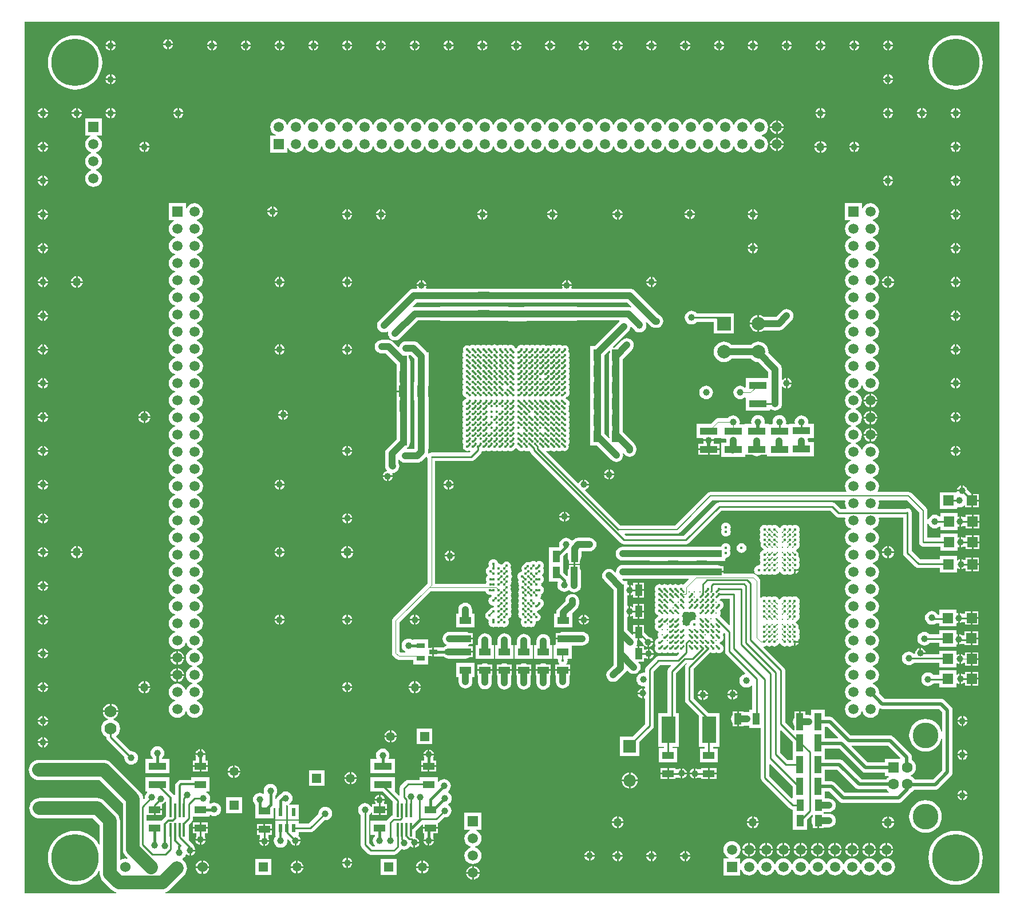
<source format=gtl>
%FSLAX44Y44*%
%MOMM*%
G71*
G01*
G75*
G04 Layer_Physical_Order=1*
G04 Layer_Color=255*
%ADD10R,2.0000X4.0000*%
%ADD11R,0.4500X2.0000*%
%ADD12R,1.1000X1.7000*%
%ADD13C,0.4000*%
%ADD14R,1.7000X1.1000*%
%ADD15R,2.6000X1.1000*%
%ADD16R,1.5000X1.5000*%
%ADD17C,0.3600*%
%ADD18C,0.3000*%
%ADD19R,1.1000X2.6000*%
%ADD20R,0.6000X1.1500*%
%ADD21R,1.1500X0.7500*%
%ADD22R,2.0000X2.0000*%
%ADD23C,2.0000*%
%ADD24C,0.2540*%
%ADD25C,0.3048*%
%ADD26C,0.1000*%
%ADD27C,1.0000*%
%ADD28C,0.4000*%
%ADD29C,2.0000*%
%ADD30C,0.5080*%
%ADD31C,0.2000*%
%ADD32C,0.5000*%
%ADD33C,1.5240*%
%ADD34C,1.5000*%
%ADD35R,1.5000X1.5000*%
%ADD36C,3.8000*%
%ADD37C,1.6000*%
%ADD38R,1.6000X1.6000*%
%ADD39R,1.8500X1.8500*%
%ADD40C,1.8500*%
%ADD41R,1.3500X1.3500*%
%ADD42C,1.3500*%
%ADD43R,1.3500X1.3500*%
%ADD44C,1.7780*%
%ADD45C,1.0000*%
%ADD46C,1.2700*%
%ADD47C,7.0000*%
G36*
X1965000Y95000D02*
X730922D01*
X730736Y96256D01*
X732478Y96785D01*
X735084Y98178D01*
X737368Y100052D01*
X758658Y121342D01*
X760532Y123626D01*
X761925Y126232D01*
X762783Y129059D01*
X763073Y132000D01*
X762783Y134941D01*
X761925Y137768D01*
X760532Y140374D01*
X758658Y142658D01*
X756374Y144532D01*
X756040Y144711D01*
X756103Y145979D01*
X756793Y146265D01*
X758882Y147868D01*
X760485Y149957D01*
X761379Y152115D01*
X762606Y152444D01*
X763948Y151414D01*
X765782Y150654D01*
X766480Y150562D01*
Y158000D01*
X767750D01*
Y159270D01*
X775188D01*
X775096Y159968D01*
X774336Y161803D01*
X774143Y162055D01*
Y162250D01*
X773656Y164697D01*
X772270Y166770D01*
X770270Y168770D01*
X765689Y173352D01*
X765750Y173500D01*
X765750D01*
X765750Y173500D01*
Y196459D01*
X770270Y200980D01*
X771656Y203054D01*
X772143Y205500D01*
Y208250D01*
X796500D01*
Y210389D01*
X797639Y210951D01*
X798207Y210515D01*
X800639Y209507D01*
X803250Y209164D01*
X805861Y209507D01*
X808293Y210515D01*
X810382Y212118D01*
X811985Y214207D01*
X812993Y216639D01*
X813336Y219250D01*
X812993Y221861D01*
X811985Y224293D01*
X810382Y226382D01*
X808293Y227985D01*
X805861Y228993D01*
X803250Y229336D01*
X800639Y228993D01*
X798207Y227985D01*
X797639Y227549D01*
X796500Y228111D01*
Y229250D01*
X796457D01*
X795985Y230207D01*
X796993Y232640D01*
X797336Y235250D01*
X796993Y237861D01*
X795985Y240293D01*
X794382Y242382D01*
X792293Y243985D01*
X791643Y244254D01*
X791890Y245500D01*
X796500D01*
Y266500D01*
X769500D01*
Y262830D01*
X754250D01*
X752547Y262606D01*
X750960Y261949D01*
X749597Y260903D01*
X747347Y258653D01*
X746301Y257290D01*
X745644Y255703D01*
X745420Y254000D01*
Y240592D01*
X744217Y240184D01*
X743653Y240919D01*
X737266Y247306D01*
Y266500D01*
X701266D01*
Y245500D01*
X703751D01*
X704159Y244297D01*
X703618Y243882D01*
X702015Y241793D01*
X701007Y239361D01*
X700664Y236750D01*
X700785Y235826D01*
X699475Y234515D01*
X698279Y234943D01*
X698033Y237440D01*
X697175Y240268D01*
X695782Y242874D01*
X693908Y245158D01*
X650908Y288158D01*
X648624Y290032D01*
X646018Y291425D01*
X643191Y292283D01*
X640250Y292573D01*
X544000D01*
X541059Y292283D01*
X538232Y291425D01*
X535626Y290032D01*
X533342Y288158D01*
X531468Y285874D01*
X530075Y283268D01*
X529217Y280441D01*
X528927Y277500D01*
X529217Y274559D01*
X530075Y271732D01*
X531468Y269126D01*
X533342Y266842D01*
X535626Y264968D01*
X538232Y263575D01*
X541059Y262717D01*
X544000Y262427D01*
X634007D01*
X668177Y228257D01*
Y160000D01*
X668467Y157059D01*
X669325Y154232D01*
X670718Y151626D01*
X672592Y149342D01*
X674908Y147026D01*
X674346Y145887D01*
X671750Y146229D01*
X668456Y145795D01*
X665386Y144523D01*
X665212Y144390D01*
X664073Y144952D01*
Y202125D01*
X663783Y205065D01*
X662925Y207893D01*
X661532Y210499D01*
X659658Y212783D01*
X640783Y231658D01*
X638499Y233532D01*
X635893Y234925D01*
X633065Y235783D01*
X630125Y236073D01*
X545000D01*
X542060Y235783D01*
X539232Y234925D01*
X536626Y233532D01*
X534342Y231658D01*
X532468Y229374D01*
X531075Y226768D01*
X530217Y223941D01*
X529927Y221000D01*
X530217Y218060D01*
X531075Y215232D01*
X532468Y212626D01*
X534342Y210342D01*
X536626Y208468D01*
X539232Y207075D01*
X542060Y206217D01*
X545000Y205927D01*
X623882D01*
X633927Y195882D01*
Y166950D01*
X632705Y166606D01*
X629961Y171084D01*
X625872Y175872D01*
X621084Y179961D01*
X615716Y183251D01*
X609899Y185660D01*
X603777Y187130D01*
X597500Y187624D01*
X591223Y187130D01*
X585101Y185660D01*
X579284Y183251D01*
X573916Y179961D01*
X569128Y175872D01*
X565039Y171084D01*
X561749Y165716D01*
X559340Y159899D01*
X557870Y153777D01*
X557376Y147500D01*
X557870Y141223D01*
X559340Y135101D01*
X561749Y129284D01*
X565039Y123916D01*
X569128Y119128D01*
X573916Y115039D01*
X579284Y111749D01*
X585101Y109340D01*
X591223Y107870D01*
X597500Y107376D01*
X603777Y107870D01*
X609899Y109340D01*
X615716Y111749D01*
X621084Y115039D01*
X625872Y119128D01*
X629961Y123916D01*
X632705Y128394D01*
X633927Y128049D01*
Y124000D01*
X633927Y124000D01*
X633927D01*
X634217Y121060D01*
X635075Y118232D01*
X636468Y115626D01*
X638342Y113342D01*
X651632Y100052D01*
X653916Y98178D01*
X656522Y96785D01*
X658264Y96256D01*
X658078Y95000D01*
X522500D01*
Y1385000D01*
X1965000D01*
Y95000D01*
D02*
G37*
G36*
X731437Y230095D02*
X731750Y229965D01*
Y208242D01*
X730414Y207217D01*
X725597Y202400D01*
X725482Y202250D01*
X703393D01*
Y210710D01*
X704210D01*
Y210710D01*
X713980D01*
Y218750D01*
X715250D01*
Y220020D01*
X726290D01*
Y226790D01*
X726290D01*
Y227037D01*
X727803Y227664D01*
X729378Y228872D01*
X730547Y230397D01*
X731437Y230095D01*
D02*
G37*
%LPC*%
G36*
X1846480Y457938D02*
X1845782Y457846D01*
X1843947Y457086D01*
X1842372Y455878D01*
X1841164Y454302D01*
X1840404Y452468D01*
X1840145Y450500D01*
X1840198Y450098D01*
X1839548Y449356D01*
X1838279Y449398D01*
X1837907Y449882D01*
X1835818Y451485D01*
X1833385Y452493D01*
X1830775Y452836D01*
X1828164Y452493D01*
X1825732Y451485D01*
X1823643Y449882D01*
X1822040Y447793D01*
X1821032Y445360D01*
X1820689Y442750D01*
X1821032Y440140D01*
X1822040Y437707D01*
X1823643Y435618D01*
X1825732Y434015D01*
X1828164Y433007D01*
X1830775Y432664D01*
X1833385Y433007D01*
X1835818Y434015D01*
X1837907Y435618D01*
X1838474Y436357D01*
X1876170D01*
Y429210D01*
X1901170D01*
Y434900D01*
X1902309Y435462D01*
X1902697Y435164D01*
X1904532Y434404D01*
X1905230Y434312D01*
Y441750D01*
Y449188D01*
X1904532Y449096D01*
X1902697Y448336D01*
X1902309Y448038D01*
X1901170Y448600D01*
Y454210D01*
X1876170D01*
Y449143D01*
X1856139D01*
X1856063Y449230D01*
X1847750D01*
Y450500D01*
X1846480D01*
Y457938D01*
D02*
G37*
G36*
X747490Y453519D02*
X746139Y453342D01*
X743696Y452330D01*
X741599Y450721D01*
X739990Y448623D01*
X738978Y446181D01*
X738800Y444830D01*
X747490D01*
Y453519D01*
D02*
G37*
G36*
X750030D02*
Y444830D01*
X758719D01*
X758541Y446181D01*
X757530Y448623D01*
X755920Y450721D01*
X753823Y452330D01*
X751381Y453342D01*
X750030Y453519D01*
D02*
G37*
G36*
X1922400Y451750D02*
X1913630D01*
Y447358D01*
X1911578D01*
X1910302Y448336D01*
X1908468Y449096D01*
X1907770Y449188D01*
Y441750D01*
Y434312D01*
X1908468Y434404D01*
X1910302Y435164D01*
X1911578Y436142D01*
X1913630D01*
Y431670D01*
X1922400D01*
Y441710D01*
Y451750D01*
D02*
G37*
G36*
X1849020Y457938D02*
Y451770D01*
X1855188D01*
X1855096Y452468D01*
X1854336Y454302D01*
X1853128Y455878D01*
X1851552Y457086D01*
X1849718Y457846D01*
X1849020Y457938D01*
D02*
G37*
G36*
X1439290Y491790D02*
X1432520D01*
Y480750D01*
Y469710D01*
X1433249D01*
X1437613Y465347D01*
X1437654Y465032D01*
X1438414Y463198D01*
X1439622Y461622D01*
X1441197Y460414D01*
X1443032Y459654D01*
X1443730Y459562D01*
Y467000D01*
X1445000D01*
Y468270D01*
X1452438D01*
X1452346Y468968D01*
X1451586Y470802D01*
X1450378Y472378D01*
X1448802Y473586D01*
X1446968Y474346D01*
X1446653Y474387D01*
X1439290Y481751D01*
Y491790D01*
D02*
G37*
G36*
X551270Y457438D02*
Y451270D01*
X557438D01*
X557346Y451968D01*
X556586Y453802D01*
X555378Y455378D01*
X553802Y456586D01*
X551968Y457346D01*
X551270Y457438D01*
D02*
G37*
G36*
X1447270Y456688D02*
Y450520D01*
X1453438D01*
X1453346Y451218D01*
X1452586Y453052D01*
X1451378Y454628D01*
X1449803Y455836D01*
X1447968Y456596D01*
X1447270Y456688D01*
D02*
G37*
G36*
X548730Y457438D02*
X548032Y457346D01*
X546198Y456586D01*
X544622Y455378D01*
X543414Y453802D01*
X542654Y451968D01*
X542562Y451270D01*
X548730D01*
Y457438D01*
D02*
G37*
G36*
X1933710Y451750D02*
X1924940D01*
Y442980D01*
X1933710D01*
Y451750D01*
D02*
G37*
G36*
X1203800Y480036D02*
X1201189Y479692D01*
X1198757Y478685D01*
X1196668Y477082D01*
X1195065Y474993D01*
X1194057Y472561D01*
X1193714Y469950D01*
Y462750D01*
X1190300D01*
Y441750D01*
X1217300D01*
Y462750D01*
X1213886D01*
Y469950D01*
X1213543Y472561D01*
X1212535Y474993D01*
X1210932Y477082D01*
X1208843Y478685D01*
X1206411Y479692D01*
X1203800Y480036D01*
D02*
G37*
G36*
X1232600Y479986D02*
X1229989Y479642D01*
X1227557Y478635D01*
X1225468Y477032D01*
X1223865Y474943D01*
X1222857Y472510D01*
X1222514Y469900D01*
Y462750D01*
X1219100D01*
Y441750D01*
X1246100D01*
Y462750D01*
X1242686D01*
Y469900D01*
X1242343Y472510D01*
X1241335Y474943D01*
X1239732Y477032D01*
X1237643Y478635D01*
X1235210Y479642D01*
X1232600Y479986D01*
D02*
G37*
G36*
X758719Y442290D02*
X750030D01*
Y433601D01*
X751381Y433778D01*
X753823Y434790D01*
X755920Y436399D01*
X757530Y438497D01*
X758541Y440939D01*
X758719Y442290D01*
D02*
G37*
G36*
X1933710Y440440D02*
X1924940D01*
Y431670D01*
X1933710D01*
Y440440D01*
D02*
G37*
G36*
X747490Y442290D02*
X738800D01*
X738978Y440939D01*
X739990Y438497D01*
X741599Y436399D01*
X743696Y434790D01*
X746139Y433778D01*
X747490Y433601D01*
Y442290D01*
D02*
G37*
G36*
X1261400Y478936D02*
X1258790Y478593D01*
X1256357Y477585D01*
X1254268Y475982D01*
X1252665Y473893D01*
X1251657Y471460D01*
X1251314Y468850D01*
Y462750D01*
X1247900D01*
Y441750D01*
X1274900D01*
Y462750D01*
X1271486D01*
Y468850D01*
X1271143Y471460D01*
X1270135Y473893D01*
X1268532Y475982D01*
X1266443Y477585D01*
X1264010Y478593D01*
X1261400Y478936D01*
D02*
G37*
G36*
X548730Y448730D02*
X542562D01*
X542654Y448032D01*
X543414Y446198D01*
X544622Y444622D01*
X546198Y443414D01*
X548032Y442654D01*
X548730Y442562D01*
Y448730D01*
D02*
G37*
G36*
X557438D02*
X551270D01*
Y442562D01*
X551968Y442654D01*
X553802Y443414D01*
X555378Y444622D01*
X556586Y446198D01*
X557346Y448032D01*
X557438Y448730D01*
D02*
G37*
G36*
X1174500Y481836D02*
X1151250D01*
X1148640Y481493D01*
X1146207Y480485D01*
X1144118Y478882D01*
X1142515Y476793D01*
X1141507Y474361D01*
X1141164Y471750D01*
X1141507Y469140D01*
X1142515Y466707D01*
X1144118Y464618D01*
X1146207Y463015D01*
X1146499Y462894D01*
Y461624D01*
X1144957Y460985D01*
X1142868Y459382D01*
X1142813Y459310D01*
X1128520D01*
Y452250D01*
Y445190D01*
X1142813D01*
X1142868Y445118D01*
X1144957Y443515D01*
X1147390Y442507D01*
X1150000Y442164D01*
X1175000D01*
X1177610Y442507D01*
X1180043Y443515D01*
X1180949Y444210D01*
X1186040D01*
Y450980D01*
X1175000D01*
Y453520D01*
X1186040D01*
Y460290D01*
X1180949D01*
X1180043Y460985D01*
X1178876Y461469D01*
X1178876Y462738D01*
X1179543Y463015D01*
X1180449Y463710D01*
X1185540D01*
Y470480D01*
X1174500D01*
Y473020D01*
X1185540D01*
Y479790D01*
X1180449D01*
X1179543Y480485D01*
X1177111Y481493D01*
X1174500Y481836D01*
D02*
G37*
G36*
X1290200Y478636D02*
X1287590Y478293D01*
X1285157Y477285D01*
X1283068Y475682D01*
X1281465Y473593D01*
X1280457Y471161D01*
X1280114Y468550D01*
Y462750D01*
X1276700D01*
Y441750D01*
X1303700D01*
Y462750D01*
X1300286D01*
Y468550D01*
X1299943Y471161D01*
X1298935Y473593D01*
X1297332Y475682D01*
X1295243Y477285D01*
X1292811Y478293D01*
X1290200Y478636D01*
D02*
G37*
G36*
X1453438Y447980D02*
X1447270D01*
Y441812D01*
X1447968Y441904D01*
X1449803Y442664D01*
X1451378Y443872D01*
X1452586Y445448D01*
X1453346Y447282D01*
X1453438Y447980D01*
D02*
G37*
G36*
X998730Y498730D02*
X992562D01*
X992654Y498032D01*
X993414Y496198D01*
X994622Y494622D01*
X996198Y493414D01*
X998032Y492654D01*
X998730Y492562D01*
Y498730D01*
D02*
G37*
G36*
X1007438D02*
X1001270D01*
Y492562D01*
X1001968Y492654D01*
X1003802Y493414D01*
X1005378Y494622D01*
X1006586Y496198D01*
X1007346Y498032D01*
X1007438Y498730D01*
D02*
G37*
G36*
X907438D02*
X901270D01*
Y492562D01*
X901968Y492654D01*
X903802Y493414D01*
X905378Y494622D01*
X906586Y496198D01*
X907346Y498032D01*
X907438Y498730D01*
D02*
G37*
G36*
X557438D02*
X551270D01*
Y492562D01*
X551968Y492654D01*
X553802Y493414D01*
X555378Y494622D01*
X556586Y496198D01*
X557346Y498032D01*
X557438Y498730D01*
D02*
G37*
G36*
X898730D02*
X892562D01*
X892654Y498032D01*
X893414Y496198D01*
X894622Y494622D01*
X896198Y493414D01*
X898032Y492654D01*
X898730Y492562D01*
Y498730D01*
D02*
G37*
G36*
X1357438D02*
X1351270D01*
Y492562D01*
X1351968Y492654D01*
X1353802Y493414D01*
X1355378Y494622D01*
X1356586Y496198D01*
X1357346Y498032D01*
X1357438Y498730D01*
D02*
G37*
G36*
X1439290Y510980D02*
X1432520D01*
Y501210D01*
X1439290D01*
Y510980D01*
D02*
G37*
G36*
X1348730Y498730D02*
X1342562D01*
X1342654Y498032D01*
X1343414Y496198D01*
X1344622Y494622D01*
X1346198Y493414D01*
X1348032Y492654D01*
X1348730Y492562D01*
Y498730D01*
D02*
G37*
G36*
X1098730D02*
X1092562D01*
X1092654Y498032D01*
X1093414Y496198D01*
X1094622Y494622D01*
X1096198Y493414D01*
X1098032Y492654D01*
X1098730Y492562D01*
Y498730D01*
D02*
G37*
G36*
X1107438D02*
X1101270D01*
Y492562D01*
X1101968Y492654D01*
X1103802Y493414D01*
X1105378Y494622D01*
X1106586Y496198D01*
X1107346Y498032D01*
X1107438Y498730D01*
D02*
G37*
G36*
X548730D02*
X542562D01*
X542654Y498032D01*
X543414Y496198D01*
X544622Y494622D01*
X546198Y493414D01*
X548032Y492654D01*
X548730Y492562D01*
Y498730D01*
D02*
G37*
G36*
X1933540Y482290D02*
X1924770D01*
Y473520D01*
X1933540D01*
Y482290D01*
D02*
G37*
G36*
X1922230D02*
X1913460D01*
Y476643D01*
X1909282D01*
X1908053Y477586D01*
X1906218Y478346D01*
X1905520Y478438D01*
Y471000D01*
Y463562D01*
X1906218Y463654D01*
X1906709Y463857D01*
X1913460D01*
Y462210D01*
X1922230D01*
Y472250D01*
Y482290D01*
D02*
G37*
G36*
X1933540Y470980D02*
X1924770D01*
Y462210D01*
X1933540D01*
Y470980D01*
D02*
G37*
G36*
X1452438Y465730D02*
X1446270D01*
Y459562D01*
X1446968Y459654D01*
X1448802Y460414D01*
X1450378Y461622D01*
X1451586Y463198D01*
X1452346Y465032D01*
X1452438Y465730D01*
D02*
G37*
G36*
X1667355Y465980D02*
X1663270D01*
Y461895D01*
X1664146Y462069D01*
X1665965Y463285D01*
X1667181Y465104D01*
X1667355Y465980D01*
D02*
G37*
G36*
X1332750Y538086D02*
X1330139Y537743D01*
X1327707Y536735D01*
X1325618Y535132D01*
X1324015Y533043D01*
X1323007Y530611D01*
X1322664Y528000D01*
Y527678D01*
X1312368Y517382D01*
X1310765Y515293D01*
X1309757Y512860D01*
X1309414Y510250D01*
Y509250D01*
X1306000D01*
Y488250D01*
X1333000D01*
Y509250D01*
X1333000Y509250D01*
X1333000D01*
X1332931Y509417D01*
X1339882Y516368D01*
X1341485Y518457D01*
X1342493Y520890D01*
X1342836Y523500D01*
Y528000D01*
X1342493Y530611D01*
X1341485Y533043D01*
X1339882Y535132D01*
X1337793Y536735D01*
X1335361Y537743D01*
X1332750Y538086D01*
D02*
G37*
G36*
X1933710Y501230D02*
X1924940D01*
Y492460D01*
X1933710D01*
Y501230D01*
D02*
G37*
G36*
X1174500Y525086D02*
X1171889Y524743D01*
X1169457Y523735D01*
X1167368Y522132D01*
X1165765Y520043D01*
X1164757Y517611D01*
X1164414Y515000D01*
Y509250D01*
X1161000D01*
Y488250D01*
X1188000D01*
Y509250D01*
X1184586D01*
Y515000D01*
X1184243Y517611D01*
X1183235Y520043D01*
X1181632Y522132D01*
X1179543Y523735D01*
X1177111Y524743D01*
X1174500Y525086D01*
D02*
G37*
G36*
X1901000Y484750D02*
X1876000D01*
Y478143D01*
X1861199D01*
X1860632Y478882D01*
X1858543Y480485D01*
X1856111Y481493D01*
X1853500Y481836D01*
X1850889Y481493D01*
X1848457Y480485D01*
X1846368Y478882D01*
X1844765Y476793D01*
X1843757Y474361D01*
X1843414Y471750D01*
X1843757Y469140D01*
X1844765Y466707D01*
X1846368Y464618D01*
X1848457Y463015D01*
X1850889Y462007D01*
X1853500Y461664D01*
X1856111Y462007D01*
X1858543Y463015D01*
X1860632Y464618D01*
X1861199Y465357D01*
X1876000D01*
Y459750D01*
X1901000D01*
Y463042D01*
X1902056Y463747D01*
X1902282Y463654D01*
X1902980Y463562D01*
Y471000D01*
Y478438D01*
X1902282Y478346D01*
X1902056Y478252D01*
X1901000Y478958D01*
Y484750D01*
D02*
G37*
G36*
X1429980Y491790D02*
X1423210D01*
Y482020D01*
X1429980D01*
Y491790D01*
D02*
G37*
G36*
X1347750Y481836D02*
X1319500D01*
X1316889Y481493D01*
X1314457Y480485D01*
X1313551Y479790D01*
X1308460D01*
Y473020D01*
X1319500D01*
Y470480D01*
X1308460D01*
Y463710D01*
X1308460D01*
Y463648D01*
X1307562Y462750D01*
X1305500D01*
Y441750D01*
X1311306D01*
X1312143Y440795D01*
X1311940Y439250D01*
X1312180Y437423D01*
X1312885Y435720D01*
X1314008Y434258D01*
X1313972Y433991D01*
X1313957Y433985D01*
X1313051Y433290D01*
X1307960D01*
Y426520D01*
X1330040D01*
Y433290D01*
X1324949D01*
X1324043Y433985D01*
X1324028Y433991D01*
X1323992Y434258D01*
X1325114Y435720D01*
X1325820Y437423D01*
X1326060Y439250D01*
X1325857Y440795D01*
X1326694Y441750D01*
X1332500D01*
Y461664D01*
X1347750D01*
X1350361Y462007D01*
X1352793Y463015D01*
X1354882Y464618D01*
X1356485Y466707D01*
X1357493Y469140D01*
X1357836Y471750D01*
X1357493Y474361D01*
X1356485Y476793D01*
X1354882Y478882D01*
X1352793Y480485D01*
X1350361Y481493D01*
X1347750Y481836D01*
D02*
G37*
G36*
X548730Y398730D02*
X542562D01*
X542654Y398032D01*
X543414Y396198D01*
X544622Y394622D01*
X546198Y393414D01*
X548032Y392654D01*
X548730Y392562D01*
Y398730D01*
D02*
G37*
G36*
X557438D02*
X551270D01*
Y392562D01*
X551968Y392654D01*
X553802Y393414D01*
X555378Y394622D01*
X556586Y396198D01*
X557346Y398032D01*
X557438Y398730D01*
D02*
G37*
G36*
X1435980Y398438D02*
X1435282Y398346D01*
X1433448Y397586D01*
X1431872Y396378D01*
X1430664Y394803D01*
X1429904Y392968D01*
X1429812Y392270D01*
X1435980D01*
Y398438D01*
D02*
G37*
G36*
X698730Y398730D02*
X691200D01*
X691339Y397679D01*
X692235Y395517D01*
X693660Y393660D01*
X695517Y392235D01*
X697679Y391339D01*
X698730Y391200D01*
Y398730D01*
D02*
G37*
G36*
X708800D02*
X701270D01*
Y391200D01*
X702321Y391339D01*
X704483Y392235D01*
X706340Y393660D01*
X707765Y395517D01*
X708661Y397679D01*
X708800Y398730D01*
D02*
G37*
G36*
X998730Y398730D02*
X992562D01*
X992654Y398032D01*
X993414Y396198D01*
X994622Y394622D01*
X996198Y393414D01*
X998032Y392654D01*
X998730Y392562D01*
Y398730D01*
D02*
G37*
G36*
X1272440Y423980D02*
X1250360D01*
Y417210D01*
X1251314D01*
Y406650D01*
X1251657Y404039D01*
X1252665Y401607D01*
X1254268Y399518D01*
X1256357Y397915D01*
X1258790Y396907D01*
X1261400Y396564D01*
X1264010Y396907D01*
X1266443Y397915D01*
X1268532Y399518D01*
X1270135Y401607D01*
X1271143Y404039D01*
X1271486Y406650D01*
Y417210D01*
X1272440D01*
Y423980D01*
D02*
G37*
G36*
X1214840D02*
X1192760D01*
Y417210D01*
X1193714D01*
Y407050D01*
X1194057Y404440D01*
X1195065Y402007D01*
X1196668Y399918D01*
X1198757Y398315D01*
X1201189Y397307D01*
X1203800Y396964D01*
X1206411Y397307D01*
X1208843Y398315D01*
X1210932Y399918D01*
X1212535Y402007D01*
X1213543Y404440D01*
X1213886Y407050D01*
Y417210D01*
X1214840D01*
Y423980D01*
D02*
G37*
G36*
X1243640D02*
X1221560D01*
Y417210D01*
X1222514D01*
Y406600D01*
X1222857Y403989D01*
X1223865Y401557D01*
X1225468Y399468D01*
X1227557Y397865D01*
X1229989Y396857D01*
X1232600Y396514D01*
X1235210Y396857D01*
X1237643Y397865D01*
X1239732Y399468D01*
X1241335Y401557D01*
X1242343Y403989D01*
X1242686Y406600D01*
Y417210D01*
X1243640D01*
Y423980D01*
D02*
G37*
G36*
X1007438Y398730D02*
X1001270D01*
Y392562D01*
X1001968Y392654D01*
X1003802Y393414D01*
X1005378Y394622D01*
X1006586Y396198D01*
X1007346Y398032D01*
X1007438Y398730D01*
D02*
G37*
G36*
X1301240Y423980D02*
X1279160D01*
Y417210D01*
X1280114D01*
Y406450D01*
X1280457Y403839D01*
X1281465Y401407D01*
X1283068Y399318D01*
X1285157Y397715D01*
X1287590Y396707D01*
X1290200Y396364D01*
X1292811Y396707D01*
X1295243Y397715D01*
X1297332Y399318D01*
X1298935Y401407D01*
X1299943Y403839D01*
X1300286Y406450D01*
Y417210D01*
X1301240D01*
Y423980D01*
D02*
G37*
G36*
X1577438Y387980D02*
X1571270D01*
Y381812D01*
X1571968Y381904D01*
X1573802Y382664D01*
X1575378Y383872D01*
X1576586Y385448D01*
X1577346Y387282D01*
X1577438Y387980D01*
D02*
G37*
G36*
X1435980Y389730D02*
X1429812D01*
X1429904Y389032D01*
X1430664Y387197D01*
X1431872Y385622D01*
X1433448Y384414D01*
X1435282Y383654D01*
X1435980Y383562D01*
Y389730D01*
D02*
G37*
G36*
X1568730Y387980D02*
X1562562D01*
X1562654Y387282D01*
X1563414Y385448D01*
X1564622Y383872D01*
X1566198Y382664D01*
X1568032Y381904D01*
X1568730Y381812D01*
Y387980D01*
D02*
G37*
G36*
X1524730Y387230D02*
X1518562D01*
X1518654Y386532D01*
X1519414Y384697D01*
X1520622Y383122D01*
X1522198Y381914D01*
X1524032Y381154D01*
X1524730Y381062D01*
Y387230D01*
D02*
G37*
G36*
X1533438D02*
X1527270D01*
Y381062D01*
X1527968Y381154D01*
X1529803Y381914D01*
X1531378Y383122D01*
X1532586Y384697D01*
X1533346Y386532D01*
X1533438Y387230D01*
D02*
G37*
G36*
X1524730Y395938D02*
X1524032Y395846D01*
X1522198Y395086D01*
X1520622Y393878D01*
X1519414Y392303D01*
X1518654Y390468D01*
X1518562Y389770D01*
X1524730D01*
Y395938D01*
D02*
G37*
G36*
X1098730Y398730D02*
X1091200D01*
X1091339Y397679D01*
X1092235Y395517D01*
X1093660Y393660D01*
X1095517Y392235D01*
X1097679Y391339D01*
X1098730Y391200D01*
Y398730D01*
D02*
G37*
G36*
X1108800D02*
X1101270D01*
Y391200D01*
X1102321Y391339D01*
X1104483Y392235D01*
X1106340Y393660D01*
X1107765Y395517D01*
X1108661Y397679D01*
X1108800Y398730D01*
D02*
G37*
G36*
X1571270Y396688D02*
Y390520D01*
X1577438D01*
X1577346Y391218D01*
X1576586Y393052D01*
X1575378Y394628D01*
X1573802Y395836D01*
X1571968Y396596D01*
X1571270Y396688D01*
D02*
G37*
G36*
X1527270Y395938D02*
Y389770D01*
X1533438D01*
X1533346Y390468D01*
X1532586Y392303D01*
X1531378Y393878D01*
X1529803Y395086D01*
X1527968Y395846D01*
X1527270Y395938D01*
D02*
G37*
G36*
X1568730Y396688D02*
X1568032Y396596D01*
X1566198Y395836D01*
X1564622Y394628D01*
X1563414Y393052D01*
X1562654Y391218D01*
X1562562Y390520D01*
X1568730D01*
Y396688D01*
D02*
G37*
G36*
X1901170Y424970D02*
X1876170D01*
Y418143D01*
X1866949D01*
X1866382Y418882D01*
X1864293Y420485D01*
X1861861Y421493D01*
X1859250Y421836D01*
X1856640Y421493D01*
X1854207Y420485D01*
X1852118Y418882D01*
X1850515Y416793D01*
X1849507Y414361D01*
X1849164Y411750D01*
X1849507Y409140D01*
X1850515Y406707D01*
X1852118Y404618D01*
X1854207Y403015D01*
X1856640Y402007D01*
X1859250Y401664D01*
X1861861Y402007D01*
X1864293Y403015D01*
X1866382Y404618D01*
X1866949Y405357D01*
X1876170D01*
Y399970D01*
X1901170D01*
Y405981D01*
X1902309Y406543D01*
X1903168Y405884D01*
X1905002Y405124D01*
X1905700Y405032D01*
Y412470D01*
Y419908D01*
X1905002Y419816D01*
X1903168Y419056D01*
X1902309Y418397D01*
X1901170Y418959D01*
Y424970D01*
D02*
G37*
G36*
X1922400Y422510D02*
X1913630D01*
Y418863D01*
X1911024D01*
X1910773Y419056D01*
X1908938Y419816D01*
X1908240Y419908D01*
Y412470D01*
Y405032D01*
X1908938Y405124D01*
X1910773Y405884D01*
X1911024Y406077D01*
X1913630D01*
Y402430D01*
X1922400D01*
Y412470D01*
Y422510D01*
D02*
G37*
G36*
X1933710D02*
X1924940D01*
Y413740D01*
X1933710D01*
Y422510D01*
D02*
G37*
G36*
X747490Y416890D02*
X738800D01*
X738978Y415539D01*
X739990Y413097D01*
X741599Y410999D01*
X743696Y409390D01*
X746139Y408378D01*
X747490Y408201D01*
Y416890D01*
D02*
G37*
G36*
X758719D02*
X750030D01*
Y408201D01*
X751381Y408378D01*
X753823Y409390D01*
X755920Y410999D01*
X757530Y413097D01*
X758541Y415539D01*
X758719Y416890D01*
D02*
G37*
G36*
X747490Y428119D02*
X746139Y427942D01*
X743696Y426930D01*
X741599Y425321D01*
X739990Y423223D01*
X738978Y420781D01*
X738800Y419430D01*
X747490D01*
Y428119D01*
D02*
G37*
G36*
X1261400Y435336D02*
X1258790Y434993D01*
X1256357Y433985D01*
X1255451Y433290D01*
X1250360D01*
Y426520D01*
X1272440D01*
Y433290D01*
X1267349D01*
X1266443Y433985D01*
X1264010Y434993D01*
X1261400Y435336D01*
D02*
G37*
G36*
X1290200D02*
X1287590Y434993D01*
X1285157Y433985D01*
X1284251Y433290D01*
X1279160D01*
Y426520D01*
X1301240D01*
Y433290D01*
X1296149D01*
X1295243Y433985D01*
X1292811Y434993D01*
X1290200Y435336D01*
D02*
G37*
G36*
X1232600D02*
X1229989Y434993D01*
X1227557Y433985D01*
X1226651Y433290D01*
X1221560D01*
Y426520D01*
X1243640D01*
Y433290D01*
X1238549D01*
X1237643Y433985D01*
X1235210Y434993D01*
X1232600Y435336D01*
D02*
G37*
G36*
X750030Y428119D02*
Y419430D01*
X758719D01*
X758541Y420781D01*
X757530Y423223D01*
X755920Y425321D01*
X753823Y426930D01*
X751381Y427942D01*
X750030Y428119D01*
D02*
G37*
G36*
X1203800Y435336D02*
X1201189Y434993D01*
X1198757Y433985D01*
X1197851Y433290D01*
X1192760D01*
Y426520D01*
X1214840D01*
Y433290D01*
X1209749D01*
X1208843Y433985D01*
X1206411Y434993D01*
X1203800Y435336D01*
D02*
G37*
G36*
X551270Y407438D02*
Y401270D01*
X557438D01*
X557346Y401968D01*
X556586Y403802D01*
X555378Y405378D01*
X553802Y406586D01*
X551968Y407346D01*
X551270Y407438D01*
D02*
G37*
G36*
X998730D02*
X998032Y407346D01*
X996198Y406586D01*
X994622Y405378D01*
X993414Y403802D01*
X992654Y401968D01*
X992562Y401270D01*
X998730D01*
Y407438D01*
D02*
G37*
G36*
X548730D02*
X548032Y407346D01*
X546198Y406586D01*
X544622Y405378D01*
X543414Y403802D01*
X542654Y401968D01*
X542562Y401270D01*
X548730D01*
Y407438D01*
D02*
G37*
G36*
X1330040Y423980D02*
X1307960D01*
Y417210D01*
X1308914D01*
Y408250D01*
X1309257Y405639D01*
X1310265Y403207D01*
X1311868Y401118D01*
X1313957Y399515D01*
X1316389Y398507D01*
X1319000Y398164D01*
X1321611Y398507D01*
X1324043Y399515D01*
X1326132Y401118D01*
X1327735Y403207D01*
X1328743Y405639D01*
X1329086Y408250D01*
Y417210D01*
X1330040D01*
Y423980D01*
D02*
G37*
G36*
X1188500Y435750D02*
X1161500D01*
Y414750D01*
X1164914D01*
Y408250D01*
X1165257Y405639D01*
X1166265Y403207D01*
X1167868Y401118D01*
D01*
X1167868D01*
Y401118D01*
D01*
X1167868D01*
Y401118D01*
X1167868D01*
X1167868Y401118D01*
Y401118D01*
X1167868Y401118D01*
Y401118D01*
X1169957Y399515D01*
X1172390Y398507D01*
X1175000Y398164D01*
X1177610Y398507D01*
X1177610D01*
X1177610Y398507D01*
X1177611Y398507D01*
X1180043Y399515D01*
X1182132Y401118D01*
X1182132Y401118D01*
X1182132Y401118D01*
X1183735Y403207D01*
X1184743Y405639D01*
X1185086Y408250D01*
Y414750D01*
X1188500D01*
Y435750D01*
D02*
G37*
G36*
X1001270Y407438D02*
Y401270D01*
X1007438D01*
X1007346Y401968D01*
X1006586Y403802D01*
X1005378Y405378D01*
X1003802Y406586D01*
X1001968Y407346D01*
X1001270Y407438D01*
D02*
G37*
G36*
X1101270Y408800D02*
Y401270D01*
X1108800D01*
X1108661Y402321D01*
X1107765Y404483D01*
X1106340Y406340D01*
X1104483Y407765D01*
X1102321Y408661D01*
X1101270Y408800D01*
D02*
G37*
G36*
X1933710Y411200D02*
X1924940D01*
Y402430D01*
X1933710D01*
Y411200D01*
D02*
G37*
G36*
X1098730Y408800D02*
X1097679Y408661D01*
X1095517Y407765D01*
X1093660Y406340D01*
X1092235Y404483D01*
X1091339Y402321D01*
X1091200Y401270D01*
X1098730D01*
Y408800D01*
D02*
G37*
G36*
X698730D02*
X697679Y408661D01*
X695517Y407765D01*
X693660Y406340D01*
X692235Y404483D01*
X691339Y402321D01*
X691200Y401270D01*
X698730D01*
Y408800D01*
D02*
G37*
G36*
X701270D02*
Y401270D01*
X708800D01*
X708661Y402321D01*
X707765Y404483D01*
X706340Y406340D01*
X704483Y407765D01*
X702321Y408661D01*
X701270Y408800D01*
D02*
G37*
G36*
X548730Y507438D02*
X548032Y507346D01*
X546198Y506586D01*
X544622Y505378D01*
X543414Y503802D01*
X542654Y501968D01*
X542562Y501270D01*
X548730D01*
Y507438D01*
D02*
G37*
G36*
Y648730D02*
X542562D01*
X542654Y648032D01*
X543414Y646198D01*
X544622Y644622D01*
X546198Y643414D01*
X548032Y642654D01*
X548730Y642562D01*
Y648730D01*
D02*
G37*
G36*
X557438D02*
X551270D01*
Y642562D01*
X551968Y642654D01*
X553802Y643414D01*
X555378Y644622D01*
X556586Y646198D01*
X557346Y648032D01*
X557438Y648730D01*
D02*
G37*
G36*
X1662250Y640560D02*
X1660423Y640320D01*
X1658720Y639614D01*
X1658500Y639446D01*
X1658280Y639614D01*
X1656577Y640320D01*
X1654750Y640560D01*
X1652923Y640320D01*
X1651220Y639614D01*
X1651000Y639446D01*
X1650780Y639614D01*
X1649077Y640320D01*
X1647250Y640560D01*
X1645423Y640320D01*
X1643720Y639614D01*
X1642258Y638492D01*
X1641136Y637030D01*
X1641060Y636849D01*
X1640131Y635638D01*
X1639474Y635725D01*
X1638787Y636009D01*
X1638364Y637030D01*
X1637242Y638492D01*
X1635780Y639614D01*
X1634077Y640320D01*
X1632250Y640560D01*
X1630423Y640320D01*
X1628720Y639614D01*
X1628500Y639446D01*
X1628280Y639614D01*
X1626577Y640320D01*
X1624750Y640560D01*
X1622923Y640320D01*
X1621220Y639614D01*
X1621000Y639446D01*
X1620780Y639614D01*
X1619077Y640320D01*
X1617250Y640560D01*
X1615423Y640320D01*
X1613720Y639614D01*
X1612258Y638492D01*
X1611136Y637030D01*
X1610430Y635327D01*
X1610190Y633500D01*
X1610430Y631673D01*
X1611136Y629970D01*
X1611304Y629750D01*
X1611136Y629530D01*
X1610430Y627827D01*
X1610190Y626000D01*
X1610430Y624173D01*
X1611136Y622470D01*
X1611304Y622250D01*
X1611136Y622030D01*
X1610430Y620327D01*
X1610190Y618500D01*
X1610430Y616673D01*
X1611136Y614970D01*
X1612258Y613508D01*
X1612293Y613481D01*
X1612069Y613146D01*
X1611642Y611000D01*
X1612069Y608854D01*
X1613285Y607035D01*
X1616243Y604076D01*
X1615835Y602874D01*
X1615423Y602820D01*
X1613720Y602114D01*
X1612258Y600992D01*
X1611136Y599530D01*
X1610430Y597827D01*
X1610190Y596000D01*
X1610430Y594173D01*
X1611136Y592470D01*
X1611304Y592250D01*
X1611136Y592030D01*
X1610430Y590327D01*
X1610190Y588500D01*
X1610430Y586673D01*
X1611136Y584970D01*
X1611304Y584750D01*
X1611136Y584530D01*
X1610430Y582827D01*
X1610225Y581272D01*
X1609218Y580499D01*
X1608750Y580560D01*
X1606923Y580320D01*
X1605220Y579614D01*
X1603757Y578492D01*
X1602635Y577030D01*
X1601930Y575327D01*
X1601690Y573500D01*
X1601930Y571673D01*
X1602635Y569970D01*
X1603757Y568507D01*
X1605220Y567385D01*
X1606923Y566680D01*
X1608750Y566440D01*
X1610577Y566680D01*
X1612280Y567385D01*
X1613000Y567938D01*
X1613720Y567385D01*
X1615423Y566680D01*
X1617250Y566440D01*
X1619077Y566680D01*
X1620780Y567385D01*
X1621000Y567554D01*
X1621220Y567385D01*
X1622923Y566680D01*
X1624750Y566440D01*
X1626577Y566680D01*
X1628280Y567385D01*
X1628500Y567554D01*
X1628720Y567385D01*
X1630423Y566680D01*
X1632250Y566440D01*
X1634077Y566680D01*
X1635780Y567385D01*
X1637242Y568507D01*
X1638364Y569970D01*
X1638662Y570689D01*
X1639836Y571175D01*
X1640802Y570774D01*
X1641136Y569970D01*
X1642258Y568507D01*
X1643720Y567385D01*
X1645423Y566680D01*
X1647250Y566440D01*
X1649077Y566680D01*
X1650780Y567385D01*
X1651000Y567554D01*
X1651220Y567385D01*
X1652923Y566680D01*
X1654750Y566440D01*
X1656577Y566680D01*
X1658280Y567385D01*
X1659742Y568507D01*
X1659769Y568543D01*
X1660104Y568319D01*
X1660980Y568145D01*
Y570247D01*
X1661570Y571672D01*
X1661811Y573500D01*
X1662250D01*
Y573939D01*
X1664077Y574180D01*
X1665503Y574770D01*
X1667605D01*
X1667431Y575646D01*
X1667207Y575980D01*
X1667242Y576007D01*
X1668365Y577470D01*
X1669070Y579173D01*
X1669310Y581000D01*
X1669070Y582827D01*
X1668365Y584530D01*
X1668196Y584750D01*
X1668365Y584970D01*
X1669070Y586673D01*
X1669310Y588500D01*
X1669070Y590327D01*
X1668365Y592030D01*
X1667242Y593492D01*
X1667207Y593519D01*
X1667431Y593854D01*
X1667858Y596000D01*
X1667431Y598146D01*
X1666215Y599965D01*
X1663714Y602466D01*
X1664678Y603722D01*
X1665031Y604575D01*
X1665780Y604885D01*
X1667242Y606008D01*
X1668365Y607470D01*
X1669070Y609173D01*
X1669310Y611000D01*
X1669070Y612827D01*
X1668365Y614530D01*
X1668196Y614750D01*
X1668365Y614970D01*
X1669070Y616673D01*
X1669310Y618500D01*
X1669070Y620327D01*
X1668365Y622030D01*
X1668196Y622250D01*
X1668365Y622470D01*
X1669070Y624173D01*
X1669310Y626000D01*
X1669070Y627827D01*
X1668365Y629530D01*
X1668196Y629750D01*
X1668365Y629970D01*
X1669070Y631673D01*
X1669310Y633500D01*
X1669070Y635327D01*
X1668365Y637030D01*
X1667242Y638492D01*
X1665780Y639614D01*
X1664077Y640320D01*
X1662250Y640560D01*
D02*
G37*
G36*
X1560250Y643560D02*
X1558423Y643320D01*
X1556720Y642615D01*
X1555258Y641492D01*
X1554135Y640030D01*
X1553430Y638327D01*
X1553190Y636500D01*
X1553430Y634673D01*
X1554019Y633250D01*
X1553430Y631827D01*
X1553190Y630000D01*
X1553430Y628173D01*
X1554135Y626470D01*
X1555258Y625008D01*
X1556720Y623885D01*
X1558423Y623180D01*
X1560250Y622940D01*
X1562077Y623180D01*
X1563780Y623885D01*
X1565242Y625008D01*
X1566364Y626470D01*
X1567070Y628173D01*
X1567310Y630000D01*
X1567070Y631827D01*
X1566481Y633250D01*
X1567070Y634673D01*
X1567310Y636500D01*
X1567070Y638327D01*
X1566364Y640030D01*
X1565242Y641492D01*
X1563780Y642615D01*
X1562077Y643320D01*
X1560250Y643560D01*
D02*
G37*
G36*
X1935040Y643980D02*
X1926270D01*
Y635210D01*
X1935040D01*
Y643980D01*
D02*
G37*
G36*
X998730Y648730D02*
X992562D01*
X992654Y648032D01*
X993414Y646198D01*
X994622Y644622D01*
X996198Y643414D01*
X998032Y642654D01*
X998730Y642562D01*
Y648730D01*
D02*
G37*
G36*
X1935040Y655290D02*
X1926270D01*
Y646520D01*
X1935040D01*
Y655290D01*
D02*
G37*
G36*
X548730Y657438D02*
X548032Y657346D01*
X546198Y656586D01*
X544622Y655378D01*
X543414Y653802D01*
X542654Y651968D01*
X542562Y651270D01*
X548730D01*
Y657438D01*
D02*
G37*
G36*
X1328688Y651230D02*
X1322520D01*
Y645062D01*
X1323218Y645154D01*
X1325052Y645914D01*
X1326628Y647122D01*
X1327836Y648698D01*
X1328596Y650532D01*
X1328688Y651230D01*
D02*
G37*
G36*
X1007438Y648730D02*
X1001270D01*
Y642562D01*
X1001968Y642654D01*
X1003802Y643414D01*
X1005378Y644622D01*
X1006586Y646198D01*
X1007346Y648032D01*
X1007438Y648730D01*
D02*
G37*
G36*
X1319980Y651230D02*
X1313812D01*
X1313904Y650532D01*
X1314664Y648698D01*
X1315872Y647122D01*
X1317448Y645914D01*
X1319282Y645154D01*
X1319980Y645062D01*
Y651230D01*
D02*
G37*
G36*
X1001270Y608800D02*
Y601270D01*
X1008800D01*
X1008661Y602321D01*
X1007765Y604483D01*
X1006340Y606340D01*
X1004483Y607765D01*
X1002321Y608661D01*
X1001270Y608800D01*
D02*
G37*
G36*
X1798730D02*
X1797679Y608661D01*
X1795517Y607765D01*
X1793660Y606340D01*
X1792235Y604483D01*
X1791339Y602321D01*
X1791201Y601270D01*
X1798730D01*
Y608800D01*
D02*
G37*
G36*
X998730D02*
X997679Y608661D01*
X995517Y607765D01*
X993660Y606340D01*
X992235Y604483D01*
X991339Y602321D01*
X991200Y601270D01*
X998730D01*
Y608800D01*
D02*
G37*
G36*
X598730D02*
X597679Y608661D01*
X595517Y607765D01*
X593660Y606340D01*
X592235Y604483D01*
X591339Y602321D01*
X591200Y601270D01*
X598730D01*
Y608800D01*
D02*
G37*
G36*
X601270D02*
Y601270D01*
X608800D01*
X608661Y602321D01*
X607765Y604483D01*
X606340Y606340D01*
X604483Y607765D01*
X602321Y608661D01*
X601270Y608800D01*
D02*
G37*
G36*
X1801270D02*
Y601270D01*
X1808800D01*
X1808661Y602321D01*
X1807765Y604483D01*
X1806340Y606340D01*
X1804483Y607765D01*
X1802321Y608661D01*
X1801270Y608800D01*
D02*
G37*
G36*
X1358500Y621336D02*
X1341750D01*
X1339140Y620993D01*
X1337419Y620280D01*
X1336707Y619985D01*
X1334618Y618382D01*
X1333185Y616949D01*
X1331918Y617032D01*
X1330882Y618382D01*
X1328793Y619985D01*
X1326360Y620993D01*
X1323750Y621336D01*
X1321140Y620993D01*
X1318707Y619985D01*
X1316618Y618382D01*
X1315015Y616293D01*
X1314007Y613861D01*
X1313664Y611250D01*
X1314007Y608639D01*
X1314124Y608359D01*
X1312765Y607000D01*
X1298750D01*
Y583500D01*
X1298500D01*
Y556500D01*
X1311104D01*
X1311810Y555444D01*
X1311257Y554110D01*
X1310914Y551500D01*
X1311257Y548890D01*
X1312265Y546457D01*
X1313868Y544368D01*
X1315957Y542765D01*
X1318389Y541757D01*
X1321000Y541414D01*
X1323611Y541757D01*
X1326043Y542765D01*
X1328132Y544368D01*
X1328292D01*
X1328868Y543618D01*
X1330957Y542015D01*
X1333389Y541007D01*
X1336000Y540664D01*
X1338611Y541007D01*
X1341043Y542015D01*
X1343132Y543618D01*
X1344735Y545707D01*
X1345743Y548139D01*
X1346086Y550750D01*
Y570000D01*
X1345743Y572611D01*
X1344735Y575043D01*
X1344040Y575949D01*
Y581040D01*
X1337270D01*
Y570000D01*
X1334730D01*
Y581040D01*
X1327960D01*
Y575949D01*
X1327265Y575043D01*
X1326257Y572611D01*
X1325914Y570000D01*
Y564730D01*
X1324740Y564244D01*
X1319500Y569485D01*
Y580000D01*
X1319750D01*
Y594015D01*
X1324990Y599255D01*
X1326164Y598769D01*
Y593500D01*
X1326507Y590890D01*
X1327515Y588457D01*
X1328210Y587551D01*
Y582460D01*
X1334980D01*
Y593500D01*
X1337520D01*
Y582460D01*
X1344290D01*
Y587551D01*
X1344985Y588457D01*
X1345993Y590890D01*
X1346336Y593500D01*
Y601164D01*
X1358500D01*
X1361111Y601507D01*
X1363543Y602515D01*
X1365632Y604118D01*
X1367235Y606207D01*
X1368243Y608639D01*
X1368586Y611250D01*
X1368243Y613861D01*
X1367235Y616293D01*
X1365632Y618382D01*
X1363543Y619985D01*
X1361111Y620993D01*
X1358500Y621336D01*
D02*
G37*
G36*
X1923730Y624790D02*
X1914960D01*
Y621143D01*
X1911055D01*
X1910803Y621336D01*
X1908968Y622096D01*
X1908270Y622188D01*
Y614750D01*
Y607312D01*
X1908968Y607404D01*
X1910803Y608164D01*
X1911055Y608357D01*
X1914960D01*
Y604710D01*
X1923730D01*
Y614750D01*
Y624790D01*
D02*
G37*
G36*
X1935040D02*
X1926270D01*
Y616020D01*
X1935040D01*
Y624790D01*
D02*
G37*
G36*
Y613480D02*
X1926270D01*
Y604710D01*
X1935040D01*
Y613480D01*
D02*
G37*
G36*
X1560000Y613060D02*
X1558173Y612820D01*
X1556470Y612114D01*
X1555008Y610993D01*
X1553885Y609530D01*
X1553355Y608250D01*
X1532000D01*
Y607836D01*
X1516875D01*
Y608250D01*
X1489875D01*
Y607836D01*
X1474750D01*
Y608250D01*
X1447750D01*
Y607836D01*
X1407250D01*
X1404639Y607493D01*
X1402207Y606485D01*
X1400118Y604882D01*
X1398515Y602793D01*
X1397507Y600360D01*
X1397164Y597750D01*
X1397507Y595140D01*
X1398515Y592707D01*
X1400118Y590618D01*
X1402207Y589015D01*
X1404639Y588007D01*
X1407250Y587664D01*
X1447750D01*
Y587250D01*
X1474750D01*
Y587664D01*
X1489875D01*
Y587250D01*
X1516875D01*
Y587664D01*
X1532000D01*
Y587250D01*
X1559000D01*
Y590608D01*
X1559955Y591446D01*
X1560000Y591440D01*
X1561827Y591680D01*
X1563530Y592385D01*
X1564993Y593508D01*
X1566115Y594970D01*
X1566820Y596673D01*
X1567060Y598500D01*
X1566820Y600327D01*
X1566115Y602030D01*
X1565946Y602250D01*
X1566115Y602470D01*
X1566820Y604173D01*
X1567060Y606000D01*
X1566820Y607827D01*
X1566115Y609530D01*
X1564993Y610993D01*
X1563530Y612114D01*
X1561827Y612820D01*
X1560000Y613060D01*
D02*
G37*
G36*
X1148730Y698730D02*
X1142562D01*
X1142654Y698032D01*
X1143414Y696198D01*
X1144622Y694622D01*
X1146198Y693414D01*
X1148032Y692654D01*
X1148730Y692562D01*
Y698730D01*
D02*
G37*
G36*
X1157438D02*
X1151270D01*
Y692562D01*
X1151968Y692654D01*
X1153802Y693414D01*
X1155378Y694622D01*
X1156586Y696198D01*
X1157346Y698032D01*
X1157438Y698730D01*
D02*
G37*
G36*
X907438D02*
X901270D01*
Y692562D01*
X901968Y692654D01*
X903802Y693414D01*
X905378Y694622D01*
X906586Y696198D01*
X907346Y698032D01*
X907438Y698730D01*
D02*
G37*
G36*
X557438D02*
X551270D01*
Y692562D01*
X551968Y692654D01*
X553802Y693414D01*
X555378Y694622D01*
X556586Y696198D01*
X557346Y698032D01*
X557438Y698730D01*
D02*
G37*
G36*
X898730D02*
X892562D01*
X892654Y698032D01*
X893414Y696198D01*
X894622Y694622D01*
X896198Y693414D01*
X898032Y692654D01*
X898730Y692562D01*
Y698730D01*
D02*
G37*
G36*
X548730Y707438D02*
X548032Y707346D01*
X546198Y706586D01*
X544622Y705378D01*
X543414Y703802D01*
X542654Y701968D01*
X542562Y701270D01*
X548730D01*
Y707438D01*
D02*
G37*
G36*
X1148730D02*
X1148032Y707346D01*
X1146198Y706586D01*
X1144622Y705378D01*
X1143414Y703802D01*
X1142654Y701968D01*
X1142562Y701270D01*
X1148730D01*
Y707438D01*
D02*
G37*
G36*
X1151270D02*
Y701270D01*
X1157438D01*
X1157346Y701968D01*
X1156586Y703802D01*
X1155378Y705378D01*
X1153802Y706586D01*
X1151968Y707346D01*
X1151270Y707438D01*
D02*
G37*
G36*
X901270D02*
Y701270D01*
X907438D01*
X907346Y701968D01*
X906586Y703802D01*
X905378Y705378D01*
X903802Y706586D01*
X901968Y707346D01*
X901270Y707438D01*
D02*
G37*
G36*
X551270D02*
Y701270D01*
X557438D01*
X557346Y701968D01*
X556586Y703802D01*
X555378Y705378D01*
X553802Y706586D01*
X551968Y707346D01*
X551270Y707438D01*
D02*
G37*
G36*
X898730D02*
X898032Y707346D01*
X896198Y706586D01*
X894622Y705378D01*
X893414Y703802D01*
X892654Y701968D01*
X892562Y701270D01*
X898730D01*
Y707438D01*
D02*
G37*
G36*
X1923730Y655290D02*
X1914960D01*
Y651643D01*
X1910555D01*
X1910302Y651836D01*
X1908468Y652596D01*
X1907770Y652688D01*
Y645250D01*
Y637812D01*
X1908468Y637904D01*
X1910302Y638664D01*
X1910555Y638857D01*
X1914960D01*
Y635210D01*
X1923730D01*
Y645250D01*
Y655290D01*
D02*
G37*
G36*
X1319980Y659938D02*
X1319282Y659846D01*
X1317448Y659086D01*
X1315872Y657878D01*
X1314664Y656302D01*
X1313904Y654468D01*
X1313812Y653770D01*
X1319980D01*
Y659938D01*
D02*
G37*
G36*
X1001270Y657438D02*
Y651270D01*
X1007438D01*
X1007346Y651968D01*
X1006586Y653802D01*
X1005378Y655378D01*
X1003802Y656586D01*
X1001968Y657346D01*
X1001270Y657438D01*
D02*
G37*
G36*
X551270D02*
Y651270D01*
X557438D01*
X557346Y651968D01*
X556586Y653802D01*
X555378Y655378D01*
X553802Y656586D01*
X551968Y657346D01*
X551270Y657438D01*
D02*
G37*
G36*
X998730D02*
X998032Y657346D01*
X996198Y656586D01*
X994622Y655378D01*
X993414Y653802D01*
X992654Y651968D01*
X992562Y651270D01*
X998730D01*
Y657438D01*
D02*
G37*
G36*
X1322520Y659938D02*
Y653770D01*
X1328688D01*
X1328596Y654468D01*
X1327836Y656302D01*
X1326628Y657878D01*
X1325052Y659086D01*
X1323218Y659846D01*
X1322520Y659938D01*
D02*
G37*
G36*
X1908230Y698438D02*
X1907532Y698346D01*
X1905697Y697586D01*
X1904122Y696378D01*
X1902914Y694803D01*
X1902154Y692968D01*
X1902062Y692270D01*
X1908230D01*
Y698438D01*
D02*
G37*
G36*
X548730Y698730D02*
X542562D01*
X542654Y698032D01*
X543414Y696198D01*
X544622Y694622D01*
X546198Y693414D01*
X548032Y692654D01*
X548730Y692562D01*
Y698730D01*
D02*
G37*
G36*
X1934290Y686290D02*
X1925520D01*
Y677520D01*
X1934290D01*
Y686290D01*
D02*
G37*
G36*
X1910770Y698438D02*
Y691000D01*
X1909500D01*
Y689730D01*
X1902062D01*
X1902065Y689705D01*
X1901228Y688750D01*
X1876750D01*
Y663750D01*
X1901750D01*
Y665940D01*
X1902806Y666646D01*
X1903139Y666507D01*
X1905750Y666164D01*
X1908360Y666507D01*
X1910793Y667515D01*
X1912882Y669118D01*
X1913007Y669281D01*
X1914210Y668873D01*
Y666210D01*
X1922980D01*
Y676250D01*
Y686561D01*
X1916887Y692654D01*
X1916846Y692968D01*
X1916086Y694803D01*
X1914878Y696378D01*
X1913302Y697586D01*
X1911468Y698346D01*
X1910770Y698438D01*
D02*
G37*
G36*
X1934290Y674980D02*
X1925520D01*
Y666210D01*
X1934290D01*
Y674980D01*
D02*
G37*
G36*
X901270Y607438D02*
Y601270D01*
X907438D01*
X907346Y601968D01*
X906586Y603802D01*
X905378Y605378D01*
X903802Y606586D01*
X901968Y607346D01*
X901270Y607438D01*
D02*
G37*
G36*
X1439290Y542480D02*
X1432520D01*
Y532710D01*
X1439290D01*
Y542480D01*
D02*
G37*
G36*
X548730Y548730D02*
X542562D01*
X542654Y548032D01*
X543414Y546198D01*
X544622Y544622D01*
X546198Y543414D01*
X548032Y542654D01*
X548730Y542562D01*
Y548730D01*
D02*
G37*
G36*
X1429980Y523290D02*
X1423210D01*
Y518643D01*
X1421555D01*
X1421303Y518836D01*
X1419468Y519596D01*
X1418770Y519688D01*
Y512250D01*
Y504812D01*
X1419468Y504904D01*
X1421303Y505664D01*
X1421555Y505857D01*
X1423210D01*
Y501210D01*
X1429980D01*
Y512250D01*
Y523290D01*
D02*
G37*
G36*
X1922400Y512540D02*
X1913630D01*
Y508893D01*
X1909055D01*
X1908803Y509086D01*
X1906968Y509846D01*
X1906270Y509938D01*
Y502500D01*
Y495062D01*
X1906968Y495154D01*
X1908803Y495914D01*
X1909055Y496107D01*
X1913630D01*
Y492460D01*
X1922400D01*
Y502500D01*
Y512540D01*
D02*
G37*
G36*
X1439290Y523290D02*
X1432520D01*
Y513520D01*
X1439290D01*
Y523290D01*
D02*
G37*
G36*
X557438Y548730D02*
X551270D01*
Y542562D01*
X551968Y542654D01*
X553802Y543414D01*
X555378Y544622D01*
X556586Y546198D01*
X557346Y548032D01*
X557438Y548730D01*
D02*
G37*
G36*
X551270Y557438D02*
Y551270D01*
X557438D01*
X557346Y551968D01*
X556586Y553802D01*
X555378Y555378D01*
X553802Y556586D01*
X551968Y557346D01*
X551270Y557438D01*
D02*
G37*
G36*
X1667605Y572230D02*
X1663520D01*
Y568145D01*
X1664396Y568319D01*
X1666215Y569535D01*
X1667431Y571354D01*
X1667605Y572230D01*
D02*
G37*
G36*
X548730Y557438D02*
X548032Y557346D01*
X546198Y556586D01*
X544622Y555378D01*
X543414Y553802D01*
X542654Y551968D01*
X542562Y551270D01*
X548730D01*
Y557438D01*
D02*
G37*
G36*
X1439290Y554790D02*
X1432520D01*
Y545020D01*
X1439290D01*
Y554790D01*
D02*
G37*
G36*
X1429980D02*
X1423210D01*
Y550143D01*
X1422054D01*
X1421803Y550336D01*
X1419968Y551096D01*
X1419270Y551188D01*
Y543750D01*
Y536312D01*
X1419968Y536404D01*
X1421803Y537164D01*
X1422054Y537357D01*
X1423210D01*
Y532710D01*
X1429980D01*
Y543750D01*
Y554790D01*
D02*
G37*
G36*
X998730Y507438D02*
X998032Y507346D01*
X996198Y506586D01*
X994622Y505378D01*
X993414Y503802D01*
X992654Y501968D01*
X992562Y501270D01*
X998730D01*
Y507438D01*
D02*
G37*
G36*
X1001270D02*
Y501270D01*
X1007438D01*
X1007346Y501968D01*
X1006586Y503802D01*
X1005378Y505378D01*
X1003802Y506586D01*
X1001968Y507346D01*
X1001270Y507438D01*
D02*
G37*
G36*
X901270D02*
Y501270D01*
X907438D01*
X907346Y501968D01*
X906586Y503802D01*
X905378Y505378D01*
X903802Y506586D01*
X901968Y507346D01*
X901270Y507438D01*
D02*
G37*
G36*
X551270D02*
Y501270D01*
X557438D01*
X557346Y501968D01*
X556586Y503802D01*
X555378Y505378D01*
X553802Y506586D01*
X551968Y507346D01*
X551270Y507438D01*
D02*
G37*
G36*
X898730D02*
X898032Y507346D01*
X896198Y506586D01*
X894622Y505378D01*
X893414Y503802D01*
X892654Y501968D01*
X892562Y501270D01*
X898730D01*
Y507438D01*
D02*
G37*
G36*
X1098730D02*
X1098032Y507346D01*
X1096198Y506586D01*
X1094622Y505378D01*
X1093414Y503802D01*
X1092654Y501968D01*
X1092562Y501270D01*
X1098730D01*
Y507438D01*
D02*
G37*
G36*
X1933710Y512540D02*
X1924940D01*
Y503770D01*
X1933710D01*
Y512540D01*
D02*
G37*
G36*
X1901170Y515000D02*
X1876170D01*
Y507643D01*
X1873547D01*
X1873485Y507793D01*
X1871882Y509882D01*
X1869793Y511485D01*
X1867361Y512493D01*
X1864750Y512836D01*
X1862139Y512493D01*
X1859707Y511485D01*
X1857618Y509882D01*
X1856015Y507793D01*
X1855007Y505360D01*
X1854664Y502750D01*
X1855007Y500140D01*
X1856015Y497707D01*
X1857618Y495618D01*
X1859707Y494015D01*
X1862139Y493007D01*
X1864750Y492664D01*
X1867361Y493007D01*
X1869793Y494015D01*
X1870891Y494857D01*
X1876170D01*
Y490000D01*
X1901170D01*
Y494782D01*
X1902226Y495488D01*
X1903032Y495154D01*
X1903730Y495062D01*
Y502500D01*
Y509938D01*
X1903032Y509846D01*
X1902226Y509512D01*
X1901170Y510218D01*
Y515000D01*
D02*
G37*
G36*
X1351270Y507438D02*
Y501270D01*
X1357438D01*
X1357346Y501968D01*
X1356586Y503802D01*
X1355378Y505378D01*
X1353802Y506586D01*
X1351968Y507346D01*
X1351270Y507438D01*
D02*
G37*
G36*
X1101270D02*
Y501270D01*
X1107438D01*
X1107346Y501968D01*
X1106586Y503802D01*
X1105378Y505378D01*
X1103802Y506586D01*
X1101968Y507346D01*
X1101270Y507438D01*
D02*
G37*
G36*
X1348730D02*
X1348032Y507346D01*
X1346198Y506586D01*
X1344622Y505378D01*
X1343414Y503802D01*
X1342654Y501968D01*
X1342562Y501270D01*
X1348730D01*
Y507438D01*
D02*
G37*
G36*
X898730Y598730D02*
X892562D01*
X892654Y598032D01*
X893414Y596198D01*
X894622Y594622D01*
X896198Y593414D01*
X898032Y592654D01*
X898730Y592562D01*
Y598730D01*
D02*
G37*
G36*
X907438D02*
X901270D01*
Y592562D01*
X901968Y592654D01*
X903802Y593414D01*
X905378Y594622D01*
X906586Y596198D01*
X907346Y598032D01*
X907438Y598730D01*
D02*
G37*
G36*
X557438D02*
X551270D01*
Y592562D01*
X551968Y592654D01*
X553802Y593414D01*
X555378Y594622D01*
X556586Y596198D01*
X557346Y598032D01*
X557438Y598730D01*
D02*
G37*
G36*
X1808800Y598730D02*
X1801270D01*
Y591200D01*
X1802321Y591339D01*
X1804483Y592235D01*
X1806340Y593660D01*
X1807765Y595517D01*
X1808661Y597679D01*
X1808800Y598730D01*
D02*
G37*
G36*
X548730Y598730D02*
X542562D01*
X542654Y598032D01*
X543414Y596198D01*
X544622Y594622D01*
X546198Y593414D01*
X548032Y592654D01*
X548730Y592562D01*
Y598730D01*
D02*
G37*
G36*
X1150480Y601938D02*
X1149782Y601846D01*
X1147947Y601086D01*
X1146372Y599878D01*
X1145164Y598302D01*
X1144404Y596468D01*
X1144312Y595770D01*
X1150480D01*
Y601938D01*
D02*
G37*
G36*
X551270Y607438D02*
Y601270D01*
X557438D01*
X557346Y601968D01*
X556586Y603802D01*
X555378Y605378D01*
X553802Y606586D01*
X551968Y607346D01*
X551270Y607438D01*
D02*
G37*
G36*
X898730D02*
X898032Y607346D01*
X896198Y606586D01*
X894622Y605378D01*
X893414Y603802D01*
X892654Y601968D01*
X892562Y601270D01*
X898730D01*
Y607438D01*
D02*
G37*
G36*
X548730D02*
X548032Y607346D01*
X546198Y606586D01*
X544622Y605378D01*
X543414Y603802D01*
X542654Y601968D01*
X542562Y601270D01*
X548730D01*
Y607438D01*
D02*
G37*
G36*
X1153020Y601938D02*
Y595770D01*
X1159188D01*
X1159096Y596468D01*
X1158336Y598302D01*
X1157128Y599878D01*
X1155553Y601086D01*
X1153718Y601846D01*
X1153020Y601938D01*
D02*
G37*
G36*
X1583250Y613060D02*
X1581423Y612820D01*
X1579720Y612114D01*
X1578257Y610993D01*
X1577135Y609530D01*
X1576430Y607827D01*
X1576190Y606000D01*
X1576430Y604173D01*
X1577135Y602470D01*
X1578257Y601008D01*
X1579720Y599885D01*
X1581423Y599180D01*
X1583250Y598940D01*
X1585077Y599180D01*
X1586780Y599885D01*
X1588242Y601008D01*
X1589364Y602470D01*
X1590070Y604173D01*
X1590310Y606000D01*
X1590070Y607827D01*
X1589364Y609530D01*
X1588242Y610993D01*
X1586780Y612114D01*
X1585077Y612820D01*
X1583250Y613060D01*
D02*
G37*
G36*
X1150480Y593230D02*
X1144312D01*
X1144404Y592532D01*
X1145164Y590698D01*
X1146372Y589122D01*
X1147947Y587914D01*
X1149782Y587154D01*
X1150480Y587062D01*
Y593230D01*
D02*
G37*
G36*
X1159188D02*
X1153020D01*
Y587062D01*
X1153718Y587154D01*
X1155553Y587914D01*
X1157128Y589122D01*
X1158336Y590698D01*
X1159096Y592532D01*
X1159188Y593230D01*
D02*
G37*
G36*
X1284000Y587060D02*
X1282173Y586820D01*
X1280470Y586115D01*
X1279712Y585533D01*
X1279280Y585864D01*
X1277577Y586570D01*
X1275750Y586810D01*
X1273923Y586570D01*
X1272220Y585864D01*
X1270758Y584743D01*
X1270443Y584333D01*
X1269591Y584902D01*
X1267250Y585368D01*
X1264909Y584902D01*
X1262924Y583576D01*
X1259674Y580326D01*
X1258348Y578341D01*
X1257882Y576000D01*
X1258348Y573659D01*
X1258893Y572843D01*
X1257886Y571530D01*
X1257535Y570683D01*
X1256673Y570570D01*
X1254970Y569865D01*
X1253508Y568742D01*
X1252385Y567280D01*
X1251680Y565577D01*
X1251440Y563750D01*
X1251680Y561923D01*
X1252385Y560220D01*
X1253508Y558758D01*
X1253551Y558724D01*
X1253180Y557827D01*
X1252940Y556000D01*
X1253180Y554173D01*
X1253885Y552470D01*
X1254759Y551331D01*
X1254098Y550341D01*
X1253632Y548000D01*
X1254098Y545659D01*
X1254759Y544669D01*
X1253885Y543530D01*
X1253180Y541827D01*
X1252940Y540000D01*
X1253180Y538173D01*
X1253885Y536470D01*
X1254246Y536000D01*
X1253885Y535530D01*
X1253180Y533827D01*
X1252940Y532000D01*
X1253180Y530173D01*
X1253885Y528470D01*
X1254246Y528000D01*
X1253885Y527530D01*
X1253180Y525827D01*
X1252940Y524000D01*
X1253180Y522173D01*
X1253885Y520470D01*
X1254246Y520000D01*
X1253885Y519530D01*
X1253180Y517827D01*
X1252940Y516000D01*
X1253180Y514173D01*
X1253885Y512470D01*
X1254246Y512000D01*
X1253885Y511530D01*
X1253180Y509827D01*
X1252940Y508000D01*
X1253180Y506173D01*
X1253885Y504470D01*
X1255007Y503008D01*
X1256470Y501885D01*
X1257471Y501471D01*
X1257886Y500470D01*
X1258246Y500000D01*
X1257886Y499530D01*
X1257180Y497827D01*
X1256940Y496000D01*
X1257180Y494173D01*
X1257886Y492470D01*
X1259007Y491008D01*
X1260470Y489885D01*
X1262173Y489180D01*
X1264000Y488940D01*
X1265827Y489180D01*
X1267530Y489885D01*
X1268000Y490246D01*
X1268470Y489885D01*
X1270173Y489180D01*
X1272000Y488940D01*
X1273827Y489180D01*
X1275530Y489885D01*
X1276992Y491008D01*
X1278114Y492470D01*
X1278820Y494173D01*
X1279060Y496000D01*
X1278923Y497044D01*
X1279850Y497912D01*
X1280000Y497882D01*
X1282341Y498348D01*
X1284326Y499674D01*
X1285652Y501659D01*
X1286118Y504000D01*
X1285652Y506341D01*
X1284326Y508326D01*
X1280761Y511891D01*
X1281079Y512829D01*
X1281264Y513106D01*
X1281827Y513180D01*
X1283530Y513885D01*
X1284992Y515008D01*
X1286114Y516470D01*
X1286529Y517471D01*
X1287530Y517886D01*
X1288992Y519008D01*
X1290114Y520470D01*
X1290820Y522173D01*
X1291060Y524000D01*
X1290820Y525827D01*
X1290114Y527530D01*
X1288992Y528993D01*
X1287530Y530115D01*
X1286048Y530728D01*
X1285892Y531311D01*
X1286030Y532360D01*
X1286114Y532470D01*
X1286820Y534173D01*
X1287060Y536000D01*
X1286849Y537603D01*
X1287530Y537886D01*
X1288992Y539008D01*
X1290114Y540470D01*
X1290820Y542173D01*
X1291060Y544000D01*
X1290820Y545827D01*
X1290114Y547530D01*
X1288992Y548993D01*
X1287530Y550115D01*
X1286849Y550396D01*
X1287060Y552000D01*
X1286849Y553604D01*
X1287530Y553885D01*
X1288992Y555008D01*
X1290114Y556470D01*
X1290820Y558173D01*
X1291060Y560000D01*
X1290820Y561827D01*
X1290114Y563530D01*
X1288992Y564992D01*
X1288507Y565365D01*
Y566635D01*
X1288992Y567008D01*
X1290114Y568470D01*
X1290820Y570173D01*
X1291060Y572000D01*
X1290820Y573827D01*
X1290114Y575530D01*
X1289754Y576000D01*
X1290114Y576470D01*
X1290820Y578173D01*
X1291060Y580000D01*
X1290820Y581827D01*
X1290114Y583530D01*
X1288992Y584992D01*
X1287530Y586115D01*
X1285827Y586820D01*
X1284000Y587060D01*
D02*
G37*
G36*
X1934540Y580730D02*
X1925770D01*
Y571960D01*
X1934540D01*
Y580730D01*
D02*
G37*
G36*
Y592040D02*
X1925770D01*
Y583270D01*
X1934540D01*
Y592040D01*
D02*
G37*
G36*
X1923230D02*
X1914460D01*
Y588393D01*
X1911805D01*
X1911553Y588586D01*
X1909718Y589346D01*
X1909020Y589438D01*
Y582000D01*
Y574562D01*
X1909718Y574654D01*
X1911553Y575414D01*
X1911805Y575607D01*
X1914460D01*
Y571960D01*
X1923230D01*
Y582000D01*
Y592040D01*
D02*
G37*
G36*
X1008800Y598730D02*
X1001270D01*
Y591200D01*
X1002321Y591339D01*
X1004483Y592235D01*
X1006340Y593660D01*
X1007765Y595517D01*
X1008661Y597679D01*
X1008800Y598730D01*
D02*
G37*
G36*
X1798730D02*
X1791201D01*
X1791339Y597679D01*
X1792235Y595517D01*
X1793660Y593660D01*
X1795517Y592235D01*
X1797679Y591339D01*
X1798730Y591200D01*
Y598730D01*
D02*
G37*
G36*
X998730D02*
X991200D01*
X991339Y597679D01*
X992235Y595517D01*
X993660Y593660D01*
X995517Y592235D01*
X997679Y591339D01*
X998730Y591200D01*
Y598730D01*
D02*
G37*
G36*
X598730D02*
X591200D01*
X591339Y597679D01*
X592235Y595517D01*
X593660Y593660D01*
X595517Y592235D01*
X597679Y591339D01*
X598730Y591200D01*
Y598730D01*
D02*
G37*
G36*
X608800D02*
X601270D01*
Y591200D01*
X602321Y591339D01*
X604483Y592235D01*
X606340Y593660D01*
X607765Y595517D01*
X608661Y597679D01*
X608800Y598730D01*
D02*
G37*
G36*
X651270Y375561D02*
Y365470D01*
X661361D01*
X661136Y367184D01*
X659984Y369964D01*
X658152Y372352D01*
X655764Y374184D01*
X652984Y375336D01*
X651270Y375561D01*
D02*
G37*
G36*
X1357230Y157938D02*
X1356532Y157846D01*
X1354698Y157086D01*
X1353122Y155878D01*
X1351914Y154303D01*
X1351154Y152468D01*
X1351062Y151770D01*
X1357230D01*
Y157938D01*
D02*
G37*
G36*
X1359770D02*
Y151770D01*
X1365938D01*
X1365846Y152468D01*
X1365086Y154303D01*
X1363878Y155878D01*
X1362303Y157086D01*
X1360468Y157846D01*
X1359770Y157938D01*
D02*
G37*
G36*
X1501270Y157438D02*
Y151270D01*
X1507438D01*
X1507346Y151968D01*
X1506586Y153802D01*
X1505378Y155378D01*
X1503802Y156586D01*
X1501968Y157346D01*
X1501270Y157438D01*
D02*
G37*
G36*
X1451270D02*
Y151270D01*
X1457438D01*
X1457346Y151968D01*
X1456586Y153802D01*
X1455378Y155378D01*
X1453802Y156586D01*
X1451968Y157346D01*
X1451270Y157438D01*
D02*
G37*
G36*
X1498730D02*
X1498032Y157346D01*
X1496198Y156586D01*
X1494622Y155378D01*
X1493414Y153802D01*
X1492654Y151968D01*
X1492562Y151270D01*
X1498730D01*
Y157438D01*
D02*
G37*
G36*
X1593130Y169359D02*
X1591779Y169182D01*
X1589337Y168170D01*
X1587239Y166561D01*
X1585630Y164463D01*
X1584618Y162021D01*
X1584441Y160670D01*
X1593130D01*
Y169359D01*
D02*
G37*
G36*
X1643930D02*
X1642579Y169182D01*
X1640137Y168170D01*
X1638039Y166561D01*
X1636430Y164463D01*
X1635418Y162021D01*
X1635241Y160670D01*
X1643930D01*
Y169359D01*
D02*
G37*
G36*
X1646470D02*
Y160670D01*
X1655159D01*
X1654982Y162021D01*
X1653970Y164463D01*
X1652361Y166561D01*
X1650263Y168170D01*
X1647821Y169182D01*
X1646470Y169359D01*
D02*
G37*
G36*
X1621070D02*
Y160670D01*
X1629759D01*
X1629582Y162021D01*
X1628570Y164463D01*
X1626961Y166561D01*
X1624863Y168170D01*
X1622421Y169182D01*
X1621070Y169359D01*
D02*
G37*
G36*
X1595670D02*
Y160670D01*
X1604359D01*
X1604182Y162021D01*
X1603170Y164463D01*
X1601561Y166561D01*
X1599463Y168170D01*
X1597021Y169182D01*
X1595670Y169359D01*
D02*
G37*
G36*
X1618530D02*
X1617179Y169182D01*
X1614737Y168170D01*
X1612639Y166561D01*
X1611030Y164463D01*
X1610018Y162021D01*
X1609841Y160670D01*
X1618530D01*
Y169359D01*
D02*
G37*
G36*
X1770930Y158130D02*
X1762241D01*
X1762418Y156779D01*
X1763430Y154337D01*
X1765039Y152239D01*
X1767137Y150630D01*
X1769579Y149618D01*
X1770930Y149441D01*
Y158130D01*
D02*
G37*
G36*
X1782159D02*
X1773470D01*
Y149441D01*
X1774821Y149618D01*
X1777263Y150630D01*
X1779361Y152239D01*
X1780970Y154337D01*
X1781982Y156779D01*
X1782159Y158130D01*
D02*
G37*
G36*
X1756759D02*
X1748070D01*
Y149441D01*
X1749421Y149618D01*
X1751863Y150630D01*
X1753961Y152239D01*
X1755570Y154337D01*
X1756582Y156779D01*
X1756759Y158130D01*
D02*
G37*
G36*
X1731359D02*
X1722670D01*
Y149441D01*
X1724021Y149618D01*
X1726463Y150630D01*
X1728561Y152239D01*
X1730170Y154337D01*
X1731182Y156779D01*
X1731359Y158130D01*
D02*
G37*
G36*
X1745530D02*
X1736841D01*
X1737018Y156779D01*
X1738030Y154337D01*
X1739639Y152239D01*
X1741737Y150630D01*
X1744179Y149618D01*
X1745530Y149441D01*
Y158130D01*
D02*
G37*
G36*
X1796330D02*
X1787641D01*
X1787818Y156779D01*
X1788830Y154337D01*
X1790439Y152239D01*
X1792537Y150630D01*
X1794979Y149618D01*
X1796330Y149441D01*
Y158130D01*
D02*
G37*
G36*
X1401270Y157438D02*
Y151270D01*
X1407438D01*
X1407346Y151968D01*
X1406586Y153802D01*
X1405378Y155378D01*
X1403802Y156586D01*
X1401968Y157346D01*
X1401270Y157438D01*
D02*
G37*
G36*
X1448730D02*
X1448032Y157346D01*
X1446198Y156586D01*
X1444622Y155378D01*
X1443414Y153802D01*
X1442654Y151968D01*
X1442562Y151270D01*
X1448730D01*
Y157438D01*
D02*
G37*
G36*
X1398730D02*
X1398032Y157346D01*
X1396198Y156586D01*
X1394622Y155378D01*
X1393414Y153802D01*
X1392654Y151968D01*
X1392562Y151270D01*
X1398730D01*
Y157438D01*
D02*
G37*
G36*
X1807559Y158130D02*
X1798870D01*
Y149441D01*
X1800221Y149618D01*
X1802663Y150630D01*
X1804761Y152239D01*
X1806370Y154337D01*
X1807382Y156779D01*
X1807559Y158130D01*
D02*
G37*
G36*
X775188Y156730D02*
X769020D01*
Y150562D01*
X769718Y150654D01*
X771553Y151414D01*
X773128Y152622D01*
X774336Y154198D01*
X775096Y156032D01*
X775188Y156730D01*
D02*
G37*
G36*
X884688Y170980D02*
X878520D01*
Y164812D01*
X879218Y164904D01*
X881052Y165664D01*
X882628Y166872D01*
X883836Y168447D01*
X884596Y170282D01*
X884688Y170980D01*
D02*
G37*
G36*
X930938Y171730D02*
X924770D01*
Y165562D01*
X925468Y165654D01*
X927302Y166414D01*
X928878Y167622D01*
X930086Y169198D01*
X930846Y171032D01*
X930938Y171730D01*
D02*
G37*
G36*
X875980Y170980D02*
X869812D01*
X869904Y170282D01*
X870664Y168447D01*
X871872Y166872D01*
X873447Y165664D01*
X875282Y164904D01*
X875980Y164812D01*
Y170980D01*
D02*
G37*
G36*
X1798870Y169359D02*
Y160670D01*
X1807559D01*
X1807382Y162021D01*
X1806370Y164463D01*
X1804761Y166561D01*
X1802663Y168170D01*
X1800221Y169182D01*
X1798870Y169359D01*
D02*
G37*
G36*
X1106688Y168730D02*
X1100520D01*
Y162562D01*
X1101218Y162654D01*
X1103053Y163414D01*
X1104628Y164622D01*
X1105836Y166197D01*
X1106596Y168032D01*
X1106688Y168730D01*
D02*
G37*
G36*
X1119230Y171730D02*
X1113062D01*
X1113154Y171032D01*
X1113914Y169198D01*
X1115122Y167622D01*
X1116697Y166414D01*
X1118532Y165654D01*
X1119230Y165562D01*
Y171730D01*
D02*
G37*
G36*
X888290Y188230D02*
X866210D01*
Y181460D01*
X870857D01*
Y176304D01*
X870664Y176052D01*
X869904Y174218D01*
X869812Y173520D01*
X884688D01*
X884596Y174218D01*
X883836Y176052D01*
X883643Y176304D01*
Y181460D01*
X888290D01*
Y188230D01*
D02*
G37*
G36*
X1134540Y190480D02*
X1112460D01*
Y183710D01*
X1113440D01*
Y175658D01*
X1113154Y174968D01*
X1113062Y174270D01*
X1127938D01*
X1127846Y174968D01*
X1127560Y175658D01*
Y183710D01*
X1134540D01*
Y190480D01*
D02*
G37*
G36*
X790438Y172980D02*
X784270D01*
Y166812D01*
X784968Y166904D01*
X786803Y167664D01*
X788378Y168872D01*
X789586Y170448D01*
X790346Y172282D01*
X790438Y172980D01*
D02*
G37*
G36*
X1127938Y171730D02*
X1121770D01*
Y165562D01*
X1122468Y165654D01*
X1124303Y166414D01*
X1125878Y167622D01*
X1127086Y169198D01*
X1127846Y171032D01*
X1127938Y171730D01*
D02*
G37*
G36*
X781730Y172980D02*
X775562D01*
X775654Y172282D01*
X776414Y170448D01*
X777622Y168872D01*
X779197Y167664D01*
X781032Y166904D01*
X781730Y166812D01*
Y172980D01*
D02*
G37*
G36*
X1697270Y169359D02*
Y160670D01*
X1705959D01*
X1705782Y162021D01*
X1704770Y164463D01*
X1703161Y166561D01*
X1701063Y168170D01*
X1698621Y169182D01*
X1697270Y169359D01*
D02*
G37*
G36*
X1720130D02*
X1718779Y169182D01*
X1716337Y168170D01*
X1714239Y166561D01*
X1712630Y164463D01*
X1711618Y162021D01*
X1711441Y160670D01*
X1720130D01*
Y169359D01*
D02*
G37*
G36*
X1694730D02*
X1693379Y169182D01*
X1690937Y168170D01*
X1688839Y166561D01*
X1687230Y164463D01*
X1686218Y162021D01*
X1686041Y160670D01*
X1694730D01*
Y169359D01*
D02*
G37*
G36*
X1669330D02*
X1667979Y169182D01*
X1665537Y168170D01*
X1663439Y166561D01*
X1661830Y164463D01*
X1660818Y162021D01*
X1660641Y160670D01*
X1669330D01*
Y169359D01*
D02*
G37*
G36*
X1671870D02*
Y160670D01*
X1680559D01*
X1680382Y162021D01*
X1679370Y164463D01*
X1677761Y166561D01*
X1675663Y168170D01*
X1673221Y169182D01*
X1671870Y169359D01*
D02*
G37*
G36*
X1722670D02*
Y160670D01*
X1731359D01*
X1731182Y162021D01*
X1730170Y164463D01*
X1728561Y166561D01*
X1726463Y168170D01*
X1724021Y169182D01*
X1722670Y169359D01*
D02*
G37*
G36*
X1773470D02*
Y160670D01*
X1782159D01*
X1781982Y162021D01*
X1780970Y164463D01*
X1779361Y166561D01*
X1777263Y168170D01*
X1774821Y169182D01*
X1773470Y169359D01*
D02*
G37*
G36*
X1796330D02*
X1794979Y169182D01*
X1792537Y168170D01*
X1790439Y166561D01*
X1788830Y164463D01*
X1787818Y162021D01*
X1787641Y160670D01*
X1796330D01*
Y169359D01*
D02*
G37*
G36*
X1770930D02*
X1769579Y169182D01*
X1767137Y168170D01*
X1765039Y166561D01*
X1763430Y164463D01*
X1762418Y162021D01*
X1762241Y160670D01*
X1770930D01*
Y169359D01*
D02*
G37*
G36*
X1745530D02*
X1744179Y169182D01*
X1741737Y168170D01*
X1739639Y166561D01*
X1738030Y164463D01*
X1737018Y162021D01*
X1736841Y160670D01*
X1745530D01*
Y169359D01*
D02*
G37*
G36*
X1748070D02*
Y160670D01*
X1756759D01*
X1756582Y162021D01*
X1755570Y164463D01*
X1753961Y166561D01*
X1751863Y168170D01*
X1749421Y169182D01*
X1748070Y169359D01*
D02*
G37*
G36*
X998730Y138730D02*
X992562D01*
X992654Y138032D01*
X993414Y136198D01*
X994622Y134622D01*
X996198Y133414D01*
X998032Y132654D01*
X998730Y132562D01*
Y138730D01*
D02*
G37*
G36*
X1007438D02*
X1001270D01*
Y132562D01*
X1001968Y132654D01*
X1003802Y133414D01*
X1005378Y134622D01*
X1006586Y136198D01*
X1007346Y138032D01*
X1007438Y138730D01*
D02*
G37*
G36*
X1187270Y135259D02*
Y126570D01*
X1195959D01*
X1195782Y127921D01*
X1194770Y130363D01*
X1193161Y132461D01*
X1191063Y134070D01*
X1188621Y135082D01*
X1187270Y135259D01*
D02*
G37*
G36*
X1120453Y132480D02*
X1112520D01*
Y124547D01*
X1113675Y124699D01*
X1115935Y125635D01*
X1117876Y127124D01*
X1119365Y129065D01*
X1120301Y131325D01*
X1120453Y132480D01*
D02*
G37*
G36*
X1184730Y135259D02*
X1183379Y135082D01*
X1180937Y134070D01*
X1178839Y132461D01*
X1177230Y130363D01*
X1176218Y127921D01*
X1176041Y126570D01*
X1184730D01*
Y135259D01*
D02*
G37*
G36*
X784480Y143581D02*
X783098Y143399D01*
X780626Y142375D01*
X778504Y140746D01*
X776875Y138624D01*
X775852Y136152D01*
X775669Y134770D01*
X784480D01*
Y143581D01*
D02*
G37*
G36*
X1109980Y142953D02*
X1108825Y142801D01*
X1106565Y141865D01*
X1104624Y140376D01*
X1103135Y138435D01*
X1102199Y136175D01*
X1102047Y135020D01*
X1109980D01*
Y142953D01*
D02*
G37*
G36*
X1112520D02*
Y135020D01*
X1120453D01*
X1120301Y136175D01*
X1119365Y138435D01*
X1117876Y140376D01*
X1115935Y141865D01*
X1113675Y142801D01*
X1112520Y142953D01*
D02*
G37*
G36*
X927020D02*
Y135020D01*
X934953D01*
X934801Y136175D01*
X933865Y138435D01*
X932376Y140376D01*
X930435Y141865D01*
X928175Y142801D01*
X927020Y142953D01*
D02*
G37*
G36*
X787020Y143581D02*
Y134770D01*
X795831D01*
X795648Y136152D01*
X794625Y138624D01*
X792996Y140746D01*
X790874Y142375D01*
X788402Y143399D01*
X787020Y143581D01*
D02*
G37*
G36*
X924480Y142953D02*
X923325Y142801D01*
X921065Y141865D01*
X919124Y140376D01*
X917635Y138435D01*
X916699Y136175D01*
X916547Y135020D01*
X924480D01*
Y142953D01*
D02*
G37*
G36*
X1569000Y172008D02*
X1565737Y171578D01*
X1562696Y170319D01*
X1560085Y168315D01*
X1558081Y165704D01*
X1556822Y162663D01*
X1556392Y159400D01*
X1556822Y156137D01*
X1558081Y153096D01*
X1560085Y150485D01*
X1562696Y148481D01*
X1564472Y147746D01*
X1564224Y146500D01*
X1556500D01*
Y121500D01*
X1581500D01*
Y129224D01*
X1582746Y129472D01*
X1583481Y127696D01*
X1585485Y125085D01*
X1588096Y123081D01*
X1591137Y121822D01*
X1594400Y121392D01*
X1597663Y121822D01*
X1600704Y123081D01*
X1603315Y125085D01*
X1605319Y127696D01*
X1606465Y130463D01*
X1606578D01*
Y130463D01*
X1607622D01*
X1607622D01*
D01*
D01*
Y130463D01*
X1607735D01*
X1608881Y127696D01*
X1610885Y125085D01*
X1613496Y123081D01*
X1616537Y121822D01*
X1619800Y121392D01*
X1623063Y121822D01*
X1626104Y123081D01*
X1628715Y125085D01*
X1630719Y127696D01*
X1631865Y130463D01*
X1631978D01*
Y130463D01*
X1633022D01*
X1633022D01*
D01*
D01*
Y130463D01*
X1633135D01*
X1634281Y127696D01*
X1636285Y125085D01*
X1638896Y123081D01*
X1641937Y121822D01*
X1645200Y121392D01*
X1648463Y121822D01*
X1651504Y123081D01*
X1654115Y125085D01*
X1656119Y127696D01*
X1657265Y130463D01*
X1657378D01*
Y130463D01*
X1658422D01*
X1658422D01*
D01*
D01*
Y130463D01*
X1658535D01*
X1659681Y127696D01*
X1661685Y125085D01*
X1664296Y123081D01*
X1667337Y121822D01*
X1670600Y121392D01*
X1673863Y121822D01*
X1676904Y123081D01*
X1679515Y125085D01*
X1681519Y127696D01*
X1682665Y130463D01*
X1682778D01*
Y130463D01*
X1683822D01*
X1683822D01*
D01*
D01*
Y130463D01*
X1683935D01*
X1685081Y127696D01*
X1687085Y125085D01*
X1689696Y123081D01*
X1692737Y121822D01*
X1696000Y121392D01*
X1699263Y121822D01*
X1702304Y123081D01*
X1704915Y125085D01*
X1706919Y127696D01*
X1708065Y130463D01*
X1708178D01*
Y130463D01*
X1709222D01*
X1709222D01*
D01*
D01*
Y130463D01*
X1709335D01*
X1710481Y127696D01*
X1712485Y125085D01*
X1715096Y123081D01*
X1718137Y121822D01*
X1721400Y121392D01*
X1724663Y121822D01*
X1727704Y123081D01*
X1730315Y125085D01*
X1732319Y127696D01*
X1733465Y130463D01*
X1733578D01*
Y130463D01*
X1734622D01*
X1734622D01*
D01*
D01*
Y130463D01*
X1734735D01*
X1735881Y127696D01*
X1737885Y125085D01*
X1740496Y123081D01*
X1743537Y121822D01*
X1746800Y121392D01*
X1750063Y121822D01*
X1753104Y123081D01*
X1755715Y125085D01*
X1757719Y127696D01*
X1758865Y130463D01*
X1758978D01*
Y130463D01*
X1760022D01*
X1760022D01*
D01*
D01*
Y130463D01*
X1760135D01*
X1761281Y127696D01*
X1763285Y125085D01*
X1765896Y123081D01*
X1768937Y121822D01*
X1772200Y121392D01*
X1775463Y121822D01*
X1778504Y123081D01*
X1781115Y125085D01*
X1783119Y127696D01*
X1784265Y130463D01*
X1784378D01*
Y130463D01*
X1785422D01*
X1785422D01*
D01*
D01*
Y130463D01*
X1785535D01*
X1786681Y127696D01*
X1788685Y125085D01*
X1791296Y123081D01*
X1794337Y121822D01*
X1797600Y121392D01*
X1800863Y121822D01*
X1803904Y123081D01*
X1806515Y125085D01*
X1808519Y127696D01*
X1809778Y130737D01*
X1810208Y134000D01*
X1809778Y137263D01*
X1808519Y140304D01*
X1806515Y142915D01*
X1803904Y144919D01*
X1800863Y146178D01*
X1797600Y146608D01*
X1794337Y146178D01*
X1791296Y144919D01*
X1788685Y142915D01*
X1786681Y140304D01*
X1785535Y137537D01*
X1785422D01*
Y137537D01*
X1784378D01*
X1784378D01*
D01*
D01*
Y137537D01*
X1784265D01*
X1783119Y140304D01*
X1781115Y142915D01*
X1778504Y144919D01*
X1775463Y146178D01*
X1772200Y146608D01*
X1768937Y146178D01*
X1765896Y144919D01*
X1763285Y142915D01*
X1761281Y140304D01*
X1760135Y137537D01*
X1760022D01*
Y137537D01*
X1758978D01*
X1758978D01*
D01*
D01*
Y137537D01*
X1758865D01*
X1757719Y140304D01*
X1755715Y142915D01*
X1753104Y144919D01*
X1750063Y146178D01*
X1746800Y146608D01*
X1743537Y146178D01*
X1740496Y144919D01*
X1737885Y142915D01*
X1735881Y140304D01*
X1734735Y137537D01*
X1734622D01*
Y137537D01*
X1733578D01*
X1733578D01*
D01*
D01*
Y137537D01*
X1733465D01*
X1732319Y140304D01*
X1730315Y142915D01*
X1727704Y144919D01*
X1724663Y146178D01*
X1721400Y146608D01*
X1718137Y146178D01*
X1715096Y144919D01*
X1712485Y142915D01*
X1710481Y140304D01*
X1709335Y137537D01*
X1709222D01*
Y137537D01*
X1708178D01*
X1708178D01*
D01*
D01*
Y137537D01*
X1708065D01*
X1706919Y140304D01*
X1704915Y142915D01*
X1702304Y144919D01*
X1699263Y146178D01*
X1696000Y146608D01*
X1692737Y146178D01*
X1689696Y144919D01*
X1687085Y142915D01*
X1685081Y140304D01*
X1683935Y137537D01*
X1683822D01*
Y137537D01*
X1682778D01*
X1682778D01*
D01*
D01*
Y137537D01*
X1682665D01*
X1681519Y140304D01*
X1679515Y142915D01*
X1676904Y144919D01*
X1673863Y146178D01*
X1670600Y146608D01*
X1667337Y146178D01*
X1664296Y144919D01*
X1661685Y142915D01*
X1659681Y140304D01*
X1658535Y137537D01*
X1658422D01*
Y137537D01*
X1657378D01*
X1657378D01*
D01*
D01*
Y137537D01*
X1657265D01*
X1656119Y140304D01*
X1654115Y142915D01*
X1651504Y144919D01*
X1648463Y146178D01*
X1645200Y146608D01*
X1641937Y146178D01*
X1638896Y144919D01*
X1636285Y142915D01*
X1634281Y140304D01*
X1633135Y137537D01*
X1633022D01*
Y137537D01*
X1631978D01*
X1631978D01*
D01*
D01*
Y137537D01*
X1631865D01*
X1630719Y140304D01*
X1628715Y142915D01*
X1626104Y144919D01*
X1623063Y146178D01*
X1619800Y146608D01*
X1616537Y146178D01*
X1613496Y144919D01*
X1610885Y142915D01*
X1608881Y140304D01*
X1607735Y137537D01*
X1607622D01*
Y137537D01*
X1606578D01*
X1606578D01*
D01*
D01*
Y137537D01*
X1606465D01*
X1605319Y140304D01*
X1603315Y142915D01*
X1600704Y144919D01*
X1597663Y146178D01*
X1594400Y146608D01*
X1591137Y146178D01*
X1588096Y144919D01*
X1585485Y142915D01*
X1583481Y140304D01*
X1582746Y138528D01*
X1581500Y138776D01*
Y146500D01*
X1573776D01*
X1573528Y147746D01*
X1575304Y148481D01*
X1577915Y150485D01*
X1579919Y153096D01*
X1581178Y156137D01*
X1581608Y159400D01*
X1581178Y162663D01*
X1579919Y165704D01*
X1577915Y168315D01*
X1575304Y170319D01*
X1572263Y171578D01*
X1569000Y172008D01*
D02*
G37*
G36*
X887500Y145500D02*
X864000D01*
Y122000D01*
X887500D01*
Y145500D01*
D02*
G37*
G36*
X1195959Y124030D02*
X1187270D01*
Y115341D01*
X1188621Y115518D01*
X1191063Y116530D01*
X1193161Y118139D01*
X1194770Y120237D01*
X1195782Y122679D01*
X1195959Y124030D01*
D02*
G37*
G36*
X1900000Y187624D02*
X1893723Y187130D01*
X1887601Y185660D01*
X1881784Y183251D01*
X1876416Y179961D01*
X1871628Y175872D01*
X1867539Y171084D01*
X1864250Y165716D01*
X1861840Y159899D01*
X1860370Y153777D01*
X1859876Y147500D01*
X1860370Y141223D01*
X1861840Y135101D01*
X1864250Y129284D01*
X1867539Y123916D01*
X1871628Y119128D01*
X1876416Y115039D01*
X1881784Y111749D01*
X1887601Y109340D01*
X1893723Y107870D01*
X1900000Y107376D01*
X1906277Y107870D01*
X1912399Y109340D01*
X1918216Y111749D01*
X1923584Y115039D01*
X1928372Y119128D01*
X1932461Y123916D01*
X1935750Y129284D01*
X1938160Y135101D01*
X1939630Y141223D01*
X1940124Y147500D01*
X1939630Y153777D01*
X1938160Y159899D01*
X1935750Y165716D01*
X1932461Y171084D01*
X1928372Y175872D01*
X1923584Y179961D01*
X1918216Y183251D01*
X1912399Y185660D01*
X1906277Y187130D01*
X1900000Y187624D01*
D02*
G37*
G36*
X1184730Y124030D02*
X1176041D01*
X1176218Y122679D01*
X1177230Y120237D01*
X1178839Y118139D01*
X1180937Y116530D01*
X1183379Y115518D01*
X1184730Y115341D01*
Y124030D01*
D02*
G37*
G36*
X1073000Y145500D02*
X1049500D01*
Y122000D01*
X1073000D01*
Y145500D01*
D02*
G37*
G36*
X934953Y132480D02*
X927020D01*
Y124547D01*
X928175Y124699D01*
X930435Y125635D01*
X932376Y127124D01*
X933865Y129065D01*
X934801Y131325D01*
X934953Y132480D01*
D02*
G37*
G36*
X1109980D02*
X1102047D01*
X1102199Y131325D01*
X1103135Y129065D01*
X1104624Y127124D01*
X1106565Y125635D01*
X1108825Y124699D01*
X1109980Y124547D01*
Y132480D01*
D02*
G37*
G36*
X924480D02*
X916547D01*
X916699Y131325D01*
X917635Y129065D01*
X919124Y127124D01*
X921065Y125635D01*
X923325Y124699D01*
X924480Y124547D01*
Y132480D01*
D02*
G37*
G36*
X784480Y132230D02*
X775669D01*
X775852Y130848D01*
X776875Y128376D01*
X778504Y126254D01*
X780626Y124625D01*
X783098Y123602D01*
X784480Y123420D01*
Y132230D01*
D02*
G37*
G36*
X795831D02*
X787020D01*
Y123420D01*
X788402Y123602D01*
X790874Y124625D01*
X792996Y126254D01*
X794625Y128376D01*
X795648Y130848D01*
X795831Y132230D01*
D02*
G37*
G36*
X1629759Y158130D02*
X1621070D01*
Y149441D01*
X1622421Y149618D01*
X1624863Y150630D01*
X1626961Y152239D01*
X1628570Y154337D01*
X1629582Y156779D01*
X1629759Y158130D01*
D02*
G37*
G36*
X1643930D02*
X1635241D01*
X1635418Y156779D01*
X1636430Y154337D01*
X1638039Y152239D01*
X1640137Y150630D01*
X1642579Y149618D01*
X1643930Y149441D01*
Y158130D01*
D02*
G37*
G36*
X1618530D02*
X1609841D01*
X1610018Y156779D01*
X1611030Y154337D01*
X1612639Y152239D01*
X1614737Y150630D01*
X1617179Y149618D01*
X1618530Y149441D01*
Y158130D01*
D02*
G37*
G36*
X1593130D02*
X1584441D01*
X1584618Y156779D01*
X1585630Y154337D01*
X1587239Y152239D01*
X1589337Y150630D01*
X1591779Y149618D01*
X1593130Y149441D01*
Y158130D01*
D02*
G37*
G36*
X1604359D02*
X1595670D01*
Y149441D01*
X1597021Y149618D01*
X1599463Y150630D01*
X1601561Y152239D01*
X1603170Y154337D01*
X1604182Y156779D01*
X1604359Y158130D01*
D02*
G37*
G36*
X1655159D02*
X1646470D01*
Y149441D01*
X1647821Y149618D01*
X1650263Y150630D01*
X1652361Y152239D01*
X1653970Y154337D01*
X1654982Y156779D01*
X1655159Y158130D01*
D02*
G37*
G36*
X1705959D02*
X1697270D01*
Y149441D01*
X1698621Y149618D01*
X1701063Y150630D01*
X1703161Y152239D01*
X1704770Y154337D01*
X1705782Y156779D01*
X1705959Y158130D01*
D02*
G37*
G36*
X1720130D02*
X1711441D01*
X1711618Y156779D01*
X1712630Y154337D01*
X1714239Y152239D01*
X1716337Y150630D01*
X1718779Y149618D01*
X1720130Y149441D01*
Y158130D01*
D02*
G37*
G36*
X1694730D02*
X1686041D01*
X1686218Y156779D01*
X1687230Y154337D01*
X1688839Y152239D01*
X1690937Y150630D01*
X1693379Y149618D01*
X1694730Y149441D01*
Y158130D01*
D02*
G37*
G36*
X1669330D02*
X1660641D01*
X1660818Y156779D01*
X1661830Y154337D01*
X1663439Y152239D01*
X1665537Y150630D01*
X1667979Y149618D01*
X1669330Y149441D01*
Y158130D01*
D02*
G37*
G36*
X1680559D02*
X1671870D01*
Y149441D01*
X1673221Y149618D01*
X1675663Y150630D01*
X1677761Y152239D01*
X1679370Y154337D01*
X1680382Y156779D01*
X1680559Y158130D01*
D02*
G37*
G36*
X1398730Y148730D02*
X1392562D01*
X1392654Y148032D01*
X1393414Y146198D01*
X1394622Y144622D01*
X1396198Y143414D01*
X1398032Y142654D01*
X1398730Y142562D01*
Y148730D01*
D02*
G37*
G36*
X1407438D02*
X1401270D01*
Y142562D01*
X1401968Y142654D01*
X1403802Y143414D01*
X1405378Y144622D01*
X1406586Y146198D01*
X1407346Y148032D01*
X1407438Y148730D01*
D02*
G37*
G36*
X1001270Y147438D02*
Y141270D01*
X1007438D01*
X1007346Y141968D01*
X1006586Y143802D01*
X1005378Y145378D01*
X1003802Y146586D01*
X1001968Y147346D01*
X1001270Y147438D01*
D02*
G37*
G36*
X1198500Y214000D02*
X1173500D01*
Y189000D01*
X1181224D01*
X1181472Y187754D01*
X1179696Y187019D01*
X1177085Y185015D01*
X1175081Y182404D01*
X1173822Y179363D01*
X1173392Y176100D01*
X1173822Y172837D01*
X1175081Y169796D01*
X1177085Y167185D01*
X1179696Y165181D01*
X1182463Y164035D01*
Y163922D01*
X1182463D01*
Y162878D01*
Y162878D01*
D01*
D01*
X1182463D01*
Y162765D01*
X1179696Y161619D01*
X1177085Y159615D01*
X1175081Y157004D01*
X1173822Y153963D01*
X1173392Y150700D01*
X1173822Y147437D01*
X1175081Y144396D01*
X1177085Y141785D01*
X1179696Y139781D01*
X1182737Y138522D01*
X1186000Y138092D01*
X1189263Y138522D01*
X1192304Y139781D01*
X1194915Y141785D01*
X1196919Y144396D01*
X1198178Y147437D01*
X1198608Y150700D01*
X1198178Y153963D01*
X1196919Y157004D01*
X1194915Y159615D01*
X1192304Y161619D01*
X1189537Y162765D01*
Y162878D01*
X1189537D01*
Y163922D01*
Y163922D01*
D01*
D01*
X1189537D01*
Y164035D01*
X1192304Y165181D01*
X1194915Y167185D01*
X1196919Y169796D01*
X1198178Y172837D01*
X1198608Y176100D01*
X1198178Y179363D01*
X1196919Y182404D01*
X1194915Y185015D01*
X1192304Y187019D01*
X1190528Y187754D01*
X1190776Y189000D01*
X1198500D01*
Y214000D01*
D02*
G37*
G36*
X998730Y147438D02*
X998032Y147346D01*
X996198Y146586D01*
X994622Y145378D01*
X993414Y143802D01*
X992654Y141968D01*
X992562Y141270D01*
X998730D01*
Y147438D01*
D02*
G37*
G36*
X1448730Y148730D02*
X1442562D01*
X1442654Y148032D01*
X1443414Y146198D01*
X1444622Y144622D01*
X1446198Y143414D01*
X1448032Y142654D01*
X1448730Y142562D01*
Y148730D01*
D02*
G37*
G36*
X1357230Y149230D02*
X1351062D01*
X1351154Y148532D01*
X1351914Y146698D01*
X1353122Y145122D01*
X1354698Y143914D01*
X1356532Y143154D01*
X1357230Y143062D01*
Y149230D01*
D02*
G37*
G36*
X1365938D02*
X1359770D01*
Y143062D01*
X1360468Y143154D01*
X1362303Y143914D01*
X1363878Y145122D01*
X1365086Y146698D01*
X1365846Y148532D01*
X1365938Y149230D01*
D02*
G37*
G36*
X1507438Y148730D02*
X1501270D01*
Y142562D01*
X1501968Y142654D01*
X1503802Y143414D01*
X1505378Y144622D01*
X1506586Y146198D01*
X1507346Y148032D01*
X1507438Y148730D01*
D02*
G37*
G36*
X1457438D02*
X1451270D01*
Y142562D01*
X1451968Y142654D01*
X1453802Y143414D01*
X1455378Y144622D01*
X1456586Y146198D01*
X1457346Y148032D01*
X1457438Y148730D01*
D02*
G37*
G36*
X1498730D02*
X1492562D01*
X1492654Y148032D01*
X1493414Y146198D01*
X1494622Y144622D01*
X1496198Y143414D01*
X1498032Y142654D01*
X1498730Y142562D01*
Y148730D01*
D02*
G37*
G36*
X794040Y190480D02*
X771960D01*
Y183710D01*
X776607D01*
Y178305D01*
X776414Y178053D01*
X775654Y176218D01*
X775562Y175520D01*
X790438D01*
X790346Y176218D01*
X789586Y178053D01*
X789393Y178305D01*
Y183710D01*
X794040D01*
Y190480D01*
D02*
G37*
G36*
X790438Y299480D02*
X775562D01*
X775654Y298782D01*
X775940Y298092D01*
Y291040D01*
X771960D01*
Y284270D01*
X794040D01*
Y291040D01*
X790060D01*
Y298092D01*
X790346Y298782D01*
X790438Y299480D01*
D02*
G37*
G36*
X1127938Y298980D02*
X1113062D01*
X1113154Y298282D01*
X1113440Y297592D01*
Y291040D01*
X1109460D01*
Y284270D01*
X1131540D01*
Y291040D01*
X1127560D01*
Y297592D01*
X1127846Y298282D01*
X1127938Y298980D01*
D02*
G37*
G36*
X1533730Y280040D02*
X1523960D01*
Y278393D01*
X1518380D01*
X1517802Y278836D01*
X1515968Y279596D01*
X1515270Y279688D01*
Y272250D01*
Y264812D01*
X1515968Y264904D01*
X1517666Y265607D01*
X1523960D01*
Y263960D01*
X1533730D01*
Y272000D01*
Y280040D01*
D02*
G37*
G36*
X831230Y284203D02*
X830075Y284051D01*
X827815Y283115D01*
X825874Y281626D01*
X824385Y279685D01*
X823449Y277425D01*
X823297Y276270D01*
X831230D01*
Y284203D01*
D02*
G37*
G36*
X833770D02*
Y276270D01*
X841703D01*
X841551Y277425D01*
X840615Y279685D01*
X839126Y281626D01*
X837185Y283115D01*
X834925Y284051D01*
X833770Y284203D01*
D02*
G37*
G36*
X661361Y362930D02*
X638639D01*
X638864Y361216D01*
X640016Y358436D01*
X641848Y356048D01*
X644236Y354216D01*
X646045Y353466D01*
Y352196D01*
X642995Y350933D01*
X640094Y348707D01*
X637867Y345805D01*
X636468Y342426D01*
X635990Y338800D01*
X636468Y335174D01*
X637867Y331795D01*
X640094Y328894D01*
X642995Y326667D01*
X643607Y326414D01*
Y326000D01*
X644094Y323554D01*
X645480Y321480D01*
X670535Y296424D01*
X670414Y295500D01*
X670757Y292889D01*
X671765Y290457D01*
X673368Y288368D01*
X675457Y286765D01*
X677889Y285757D01*
X680500Y285414D01*
X683111Y285757D01*
X685543Y286765D01*
X687632Y288368D01*
X689235Y290457D01*
X690243Y292889D01*
X690586Y295500D01*
X690243Y298111D01*
X689235Y300543D01*
X687632Y302632D01*
X685543Y304235D01*
X683111Y305243D01*
X680500Y305586D01*
X679576Y305465D01*
X658460Y326580D01*
X658543Y327848D01*
X659906Y328894D01*
X662133Y331795D01*
X663532Y335174D01*
X664010Y338800D01*
X663532Y342426D01*
X662133Y345805D01*
X659906Y348707D01*
X657005Y350933D01*
X653955Y352196D01*
Y353466D01*
X655764Y354216D01*
X658152Y356048D01*
X659984Y358436D01*
X661136Y361216D01*
X661361Y362930D01*
D02*
G37*
G36*
X1911270Y307438D02*
Y301270D01*
X1917438D01*
X1917346Y301968D01*
X1916586Y303803D01*
X1915378Y305378D01*
X1913802Y306586D01*
X1911968Y307346D01*
X1911270Y307438D01*
D02*
G37*
G36*
X1119230Y307688D02*
X1118532Y307596D01*
X1116697Y306836D01*
X1115122Y305628D01*
X1113914Y304053D01*
X1113154Y302218D01*
X1113062Y301520D01*
X1119230D01*
Y307688D01*
D02*
G37*
G36*
X1908730Y307438D02*
X1908032Y307346D01*
X1906198Y306586D01*
X1904622Y305378D01*
X1903414Y303803D01*
X1902654Y301968D01*
X1902562Y301270D01*
X1908730D01*
Y307438D01*
D02*
G37*
G36*
Y298730D02*
X1902562D01*
X1902654Y298032D01*
X1903414Y296197D01*
X1904622Y294622D01*
X1906198Y293414D01*
X1908032Y292654D01*
X1908730Y292562D01*
Y298730D01*
D02*
G37*
G36*
X1917438D02*
X1911270D01*
Y292562D01*
X1911968Y292654D01*
X1913802Y293414D01*
X1915378Y294622D01*
X1916586Y296197D01*
X1917346Y298032D01*
X1917438Y298730D01*
D02*
G37*
G36*
X1546040Y280040D02*
X1536270D01*
Y273270D01*
X1546040D01*
Y280040D01*
D02*
G37*
G36*
X1473480Y280290D02*
X1463710D01*
Y273520D01*
X1473480D01*
Y280290D01*
D02*
G37*
G36*
X1052500Y309086D02*
X1049890Y308743D01*
X1047457Y307735D01*
X1045368Y306132D01*
X1043765Y304043D01*
X1042757Y301611D01*
X1042414Y299000D01*
X1042757Y296390D01*
X1043517Y294556D01*
X1042811Y293500D01*
X1034500D01*
Y272500D01*
X1070500D01*
Y293500D01*
X1062189D01*
X1061483Y294556D01*
X1062243Y296390D01*
X1062586Y299000D01*
X1062243Y301611D01*
X1061235Y304043D01*
X1059632Y306132D01*
X1057543Y307735D01*
X1055110Y308743D01*
X1052500Y309086D01*
D02*
G37*
G36*
X1006270Y274703D02*
Y266770D01*
X1014203D01*
X1014051Y267925D01*
X1013115Y270185D01*
X1011626Y272126D01*
X1009685Y273615D01*
X1007425Y274551D01*
X1006270Y274703D01*
D02*
G37*
G36*
X719266Y312820D02*
X716656Y312477D01*
X714223Y311469D01*
X712134Y309866D01*
X710531Y307777D01*
X709523Y305345D01*
X709180Y302734D01*
X709523Y300124D01*
X710531Y297691D01*
X712134Y295602D01*
X712206Y295547D01*
Y293500D01*
X701266D01*
Y272500D01*
X737266D01*
Y293500D01*
X726326D01*
Y295547D01*
X726398Y295602D01*
X728001Y297691D01*
X729009Y300124D01*
X729352Y302734D01*
X729009Y305345D01*
X728001Y307777D01*
X726398Y309866D01*
X724309Y311469D01*
X721877Y312477D01*
X719266Y312820D01*
D02*
G37*
G36*
X1512730Y279688D02*
X1512032Y279596D01*
X1510197Y278836D01*
X1508622Y277628D01*
X1507414Y276052D01*
X1506654Y274218D01*
X1506562Y273520D01*
X1512730D01*
Y279688D01*
D02*
G37*
G36*
X1119230Y281730D02*
X1109460D01*
Y274960D01*
X1119230D01*
Y281730D01*
D02*
G37*
G36*
X1131540D02*
X1121770D01*
Y274960D01*
X1131540D01*
Y281730D01*
D02*
G37*
G36*
X794040D02*
X784270D01*
Y274960D01*
X794040D01*
Y281730D01*
D02*
G37*
G36*
X1496020Y279938D02*
Y273770D01*
X1502188D01*
X1502096Y274468D01*
X1501336Y276303D01*
X1500128Y277878D01*
X1498553Y279086D01*
X1496718Y279846D01*
X1496020Y279938D01*
D02*
G37*
G36*
X781730Y281730D02*
X771960D01*
Y274960D01*
X781730D01*
Y281730D01*
D02*
G37*
G36*
X557438Y348730D02*
X551270D01*
Y342562D01*
X551968Y342654D01*
X553802Y343414D01*
X555378Y344622D01*
X556586Y346198D01*
X557346Y348032D01*
X557438Y348730D01*
D02*
G37*
G36*
X1908730D02*
X1902562D01*
X1902654Y348032D01*
X1903414Y346198D01*
X1904622Y344622D01*
X1906198Y343414D01*
X1908032Y342654D01*
X1908730Y342562D01*
Y348730D01*
D02*
G37*
G36*
X548730D02*
X542562D01*
X542654Y348032D01*
X543414Y346198D01*
X544622Y344622D01*
X546198Y343414D01*
X548032Y342654D01*
X548730Y342562D01*
Y348730D01*
D02*
G37*
G36*
X1065520Y336453D02*
Y328520D01*
X1073453D01*
X1073301Y329675D01*
X1072365Y331935D01*
X1070876Y333876D01*
X1068935Y335365D01*
X1066675Y336301D01*
X1065520Y336453D01*
D02*
G37*
G36*
X1576730Y364290D02*
X1569960D01*
Y359199D01*
X1569265Y358293D01*
X1568257Y355860D01*
X1567914Y353250D01*
X1568257Y350639D01*
X1569265Y348207D01*
X1569960Y347301D01*
Y342210D01*
X1576730D01*
Y353250D01*
Y364290D01*
D02*
G37*
G36*
X1917438Y348730D02*
X1911270D01*
Y342562D01*
X1911968Y342654D01*
X1913802Y343414D01*
X1915378Y344622D01*
X1916586Y346198D01*
X1917346Y348032D01*
X1917438Y348730D01*
D02*
G37*
G36*
X1911270Y357438D02*
Y351270D01*
X1917438D01*
X1917346Y351968D01*
X1916586Y353802D01*
X1915378Y355378D01*
X1913802Y356586D01*
X1911968Y357346D01*
X1911270Y357438D01*
D02*
G37*
G36*
X648730Y375561D02*
X647016Y375336D01*
X644236Y374184D01*
X641848Y372352D01*
X640016Y369964D01*
X638864Y367184D01*
X638639Y365470D01*
X648730D01*
Y375561D01*
D02*
G37*
G36*
X1908730Y357438D02*
X1908032Y357346D01*
X1906198Y356586D01*
X1904622Y355378D01*
X1903414Y353802D01*
X1902654Y351968D01*
X1902562Y351270D01*
X1908730D01*
Y357438D01*
D02*
G37*
G36*
X548730D02*
X548032Y357346D01*
X546198Y356586D01*
X544622Y355378D01*
X543414Y353802D01*
X542654Y351968D01*
X542562Y351270D01*
X548730D01*
Y357438D01*
D02*
G37*
G36*
X551270D02*
Y351270D01*
X557438D01*
X557346Y351968D01*
X556586Y353802D01*
X555378Y355378D01*
X553802Y356586D01*
X551968Y357346D01*
X551270Y357438D01*
D02*
G37*
G36*
X548730Y317230D02*
X542562D01*
X542654Y316532D01*
X543414Y314697D01*
X544622Y313122D01*
X546198Y311914D01*
X548032Y311154D01*
X548730Y311062D01*
Y317230D01*
D02*
G37*
G36*
X557438D02*
X551270D01*
Y311062D01*
X551968Y311154D01*
X553802Y311914D01*
X555378Y313122D01*
X556586Y314697D01*
X557346Y316532D01*
X557438Y317230D01*
D02*
G37*
G36*
X784270Y308188D02*
Y302020D01*
X790438D01*
X790346Y302718D01*
X789586Y304553D01*
X788378Y306128D01*
X786803Y307336D01*
X784968Y308096D01*
X784270Y308188D01*
D02*
G37*
G36*
X1121770Y307688D02*
Y301520D01*
X1127938D01*
X1127846Y302218D01*
X1127086Y304053D01*
X1125878Y305628D01*
X1124303Y306836D01*
X1122468Y307596D01*
X1121770Y307688D01*
D02*
G37*
G36*
X781730Y308188D02*
X781032Y308096D01*
X779197Y307336D01*
X777622Y306128D01*
X776414Y304553D01*
X775654Y302718D01*
X775562Y302020D01*
X781730D01*
Y308188D01*
D02*
G37*
G36*
X1126000Y339000D02*
X1102500D01*
Y315500D01*
X1126000D01*
Y339000D01*
D02*
G37*
G36*
X551270Y325938D02*
Y319770D01*
X557438D01*
X557346Y320468D01*
X556586Y322303D01*
X555378Y323878D01*
X553802Y325086D01*
X551968Y325846D01*
X551270Y325938D01*
D02*
G37*
G36*
X1062980Y336453D02*
X1061825Y336301D01*
X1059565Y335365D01*
X1057624Y333876D01*
X1056135Y331935D01*
X1055199Y329675D01*
X1055047Y328520D01*
X1062980D01*
Y336453D01*
D02*
G37*
G36*
X548730Y325938D02*
X548032Y325846D01*
X546198Y325086D01*
X544622Y323878D01*
X543414Y322303D01*
X542654Y320468D01*
X542562Y319770D01*
X548730D01*
Y325938D01*
D02*
G37*
G36*
X1062980Y325980D02*
X1055047D01*
X1055199Y324825D01*
X1056135Y322565D01*
X1057624Y320624D01*
X1059565Y319135D01*
X1061825Y318199D01*
X1062980Y318047D01*
Y325980D01*
D02*
G37*
G36*
X1073453D02*
X1065520D01*
Y318047D01*
X1066675Y318199D01*
X1068935Y319135D01*
X1070876Y320624D01*
X1072365Y322565D01*
X1073301Y324825D01*
X1073453Y325980D01*
D02*
G37*
G36*
X1601270Y208799D02*
Y201270D01*
X1608800D01*
X1608661Y202321D01*
X1607765Y204483D01*
X1606340Y206340D01*
X1604483Y207765D01*
X1602321Y208661D01*
X1601270Y208799D01*
D02*
G37*
G36*
X1798730D02*
X1797679Y208661D01*
X1795517Y207765D01*
X1793660Y206340D01*
X1792235Y204483D01*
X1791339Y202321D01*
X1791201Y201270D01*
X1798730D01*
Y208799D01*
D02*
G37*
G36*
X1598730D02*
X1597679Y208661D01*
X1595517Y207765D01*
X1593660Y206340D01*
X1592235Y204483D01*
X1591339Y202321D01*
X1591201Y201270D01*
X1598730D01*
Y208799D01*
D02*
G37*
G36*
X1398730D02*
X1397679Y208661D01*
X1395517Y207765D01*
X1393660Y206340D01*
X1392235Y204483D01*
X1391339Y202321D01*
X1391201Y201270D01*
X1398730D01*
Y208799D01*
D02*
G37*
G36*
X1401270D02*
Y201270D01*
X1408799D01*
X1408661Y202321D01*
X1407765Y204483D01*
X1406340Y206340D01*
X1404483Y207765D01*
X1402321Y208661D01*
X1401270Y208799D01*
D02*
G37*
G36*
X1801270D02*
Y201270D01*
X1808800D01*
X1808661Y202321D01*
X1807765Y204483D01*
X1806340Y206340D01*
X1804483Y207765D01*
X1802321Y208661D01*
X1801270Y208799D01*
D02*
G37*
G36*
X844250Y236750D02*
X820750D01*
Y213250D01*
X844250D01*
Y236750D01*
D02*
G37*
G36*
X1908730Y238730D02*
X1902562D01*
X1902654Y238032D01*
X1903414Y236197D01*
X1904622Y234622D01*
X1906198Y233414D01*
X1908032Y232654D01*
X1908730Y232562D01*
Y238730D01*
D02*
G37*
G36*
X1059040Y217480D02*
X1049270D01*
Y210710D01*
X1059040D01*
Y217480D01*
D02*
G37*
G36*
X967500Y223086D02*
X964890Y222743D01*
X962457Y221735D01*
X960368Y220132D01*
X958765Y218043D01*
X957757Y215611D01*
X957414Y213000D01*
X957477Y212518D01*
X942852Y197893D01*
X928500D01*
Y202250D01*
X912500D01*
Y199790D01*
X912270D01*
Y191500D01*
X909730D01*
Y199790D01*
X909500D01*
Y202250D01*
X893500D01*
Y180750D01*
X893510D01*
X894294Y179729D01*
X894352Y179611D01*
X892765Y177543D01*
X891757Y175110D01*
X891414Y172500D01*
X891757Y169890D01*
X892765Y167457D01*
X894368Y165368D01*
X896457Y163765D01*
X898889Y162757D01*
X901500Y162414D01*
X904110Y162757D01*
X906543Y163765D01*
X908632Y165368D01*
X910235Y167457D01*
X911243Y169890D01*
X911586Y172500D01*
X911333Y174426D01*
X912472Y174987D01*
X916113Y171346D01*
X916154Y171032D01*
X916914Y169198D01*
X918122Y167622D01*
X919697Y166414D01*
X921532Y165654D01*
X922230Y165562D01*
Y173000D01*
X923500D01*
Y174270D01*
X930938D01*
X930846Y174968D01*
X930086Y176803D01*
X928878Y178378D01*
X927353Y179547D01*
X927655Y180437D01*
X927785Y180750D01*
X928500D01*
Y185107D01*
X945500D01*
X947946Y185594D01*
X950020Y186980D01*
X950021Y186980D01*
X950020Y186980D01*
X966134Y203093D01*
X967500Y202914D01*
X970110Y203257D01*
X972543Y204265D01*
X974632Y205868D01*
X976235Y207957D01*
X977243Y210389D01*
X977586Y213000D01*
X977243Y215611D01*
X976235Y218043D01*
X974632Y220132D01*
X972543Y221735D01*
X970110Y222743D01*
X967500Y223086D01*
D02*
G37*
G36*
X726290Y217480D02*
X716520D01*
Y210710D01*
X726290D01*
Y217480D01*
D02*
G37*
G36*
X1398730Y198730D02*
X1391201D01*
X1391339Y197679D01*
X1392235Y195517D01*
X1393660Y193660D01*
X1395517Y192235D01*
X1397679Y191339D01*
X1398730Y191201D01*
Y198730D01*
D02*
G37*
G36*
X1408799D02*
X1401270D01*
Y191201D01*
X1402321Y191339D01*
X1404483Y192235D01*
X1406340Y193660D01*
X1407765Y195517D01*
X1408661Y197679D01*
X1408799Y198730D01*
D02*
G37*
G36*
X888290Y197540D02*
X878520D01*
Y190770D01*
X888290D01*
Y197540D01*
D02*
G37*
G36*
X1855350Y232666D02*
X1850645Y232203D01*
X1846121Y230830D01*
X1841952Y228602D01*
X1838297Y225603D01*
X1835298Y221948D01*
X1833070Y217779D01*
X1831697Y213255D01*
X1831234Y208550D01*
X1831697Y203845D01*
X1833070Y199321D01*
X1835298Y195152D01*
X1838297Y191497D01*
X1841952Y188498D01*
X1846121Y186270D01*
X1850645Y184897D01*
X1855350Y184434D01*
X1860055Y184897D01*
X1864579Y186270D01*
X1868748Y188498D01*
X1872403Y191497D01*
X1875402Y195152D01*
X1877630Y199321D01*
X1879003Y203845D01*
X1879466Y208550D01*
X1879003Y213255D01*
X1877630Y217779D01*
X1875402Y221948D01*
X1872403Y225603D01*
X1868748Y228602D01*
X1864579Y230830D01*
X1860055Y232203D01*
X1855350Y232666D01*
D02*
G37*
G36*
X875980Y197540D02*
X866210D01*
Y190770D01*
X875980D01*
Y197540D01*
D02*
G37*
G36*
X1598730Y198730D02*
X1591201D01*
X1591339Y197679D01*
X1592235Y195517D01*
X1593660Y193660D01*
X1595517Y192235D01*
X1597679Y191339D01*
X1598730Y191201D01*
Y198730D01*
D02*
G37*
G36*
X781730Y199790D02*
X771960D01*
Y193020D01*
X781730D01*
Y199790D01*
D02*
G37*
G36*
X794040D02*
X784270D01*
Y193020D01*
X794040D01*
Y199790D01*
D02*
G37*
G36*
X1808800Y198730D02*
X1801270D01*
Y191201D01*
X1802321Y191339D01*
X1804483Y192235D01*
X1806340Y193660D01*
X1807765Y195517D01*
X1808661Y197679D01*
X1808800Y198730D01*
D02*
G37*
G36*
X1608800D02*
X1601270D01*
Y191201D01*
X1602321Y191339D01*
X1604483Y192235D01*
X1606340Y193660D01*
X1607765Y195517D01*
X1608661Y197679D01*
X1608800Y198730D01*
D02*
G37*
G36*
X1798730D02*
X1791201D01*
X1791339Y197679D01*
X1792235Y195517D01*
X1793660Y193660D01*
X1795517Y192235D01*
X1797679Y191339D01*
X1798730Y191201D01*
Y198730D01*
D02*
G37*
G36*
X1546040Y270730D02*
X1536270D01*
Y263960D01*
X1546040D01*
Y270730D01*
D02*
G37*
G36*
X1473480Y270980D02*
X1463710D01*
Y264210D01*
X1473480D01*
Y270980D01*
D02*
G37*
G36*
X1419270Y273575D02*
Y263120D01*
X1429724D01*
X1429487Y264928D01*
X1428298Y267796D01*
X1426409Y270259D01*
X1423946Y272148D01*
X1421078Y273337D01*
X1419270Y273575D01*
D02*
G37*
G36*
X1014203Y264230D02*
X1006270D01*
Y256297D01*
X1007425Y256449D01*
X1009685Y257385D01*
X1011626Y258874D01*
X1013115Y260815D01*
X1014051Y263075D01*
X1014203Y264230D01*
D02*
G37*
G36*
X1416730Y273575D02*
X1414922Y273337D01*
X1412054Y272148D01*
X1409591Y270259D01*
X1407702Y267796D01*
X1406514Y264928D01*
X1406275Y263120D01*
X1416730D01*
Y273575D01*
D02*
G37*
G36*
X1512730Y270980D02*
X1506562D01*
X1506654Y270282D01*
X1507414Y268447D01*
X1508622Y266872D01*
X1510197Y265664D01*
X1512032Y264904D01*
X1512730Y264812D01*
Y270980D01*
D02*
G37*
G36*
X841703Y273730D02*
X833770D01*
Y265797D01*
X834925Y265949D01*
X837185Y266885D01*
X839126Y268374D01*
X840615Y270315D01*
X841551Y272575D01*
X841703Y273730D01*
D02*
G37*
G36*
X1003730Y274703D02*
X1002575Y274551D01*
X1000315Y273615D01*
X998374Y272126D01*
X996885Y270185D01*
X995949Y267925D01*
X995797Y266770D01*
X1003730D01*
Y274703D01*
D02*
G37*
G36*
X831230Y273730D02*
X823297D01*
X823449Y272575D01*
X824385Y270315D01*
X825874Y268374D01*
X827815Y266885D01*
X830075Y265949D01*
X831230Y265797D01*
Y273730D01*
D02*
G37*
G36*
X1485790Y280290D02*
X1476020D01*
Y272250D01*
Y264210D01*
X1485790D01*
Y265857D01*
X1491084D01*
X1492782Y265154D01*
X1493480Y265062D01*
Y272500D01*
Y279938D01*
X1492782Y279846D01*
X1490948Y279086D01*
X1490370Y278643D01*
X1485790D01*
Y280290D01*
D02*
G37*
G36*
X1502188Y271230D02*
X1496020D01*
Y265062D01*
X1496718Y265154D01*
X1498553Y265914D01*
X1500128Y267122D01*
X1501336Y268697D01*
X1502096Y270532D01*
X1502188Y271230D01*
D02*
G37*
G36*
X1134000Y266500D02*
X1107000D01*
Y262893D01*
X1090250D01*
X1087804Y262406D01*
X1085730Y261020D01*
X1079480Y254770D01*
X1078094Y252696D01*
X1077607Y250250D01*
Y240093D01*
X1076434Y239607D01*
X1070500Y245541D01*
Y266500D01*
X1034500D01*
Y245500D01*
X1052459D01*
X1067250Y230709D01*
Y210296D01*
X1066244Y210096D01*
X1064170Y208710D01*
X1059480Y204020D01*
X1058297Y202250D01*
X1034500D01*
Y181250D01*
X1040940D01*
Y179687D01*
X1040868Y179632D01*
X1039265Y177543D01*
X1038257Y175110D01*
X1037914Y172500D01*
X1038257Y169889D01*
X1039265Y167457D01*
X1040742Y165532D01*
X1040180Y164393D01*
X1037648D01*
X1032643Y169398D01*
Y210801D01*
X1033382Y211368D01*
X1034985Y213457D01*
X1035714Y215218D01*
X1036960Y214970D01*
Y210710D01*
X1046730D01*
Y218750D01*
X1048000D01*
Y220020D01*
X1059040D01*
Y226790D01*
X1054393D01*
Y229196D01*
X1054586Y229447D01*
X1055346Y231282D01*
X1055438Y231980D01*
X1040562D01*
X1040654Y231282D01*
X1041414Y229447D01*
X1041607Y229196D01*
Y226790D01*
X1036960D01*
Y222030D01*
X1035714Y221782D01*
X1034985Y223543D01*
X1033382Y225632D01*
X1031293Y227235D01*
X1028860Y228242D01*
X1026250Y228586D01*
X1023640Y228242D01*
X1021207Y227235D01*
X1019118Y225632D01*
X1017515Y223543D01*
X1016507Y221110D01*
X1016164Y218500D01*
X1016507Y215889D01*
X1017515Y213457D01*
X1019118Y211368D01*
X1019857Y210801D01*
Y166750D01*
X1019857Y166750D01*
X1019857D01*
X1020344Y164304D01*
X1021730Y162230D01*
X1030480Y153480D01*
X1032554Y152094D01*
X1035000Y151607D01*
X1069000D01*
X1071446Y152094D01*
X1073520Y153480D01*
X1073520Y153480D01*
X1073520Y153480D01*
X1079020Y158980D01*
X1079941Y160357D01*
X1081389Y159757D01*
X1084000Y159414D01*
X1086610Y159757D01*
X1089043Y160765D01*
X1091132Y162368D01*
X1092690Y164398D01*
X1093949Y164564D01*
X1095447Y163414D01*
X1097282Y162654D01*
X1097980Y162562D01*
Y170000D01*
X1099250D01*
Y171270D01*
X1106688D01*
X1106596Y171968D01*
X1105836Y173803D01*
X1104628Y175378D01*
X1103053Y176586D01*
X1102032Y177009D01*
X1101250Y177791D01*
Y187459D01*
X1111287Y197496D01*
X1112460Y197010D01*
Y193020D01*
X1134540D01*
Y199073D01*
X1136270Y200230D01*
X1143326Y207285D01*
X1144250Y207164D01*
X1146861Y207507D01*
X1149293Y208515D01*
X1151382Y210118D01*
X1152985Y212207D01*
X1153993Y214639D01*
X1154336Y217250D01*
X1153993Y219860D01*
X1152985Y222293D01*
X1151382Y224382D01*
X1150133Y225340D01*
X1149737Y226296D01*
Y226914D01*
X1151632Y228368D01*
X1153235Y230457D01*
X1154243Y232889D01*
X1154586Y235500D01*
X1154243Y238111D01*
X1153235Y240543D01*
X1151632Y242632D01*
X1149543Y244235D01*
X1149245Y244359D01*
X1149079Y245618D01*
X1150382Y246618D01*
X1151985Y248707D01*
X1152993Y251140D01*
X1153336Y253750D01*
X1152993Y256360D01*
X1151985Y258793D01*
X1150382Y260882D01*
X1148293Y262485D01*
X1145861Y263493D01*
X1143250Y263836D01*
X1140639Y263493D01*
X1138207Y262485D01*
X1136118Y260882D01*
X1135203Y259689D01*
X1134000Y260097D01*
Y266500D01*
D02*
G37*
G36*
X1908730Y247438D02*
X1908032Y247346D01*
X1906198Y246586D01*
X1904622Y245378D01*
X1903414Y243803D01*
X1902654Y241968D01*
X1902562Y241270D01*
X1908730D01*
Y247438D01*
D02*
G37*
G36*
X1049270Y240688D02*
Y234520D01*
X1055438D01*
X1055346Y235218D01*
X1054586Y237053D01*
X1053378Y238628D01*
X1051803Y239836D01*
X1049968Y240596D01*
X1049270Y240688D01*
D02*
G37*
G36*
X1917438Y238730D02*
X1911270D01*
Y232562D01*
X1911968Y232654D01*
X1913802Y233414D01*
X1915378Y234622D01*
X1916586Y236197D01*
X1917346Y238032D01*
X1917438Y238730D01*
D02*
G37*
G36*
X1046730Y240688D02*
X1046032Y240596D01*
X1044197Y239836D01*
X1042622Y238628D01*
X1041414Y237053D01*
X1040654Y235218D01*
X1040562Y234520D01*
X1046730D01*
Y240688D01*
D02*
G37*
G36*
X1911270Y247438D02*
Y241270D01*
X1917438D01*
X1917346Y241968D01*
X1916586Y243803D01*
X1915378Y245378D01*
X1913802Y246586D01*
X1911968Y247346D01*
X1911270Y247438D01*
D02*
G37*
G36*
X966750Y277250D02*
X943250D01*
Y253750D01*
X966750D01*
Y277250D01*
D02*
G37*
G36*
X1003730Y264230D02*
X995797D01*
X995949Y263075D01*
X996885Y260815D01*
X998374Y258874D01*
X1000315Y257385D01*
X1002575Y256449D01*
X1003730Y256297D01*
Y264230D01*
D02*
G37*
G36*
X1429724Y260580D02*
X1419270D01*
Y250126D01*
X1421078Y250364D01*
X1423946Y251551D01*
X1426409Y253441D01*
X1428298Y255904D01*
X1429487Y258772D01*
X1429724Y260580D01*
D02*
G37*
G36*
X886500Y256836D02*
X883889Y256493D01*
X881457Y255485D01*
X879368Y253882D01*
X877765Y251793D01*
X876757Y249361D01*
X876414Y246750D01*
X876757Y244139D01*
X877272Y242896D01*
X876265Y242123D01*
X875793Y242485D01*
X873361Y243493D01*
X870750Y243836D01*
X868139Y243493D01*
X865707Y242485D01*
X863618Y240882D01*
X862015Y238793D01*
X861007Y236360D01*
X860664Y233750D01*
X861007Y231140D01*
X862015Y228707D01*
X863618Y226618D01*
X863690Y226563D01*
Y223000D01*
X863750Y222541D01*
Y206000D01*
X890750D01*
Y220015D01*
X891492Y220758D01*
X892297Y221807D01*
X893500Y221398D01*
Y204250D01*
X909500D01*
Y225480D01*
X911545Y225749D01*
X911653Y225654D01*
X912500Y223610D01*
Y204250D01*
X928500D01*
Y225750D01*
X914696D01*
X914288Y226953D01*
X916132Y228368D01*
X917735Y230457D01*
X918743Y232889D01*
X919086Y235500D01*
X918743Y238111D01*
X917735Y240543D01*
X916132Y242632D01*
X914043Y244235D01*
X911610Y245243D01*
X909000Y245586D01*
X906389Y245243D01*
X903957Y244235D01*
X901868Y242632D01*
X900897Y241367D01*
X899758Y240492D01*
X896508Y237242D01*
X895386Y235780D01*
X894806Y234381D01*
X893560Y234629D01*
Y239563D01*
X893632Y239618D01*
X895235Y241707D01*
X896243Y244139D01*
X896586Y246750D01*
X896243Y249361D01*
X895235Y251793D01*
X893632Y253882D01*
X891543Y255485D01*
X889110Y256493D01*
X886500Y256836D01*
D02*
G37*
G36*
X1416730Y260580D02*
X1406275D01*
X1406514Y258772D01*
X1407702Y255904D01*
X1409591Y253441D01*
X1412054Y251551D01*
X1414922Y250364D01*
X1416730Y250126D01*
Y260580D01*
D02*
G37*
G36*
X1857438Y1248730D02*
X1851270D01*
Y1242562D01*
X1851968Y1242654D01*
X1853802Y1243414D01*
X1855378Y1244622D01*
X1856586Y1246198D01*
X1857346Y1248032D01*
X1857438Y1248730D01*
D02*
G37*
G36*
X1898730D02*
X1892562D01*
X1892654Y1248032D01*
X1893414Y1246198D01*
X1894622Y1244622D01*
X1896198Y1243414D01*
X1898032Y1242654D01*
X1898730Y1242562D01*
Y1248730D01*
D02*
G37*
G36*
X1848730D02*
X1842562D01*
X1842654Y1248032D01*
X1843414Y1246198D01*
X1844622Y1244622D01*
X1846198Y1243414D01*
X1848032Y1242654D01*
X1848730Y1242562D01*
Y1248730D01*
D02*
G37*
G36*
X1798730D02*
X1792562D01*
X1792654Y1248032D01*
X1793414Y1246198D01*
X1794622Y1244622D01*
X1796198Y1243414D01*
X1798032Y1242654D01*
X1798730Y1242562D01*
Y1248730D01*
D02*
G37*
G36*
X1807438D02*
X1801270D01*
Y1242562D01*
X1801968Y1242654D01*
X1803802Y1243414D01*
X1805378Y1244622D01*
X1806586Y1246198D01*
X1807346Y1248032D01*
X1807438Y1248730D01*
D02*
G37*
G36*
X1907438D02*
X1901270D01*
Y1242562D01*
X1901968Y1242654D01*
X1903802Y1243414D01*
X1905378Y1244622D01*
X1906586Y1246198D01*
X1907346Y1248032D01*
X1907438Y1248730D01*
D02*
G37*
G36*
X601270Y1257438D02*
Y1251270D01*
X607438D01*
X607346Y1251968D01*
X606586Y1253802D01*
X605378Y1255378D01*
X603802Y1256586D01*
X601968Y1257346D01*
X601270Y1257438D01*
D02*
G37*
G36*
X648730D02*
X648032Y1257346D01*
X646198Y1256586D01*
X644622Y1255378D01*
X643414Y1253802D01*
X642654Y1251968D01*
X642562Y1251270D01*
X648730D01*
Y1257438D01*
D02*
G37*
G36*
X598730D02*
X598032Y1257346D01*
X596198Y1256586D01*
X594622Y1255378D01*
X593414Y1253802D01*
X592654Y1251968D01*
X592562Y1251270D01*
X598730D01*
Y1257438D01*
D02*
G37*
G36*
X548730D02*
X548032Y1257346D01*
X546198Y1256586D01*
X544622Y1255378D01*
X543414Y1253802D01*
X542654Y1251968D01*
X542562Y1251270D01*
X548730D01*
Y1257438D01*
D02*
G37*
G36*
X551270D02*
Y1251270D01*
X557438D01*
X557346Y1251968D01*
X556586Y1253802D01*
X555378Y1255378D01*
X553802Y1256586D01*
X551968Y1257346D01*
X551270Y1257438D01*
D02*
G37*
G36*
X598730Y1248730D02*
X592562D01*
X592654Y1248032D01*
X593414Y1246198D01*
X594622Y1244622D01*
X596198Y1243414D01*
X598032Y1242654D01*
X598730Y1242562D01*
Y1248730D01*
D02*
G37*
G36*
X607438D02*
X601270D01*
Y1242562D01*
X601968Y1242654D01*
X603802Y1243414D01*
X605378Y1244622D01*
X606586Y1246198D01*
X607346Y1248032D01*
X607438Y1248730D01*
D02*
G37*
G36*
X557438D02*
X551270D01*
Y1242562D01*
X551968Y1242654D01*
X553802Y1243414D01*
X555378Y1244622D01*
X556586Y1246198D01*
X557346Y1248032D01*
X557438Y1248730D01*
D02*
G37*
G36*
X1609960Y1241968D02*
X1606697Y1241538D01*
X1603656Y1240279D01*
X1601045Y1238275D01*
X1599041Y1235664D01*
X1597895Y1232897D01*
X1597782D01*
Y1232897D01*
D01*
D01*
X1597782D01*
X1596738D01*
D01*
D01*
Y1232897D01*
X1596625D01*
X1595479Y1235664D01*
X1593475Y1238275D01*
X1590864Y1240279D01*
X1587823Y1241538D01*
X1584560Y1241968D01*
X1581297Y1241538D01*
X1578256Y1240279D01*
X1575645Y1238275D01*
X1573642Y1235664D01*
X1572495Y1232897D01*
X1572382D01*
Y1232897D01*
D01*
D01*
X1572382D01*
X1571338D01*
D01*
D01*
Y1232897D01*
X1571225D01*
X1570079Y1235664D01*
X1568075Y1238275D01*
X1565464Y1240279D01*
X1562423Y1241538D01*
X1559160Y1241968D01*
X1555897Y1241538D01*
X1552856Y1240279D01*
X1550245Y1238275D01*
X1548241Y1235664D01*
X1547095Y1232897D01*
X1546982D01*
Y1232897D01*
D01*
D01*
X1546982D01*
X1545938D01*
D01*
D01*
Y1232897D01*
X1545825D01*
X1544679Y1235664D01*
X1542675Y1238275D01*
X1540064Y1240279D01*
X1537023Y1241538D01*
X1533760Y1241968D01*
X1530497Y1241538D01*
X1527456Y1240279D01*
X1524845Y1238275D01*
X1522841Y1235664D01*
X1521695Y1232897D01*
X1521582D01*
Y1232897D01*
D01*
D01*
X1521582D01*
X1520538D01*
D01*
D01*
Y1232897D01*
X1520425D01*
X1519279Y1235664D01*
X1517275Y1238275D01*
X1514664Y1240279D01*
X1511623Y1241538D01*
X1508360Y1241968D01*
X1505097Y1241538D01*
X1502056Y1240279D01*
X1499445Y1238275D01*
X1497442Y1235664D01*
X1496295Y1232897D01*
X1496182D01*
Y1232897D01*
D01*
D01*
X1496182D01*
X1495138D01*
D01*
D01*
Y1232897D01*
X1495025D01*
X1493879Y1235664D01*
X1491875Y1238275D01*
X1489264Y1240279D01*
X1486223Y1241538D01*
X1482960Y1241968D01*
X1479697Y1241538D01*
X1476656Y1240279D01*
X1474045Y1238275D01*
X1472041Y1235664D01*
X1470895Y1232897D01*
X1470782D01*
Y1232897D01*
D01*
D01*
X1470782D01*
X1469738D01*
D01*
D01*
Y1232897D01*
X1469625D01*
X1468479Y1235664D01*
X1466475Y1238275D01*
X1463864Y1240279D01*
X1460823Y1241538D01*
X1457560Y1241968D01*
X1454297Y1241538D01*
X1451256Y1240279D01*
X1448645Y1238275D01*
X1446642Y1235664D01*
X1445495Y1232897D01*
X1445382D01*
Y1232897D01*
D01*
D01*
X1445382D01*
X1444338D01*
D01*
D01*
Y1232897D01*
X1444225D01*
X1443079Y1235664D01*
X1441075Y1238275D01*
X1438464Y1240279D01*
X1435423Y1241538D01*
X1432160Y1241968D01*
X1428897Y1241538D01*
X1425856Y1240279D01*
X1423245Y1238275D01*
X1421241Y1235664D01*
X1420095Y1232897D01*
X1419982D01*
Y1232897D01*
D01*
D01*
X1419982D01*
X1418938D01*
D01*
D01*
Y1232897D01*
X1418825D01*
X1417679Y1235664D01*
X1415675Y1238275D01*
X1413064Y1240279D01*
X1410023Y1241538D01*
X1406760Y1241968D01*
X1403497Y1241538D01*
X1400456Y1240279D01*
X1397845Y1238275D01*
X1395842Y1235664D01*
X1394695Y1232897D01*
X1394582D01*
Y1232897D01*
D01*
D01*
X1394582D01*
X1393538D01*
D01*
D01*
Y1232897D01*
X1393425D01*
X1392279Y1235664D01*
X1390275Y1238275D01*
X1387664Y1240279D01*
X1384623Y1241538D01*
X1381360Y1241968D01*
X1378097Y1241538D01*
X1375056Y1240279D01*
X1372445Y1238275D01*
X1370441Y1235664D01*
X1369295Y1232897D01*
X1369182D01*
Y1232897D01*
D01*
D01*
X1369182D01*
X1368138D01*
D01*
D01*
Y1232897D01*
X1368025D01*
X1366879Y1235664D01*
X1364875Y1238275D01*
X1362264Y1240279D01*
X1359223Y1241538D01*
X1355960Y1241968D01*
X1352697Y1241538D01*
X1349656Y1240279D01*
X1347045Y1238275D01*
X1345042Y1235664D01*
X1343895Y1232897D01*
X1343782D01*
Y1232897D01*
D01*
D01*
X1343782D01*
X1342738D01*
D01*
D01*
Y1232897D01*
X1342625D01*
X1341479Y1235664D01*
X1339475Y1238275D01*
X1336864Y1240279D01*
X1333823Y1241538D01*
X1330560Y1241968D01*
X1327297Y1241538D01*
X1324256Y1240279D01*
X1321645Y1238275D01*
X1319642Y1235664D01*
X1318495Y1232897D01*
X1318382D01*
Y1232897D01*
D01*
D01*
X1318382D01*
X1317338D01*
D01*
D01*
Y1232897D01*
X1317225D01*
X1316079Y1235664D01*
X1314075Y1238275D01*
X1311464Y1240279D01*
X1308423Y1241538D01*
X1305160Y1241968D01*
X1301897Y1241538D01*
X1298856Y1240279D01*
X1296245Y1238275D01*
X1294241Y1235664D01*
X1293095Y1232897D01*
X1292982D01*
Y1232897D01*
D01*
D01*
X1292982D01*
X1291938D01*
D01*
D01*
Y1232897D01*
X1291825D01*
X1290679Y1235664D01*
X1288675Y1238275D01*
X1286064Y1240279D01*
X1283023Y1241538D01*
X1279760Y1241968D01*
X1276497Y1241538D01*
X1273456Y1240279D01*
X1270845Y1238275D01*
X1268841Y1235664D01*
X1267695Y1232897D01*
X1267582D01*
Y1232897D01*
D01*
D01*
X1267582D01*
X1266538D01*
D01*
D01*
Y1232897D01*
X1266425D01*
X1265279Y1235664D01*
X1263275Y1238275D01*
X1260664Y1240279D01*
X1257623Y1241538D01*
X1254360Y1241968D01*
X1251097Y1241538D01*
X1248056Y1240279D01*
X1245445Y1238275D01*
X1243441Y1235664D01*
X1242295Y1232897D01*
X1242182D01*
Y1232897D01*
D01*
D01*
X1242182D01*
X1241138D01*
D01*
D01*
Y1232897D01*
X1241025D01*
X1239879Y1235664D01*
X1237875Y1238275D01*
X1235264Y1240279D01*
X1232223Y1241538D01*
X1228960Y1241968D01*
X1225697Y1241538D01*
X1222656Y1240279D01*
X1220045Y1238275D01*
X1218042Y1235664D01*
X1216895Y1232897D01*
X1216782D01*
Y1232897D01*
D01*
D01*
X1216782D01*
X1215738D01*
D01*
D01*
Y1232897D01*
X1215625D01*
X1214479Y1235664D01*
X1212475Y1238275D01*
X1209864Y1240279D01*
X1206823Y1241538D01*
X1203560Y1241968D01*
X1200297Y1241538D01*
X1197256Y1240279D01*
X1194645Y1238275D01*
X1192642Y1235664D01*
X1191495Y1232897D01*
X1191382D01*
Y1232897D01*
D01*
D01*
X1191382D01*
X1190338D01*
D01*
D01*
Y1232897D01*
X1190225D01*
X1189079Y1235664D01*
X1187075Y1238275D01*
X1184464Y1240279D01*
X1181423Y1241538D01*
X1178160Y1241968D01*
X1174897Y1241538D01*
X1171856Y1240279D01*
X1169245Y1238275D01*
X1167242Y1235664D01*
X1166095Y1232897D01*
X1165982D01*
Y1232897D01*
D01*
D01*
X1165982D01*
X1164938D01*
D01*
D01*
Y1232897D01*
X1164825D01*
X1163679Y1235664D01*
X1161675Y1238275D01*
X1159064Y1240279D01*
X1156023Y1241538D01*
X1152760Y1241968D01*
X1149497Y1241538D01*
X1146456Y1240279D01*
X1143845Y1238275D01*
X1141842Y1235664D01*
X1140695Y1232897D01*
X1140582D01*
Y1232897D01*
D01*
D01*
X1140582D01*
X1139538D01*
D01*
D01*
Y1232897D01*
X1139425D01*
X1138279Y1235664D01*
X1136275Y1238275D01*
X1133664Y1240279D01*
X1130623Y1241538D01*
X1127360Y1241968D01*
X1124097Y1241538D01*
X1121056Y1240279D01*
X1118445Y1238275D01*
X1116441Y1235664D01*
X1115295Y1232897D01*
X1115182D01*
Y1232897D01*
D01*
D01*
X1115182D01*
X1114138D01*
D01*
D01*
Y1232897D01*
X1114025D01*
X1112879Y1235664D01*
X1110875Y1238275D01*
X1108264Y1240279D01*
X1105223Y1241538D01*
X1101960Y1241968D01*
X1098697Y1241538D01*
X1095656Y1240279D01*
X1093045Y1238275D01*
X1091041Y1235664D01*
X1089895Y1232897D01*
X1089782D01*
Y1232897D01*
D01*
D01*
X1089782D01*
X1088738D01*
D01*
D01*
Y1232897D01*
X1088625D01*
X1087479Y1235664D01*
X1085475Y1238275D01*
X1082864Y1240279D01*
X1079823Y1241538D01*
X1076560Y1241968D01*
X1073297Y1241538D01*
X1070256Y1240279D01*
X1067645Y1238275D01*
X1065641Y1235664D01*
X1064495Y1232897D01*
X1064382D01*
Y1232897D01*
D01*
D01*
X1064382D01*
X1063338D01*
D01*
D01*
Y1232897D01*
X1063225D01*
X1062079Y1235664D01*
X1060075Y1238275D01*
X1057464Y1240279D01*
X1054423Y1241538D01*
X1051160Y1241968D01*
X1047897Y1241538D01*
X1044856Y1240279D01*
X1042245Y1238275D01*
X1040241Y1235664D01*
X1039095Y1232897D01*
X1038982D01*
Y1232897D01*
D01*
D01*
X1038982D01*
X1037938D01*
D01*
D01*
Y1232897D01*
X1037825D01*
X1036679Y1235664D01*
X1034675Y1238275D01*
X1032064Y1240279D01*
X1029023Y1241538D01*
X1025760Y1241968D01*
X1022497Y1241538D01*
X1019456Y1240279D01*
X1016845Y1238275D01*
X1014842Y1235664D01*
X1013695Y1232897D01*
X1013582D01*
Y1232897D01*
D01*
D01*
X1013582D01*
X1012538D01*
D01*
D01*
Y1232897D01*
X1012425D01*
X1011279Y1235664D01*
X1009275Y1238275D01*
X1006664Y1240279D01*
X1003623Y1241538D01*
X1000360Y1241968D01*
X997097Y1241538D01*
X994056Y1240279D01*
X991445Y1238275D01*
X989442Y1235664D01*
X988295Y1232897D01*
X988182D01*
Y1232897D01*
D01*
D01*
X988182D01*
X987138D01*
D01*
D01*
Y1232897D01*
X987025D01*
X985879Y1235664D01*
X983875Y1238275D01*
X981264Y1240279D01*
X978223Y1241538D01*
X974960Y1241968D01*
X971697Y1241538D01*
X968656Y1240279D01*
X966045Y1238275D01*
X964042Y1235664D01*
X962895Y1232897D01*
X962782D01*
Y1232897D01*
D01*
D01*
X962782D01*
X961738D01*
D01*
D01*
Y1232897D01*
X961625D01*
X960479Y1235664D01*
X958475Y1238275D01*
X955864Y1240279D01*
X952823Y1241538D01*
X949560Y1241968D01*
X946297Y1241538D01*
X943256Y1240279D01*
X940645Y1238275D01*
X938642Y1235664D01*
X937495Y1232897D01*
X937382D01*
Y1232897D01*
D01*
D01*
X937382D01*
X936338D01*
D01*
D01*
Y1232897D01*
X936225D01*
X935079Y1235664D01*
X933075Y1238275D01*
X930464Y1240279D01*
X927423Y1241538D01*
X924160Y1241968D01*
X920897Y1241538D01*
X917856Y1240279D01*
X915245Y1238275D01*
X913242Y1235664D01*
X912095Y1232897D01*
X911982D01*
Y1232897D01*
D01*
D01*
X911982D01*
X910938D01*
D01*
D01*
Y1232897D01*
X910825D01*
X909679Y1235664D01*
X907675Y1238275D01*
X905064Y1240279D01*
X902023Y1241538D01*
X898760Y1241968D01*
X895497Y1241538D01*
X892456Y1240279D01*
X889845Y1238275D01*
X887841Y1235664D01*
X886582Y1232623D01*
X886152Y1229360D01*
X886582Y1226097D01*
X887841Y1223056D01*
X889845Y1220445D01*
X892456Y1218441D01*
X894232Y1217706D01*
X893985Y1216460D01*
X886260D01*
Y1191460D01*
X911260D01*
Y1199184D01*
X912506Y1199432D01*
X913242Y1197656D01*
X915245Y1195045D01*
X917856Y1193041D01*
X920897Y1191782D01*
X924160Y1191352D01*
X927423Y1191782D01*
X930464Y1193041D01*
X933075Y1195045D01*
X935079Y1197656D01*
X936225Y1200423D01*
X936338D01*
Y1200423D01*
D01*
D01*
X936339D01*
X937382D01*
D01*
D01*
Y1200423D01*
X937495D01*
X938642Y1197656D01*
X940645Y1195045D01*
X943256Y1193041D01*
X946297Y1191782D01*
X949560Y1191352D01*
X952823Y1191782D01*
X955864Y1193041D01*
X958475Y1195045D01*
X960479Y1197656D01*
X961625Y1200423D01*
X961738D01*
Y1200423D01*
D01*
D01*
X961739D01*
X962782D01*
D01*
D01*
Y1200423D01*
X962895D01*
X964042Y1197656D01*
X966045Y1195045D01*
X968656Y1193041D01*
X971697Y1191782D01*
X974960Y1191352D01*
X978223Y1191782D01*
X981264Y1193041D01*
X983875Y1195045D01*
X985879Y1197656D01*
X987025Y1200423D01*
X987138D01*
Y1200423D01*
D01*
D01*
X987139D01*
X988182D01*
D01*
D01*
Y1200423D01*
X988295D01*
X989442Y1197656D01*
X991445Y1195045D01*
X994056Y1193041D01*
X997097Y1191782D01*
X1000360Y1191352D01*
X1003623Y1191782D01*
X1006664Y1193041D01*
X1009275Y1195045D01*
X1011279Y1197656D01*
X1012425Y1200423D01*
X1012538D01*
Y1200423D01*
D01*
D01*
X1012539D01*
X1013582D01*
D01*
D01*
Y1200423D01*
X1013695D01*
X1014842Y1197656D01*
X1016845Y1195045D01*
X1019456Y1193041D01*
X1022497Y1191782D01*
X1025760Y1191352D01*
X1029023Y1191782D01*
X1032064Y1193041D01*
X1034675Y1195045D01*
X1036679Y1197656D01*
X1037825Y1200423D01*
X1037938D01*
Y1200423D01*
D01*
D01*
X1037939D01*
X1038982D01*
D01*
D01*
Y1200423D01*
X1039095D01*
X1040241Y1197656D01*
X1042245Y1195045D01*
X1044856Y1193041D01*
X1047897Y1191782D01*
X1051160Y1191352D01*
X1054423Y1191782D01*
X1057464Y1193041D01*
X1060075Y1195045D01*
X1062079Y1197656D01*
X1063225Y1200423D01*
X1063338D01*
Y1200423D01*
D01*
D01*
X1063339D01*
X1064382D01*
D01*
D01*
Y1200423D01*
X1064495D01*
X1065641Y1197656D01*
X1067645Y1195045D01*
X1070256Y1193041D01*
X1073297Y1191782D01*
X1076560Y1191352D01*
X1079823Y1191782D01*
X1082864Y1193041D01*
X1085475Y1195045D01*
X1087479Y1197656D01*
X1088625Y1200423D01*
X1088738D01*
Y1200423D01*
D01*
D01*
X1088739D01*
X1089782D01*
D01*
D01*
Y1200423D01*
X1089895D01*
X1091041Y1197656D01*
X1093045Y1195045D01*
X1095656Y1193041D01*
X1098697Y1191782D01*
X1101960Y1191352D01*
X1105223Y1191782D01*
X1108264Y1193041D01*
X1110875Y1195045D01*
X1112879Y1197656D01*
X1114025Y1200423D01*
X1114138D01*
Y1200423D01*
D01*
D01*
X1114139D01*
X1115182D01*
D01*
D01*
Y1200423D01*
X1115295D01*
X1116441Y1197656D01*
X1118445Y1195045D01*
X1121056Y1193041D01*
X1124097Y1191782D01*
X1127360Y1191352D01*
X1130623Y1191782D01*
X1133664Y1193041D01*
X1136275Y1195045D01*
X1138279Y1197656D01*
X1139425Y1200423D01*
X1139538D01*
Y1200423D01*
D01*
D01*
X1139539D01*
X1140582D01*
D01*
D01*
Y1200423D01*
X1140695D01*
X1141842Y1197656D01*
X1143845Y1195045D01*
X1146456Y1193041D01*
X1149497Y1191782D01*
X1152760Y1191352D01*
X1156023Y1191782D01*
X1159064Y1193041D01*
X1161675Y1195045D01*
X1163679Y1197656D01*
X1164825Y1200423D01*
X1164938D01*
Y1200423D01*
D01*
D01*
X1164939D01*
X1165982D01*
D01*
D01*
Y1200423D01*
X1166095D01*
X1167242Y1197656D01*
X1169245Y1195045D01*
X1171856Y1193041D01*
X1174897Y1191782D01*
X1178160Y1191352D01*
X1181423Y1191782D01*
X1184464Y1193041D01*
X1187075Y1195045D01*
X1189079Y1197656D01*
X1190225Y1200423D01*
X1190338D01*
Y1200423D01*
D01*
D01*
X1190339D01*
X1191382D01*
D01*
D01*
Y1200423D01*
X1191495D01*
X1192642Y1197656D01*
X1194645Y1195045D01*
X1197256Y1193041D01*
X1200297Y1191782D01*
X1203560Y1191352D01*
X1206823Y1191782D01*
X1209864Y1193041D01*
X1212475Y1195045D01*
X1214479Y1197656D01*
X1215625Y1200423D01*
X1215738D01*
Y1200423D01*
D01*
D01*
X1215739D01*
X1216782D01*
D01*
D01*
Y1200423D01*
X1216895D01*
X1218042Y1197656D01*
X1220045Y1195045D01*
X1222656Y1193041D01*
X1225697Y1191782D01*
X1228960Y1191352D01*
X1232223Y1191782D01*
X1235264Y1193041D01*
X1237875Y1195045D01*
X1239879Y1197656D01*
X1241025Y1200423D01*
X1241138D01*
Y1200423D01*
D01*
D01*
X1241139D01*
X1242182D01*
D01*
D01*
Y1200423D01*
X1242295D01*
X1243441Y1197656D01*
X1245445Y1195045D01*
X1248056Y1193041D01*
X1251097Y1191782D01*
X1254360Y1191352D01*
X1257623Y1191782D01*
X1260664Y1193041D01*
X1263275Y1195045D01*
X1265279Y1197656D01*
X1266425Y1200423D01*
X1266538D01*
Y1200423D01*
D01*
D01*
X1266539D01*
X1267582D01*
D01*
D01*
Y1200423D01*
X1267695D01*
X1268841Y1197656D01*
X1270845Y1195045D01*
X1273456Y1193041D01*
X1276497Y1191782D01*
X1279760Y1191352D01*
X1283023Y1191782D01*
X1286064Y1193041D01*
X1288675Y1195045D01*
X1290679Y1197656D01*
X1291825Y1200423D01*
X1291938D01*
Y1200423D01*
D01*
D01*
X1291939D01*
X1292982D01*
D01*
D01*
Y1200423D01*
X1293095D01*
X1294241Y1197656D01*
X1296245Y1195045D01*
X1298856Y1193041D01*
X1301897Y1191782D01*
X1305160Y1191352D01*
X1308423Y1191782D01*
X1311464Y1193041D01*
X1314075Y1195045D01*
X1316079Y1197656D01*
X1317225Y1200423D01*
X1317338D01*
Y1200423D01*
D01*
D01*
X1317339D01*
X1318382D01*
D01*
D01*
Y1200423D01*
X1318495D01*
X1319642Y1197656D01*
X1321645Y1195045D01*
X1324256Y1193041D01*
X1327297Y1191782D01*
X1330560Y1191352D01*
X1333823Y1191782D01*
X1336864Y1193041D01*
X1339475Y1195045D01*
X1341479Y1197656D01*
X1342625Y1200423D01*
X1342738D01*
Y1200423D01*
D01*
D01*
X1342739D01*
X1343782D01*
D01*
D01*
Y1200423D01*
X1343895D01*
X1345042Y1197656D01*
X1347045Y1195045D01*
X1349656Y1193041D01*
X1352697Y1191782D01*
X1355960Y1191352D01*
X1359223Y1191782D01*
X1362264Y1193041D01*
X1364875Y1195045D01*
X1366879Y1197656D01*
X1368025Y1200423D01*
X1368138D01*
Y1200423D01*
D01*
D01*
X1368139D01*
X1369182D01*
D01*
D01*
Y1200423D01*
X1369295D01*
X1370441Y1197656D01*
X1372445Y1195045D01*
X1375056Y1193041D01*
X1378097Y1191782D01*
X1381360Y1191352D01*
X1384623Y1191782D01*
X1387664Y1193041D01*
X1390275Y1195045D01*
X1392279Y1197656D01*
X1393425Y1200423D01*
X1393538D01*
Y1200423D01*
D01*
D01*
X1393539D01*
X1394582D01*
D01*
D01*
Y1200423D01*
X1394695D01*
X1395842Y1197656D01*
X1397845Y1195045D01*
X1400456Y1193041D01*
X1403497Y1191782D01*
X1406760Y1191352D01*
X1410023Y1191782D01*
X1413064Y1193041D01*
X1415675Y1195045D01*
X1417679Y1197656D01*
X1418825Y1200423D01*
X1418938D01*
Y1200423D01*
D01*
D01*
X1418939D01*
X1419982D01*
D01*
D01*
Y1200423D01*
X1420095D01*
X1421241Y1197656D01*
X1423245Y1195045D01*
X1425856Y1193041D01*
X1428897Y1191782D01*
X1432160Y1191352D01*
X1435423Y1191782D01*
X1438464Y1193041D01*
X1441075Y1195045D01*
X1443079Y1197656D01*
X1444225Y1200423D01*
X1444338D01*
Y1200423D01*
D01*
D01*
X1444339D01*
X1445382D01*
D01*
D01*
Y1200423D01*
X1445495D01*
X1446642Y1197656D01*
X1448645Y1195045D01*
X1451256Y1193041D01*
X1454297Y1191782D01*
X1457560Y1191352D01*
X1460823Y1191782D01*
X1463864Y1193041D01*
X1466475Y1195045D01*
X1468479Y1197656D01*
X1469625Y1200423D01*
X1469738D01*
Y1200423D01*
D01*
D01*
X1469739D01*
X1470782D01*
D01*
D01*
Y1200423D01*
X1470895D01*
X1472041Y1197656D01*
X1474045Y1195045D01*
X1476656Y1193041D01*
X1479697Y1191782D01*
X1482960Y1191352D01*
X1486223Y1191782D01*
X1489264Y1193041D01*
X1491875Y1195045D01*
X1493879Y1197656D01*
X1495025Y1200423D01*
X1495138D01*
Y1200423D01*
D01*
D01*
X1495139D01*
X1496182D01*
D01*
D01*
Y1200423D01*
X1496295D01*
X1497442Y1197656D01*
X1499445Y1195045D01*
X1502056Y1193041D01*
X1505097Y1191782D01*
X1508360Y1191352D01*
X1511623Y1191782D01*
X1514664Y1193041D01*
X1517275Y1195045D01*
X1519279Y1197656D01*
X1520425Y1200423D01*
X1520538D01*
Y1200423D01*
D01*
D01*
X1520539D01*
X1521582D01*
D01*
D01*
Y1200423D01*
X1521695D01*
X1522841Y1197656D01*
X1524845Y1195045D01*
X1527456Y1193041D01*
X1530497Y1191782D01*
X1533760Y1191352D01*
X1537023Y1191782D01*
X1540064Y1193041D01*
X1542675Y1195045D01*
X1544679Y1197656D01*
X1545825Y1200423D01*
X1545938D01*
Y1200423D01*
D01*
D01*
X1545939D01*
X1546982D01*
D01*
D01*
Y1200423D01*
X1547095D01*
X1548241Y1197656D01*
X1550245Y1195045D01*
X1552856Y1193041D01*
X1555897Y1191782D01*
X1559160Y1191352D01*
X1562423Y1191782D01*
X1565464Y1193041D01*
X1568075Y1195045D01*
X1570079Y1197656D01*
X1571225Y1200423D01*
X1571338D01*
Y1200423D01*
D01*
D01*
X1571339D01*
X1572382D01*
D01*
D01*
Y1200423D01*
X1572495D01*
X1573642Y1197656D01*
X1575645Y1195045D01*
X1578256Y1193041D01*
X1581297Y1191782D01*
X1584560Y1191352D01*
X1587823Y1191782D01*
X1590864Y1193041D01*
X1593475Y1195045D01*
X1595479Y1197656D01*
X1596625Y1200423D01*
X1596738D01*
Y1200423D01*
D01*
D01*
X1596739D01*
X1597782D01*
D01*
D01*
Y1200423D01*
X1597895D01*
X1599041Y1197656D01*
X1601045Y1195045D01*
X1603656Y1193041D01*
X1606697Y1191782D01*
X1609960Y1191352D01*
X1613223Y1191782D01*
X1616264Y1193041D01*
X1618875Y1195045D01*
X1620879Y1197656D01*
X1622139Y1200697D01*
X1622568Y1203960D01*
X1622139Y1207223D01*
X1620879Y1210264D01*
X1618875Y1212875D01*
X1616264Y1214879D01*
X1613497Y1216025D01*
Y1216138D01*
X1613497D01*
D01*
D01*
Y1216138D01*
Y1217182D01*
D01*
D01*
X1613497D01*
Y1217295D01*
X1616264Y1218441D01*
X1618875Y1220445D01*
X1620879Y1223056D01*
X1622139Y1226097D01*
X1622568Y1229360D01*
X1622139Y1232623D01*
X1620879Y1235664D01*
X1618875Y1238275D01*
X1616264Y1240279D01*
X1613223Y1241538D01*
X1609960Y1241968D01*
D02*
G37*
G36*
X548730Y1248730D02*
X542562D01*
X542654Y1248032D01*
X543414Y1246198D01*
X544622Y1244622D01*
X546198Y1243414D01*
X548032Y1242654D01*
X548730Y1242562D01*
Y1248730D01*
D02*
G37*
G36*
X648730D02*
X642562D01*
X642654Y1248032D01*
X643414Y1246198D01*
X644622Y1244622D01*
X646198Y1243414D01*
X648032Y1242654D01*
X648730Y1242562D01*
Y1248730D01*
D02*
G37*
G36*
X1698730D02*
X1692562D01*
X1692654Y1248032D01*
X1693414Y1246198D01*
X1694622Y1244622D01*
X1696198Y1243414D01*
X1698032Y1242654D01*
X1698730Y1242562D01*
Y1248730D01*
D02*
G37*
G36*
X1707438D02*
X1701270D01*
Y1242562D01*
X1701968Y1242654D01*
X1703802Y1243414D01*
X1705378Y1244622D01*
X1706586Y1246198D01*
X1707346Y1248032D01*
X1707438Y1248730D01*
D02*
G37*
G36*
X757438D02*
X751270D01*
Y1242562D01*
X751968Y1242654D01*
X753802Y1243414D01*
X755378Y1244622D01*
X756586Y1246198D01*
X757346Y1248032D01*
X757438Y1248730D01*
D02*
G37*
G36*
X657438D02*
X651270D01*
Y1242562D01*
X651968Y1242654D01*
X653802Y1243414D01*
X655378Y1244622D01*
X656586Y1246198D01*
X657346Y1248032D01*
X657438Y1248730D01*
D02*
G37*
G36*
X748730D02*
X742562D01*
X742654Y1248032D01*
X743414Y1246198D01*
X744622Y1244622D01*
X746198Y1243414D01*
X748032Y1242654D01*
X748730Y1242562D01*
Y1248730D01*
D02*
G37*
G36*
X651270Y1257438D02*
Y1251270D01*
X657438D01*
X657346Y1251968D01*
X656586Y1253802D01*
X655378Y1255378D01*
X653802Y1256586D01*
X651968Y1257346D01*
X651270Y1257438D01*
D02*
G37*
G36*
X1798730Y1298730D02*
X1792562D01*
X1792654Y1298032D01*
X1793414Y1296198D01*
X1794622Y1294622D01*
X1796198Y1293414D01*
X1798032Y1292654D01*
X1798730Y1292562D01*
Y1298730D01*
D02*
G37*
G36*
X1807438D02*
X1801270D01*
Y1292562D01*
X1801968Y1292654D01*
X1803802Y1293414D01*
X1805378Y1294622D01*
X1806586Y1296198D01*
X1807346Y1298032D01*
X1807438Y1298730D01*
D02*
G37*
G36*
X657438D02*
X651270D01*
Y1292562D01*
X651968Y1292654D01*
X653802Y1293414D01*
X655378Y1294622D01*
X656586Y1296198D01*
X657346Y1298032D01*
X657438Y1298730D01*
D02*
G37*
G36*
X1900000Y1365124D02*
X1893723Y1364630D01*
X1887601Y1363160D01*
X1881784Y1360750D01*
X1876416Y1357461D01*
X1871628Y1353372D01*
X1867539Y1348584D01*
X1864250Y1343216D01*
X1861840Y1337399D01*
X1860370Y1331277D01*
X1859876Y1325000D01*
X1860370Y1318723D01*
X1861840Y1312601D01*
X1864250Y1306784D01*
X1867539Y1301416D01*
X1871628Y1296628D01*
X1876416Y1292539D01*
X1881784Y1289250D01*
X1887601Y1286840D01*
X1893723Y1285370D01*
X1900000Y1284876D01*
X1906277Y1285370D01*
X1912399Y1286840D01*
X1918216Y1289250D01*
X1923584Y1292539D01*
X1928372Y1296628D01*
X1932461Y1301416D01*
X1935750Y1306784D01*
X1938160Y1312601D01*
X1939630Y1318723D01*
X1940124Y1325000D01*
X1939630Y1331277D01*
X1938160Y1337399D01*
X1935750Y1343216D01*
X1932461Y1348584D01*
X1928372Y1353372D01*
X1923584Y1357461D01*
X1918216Y1360750D01*
X1912399Y1363160D01*
X1906277Y1364630D01*
X1900000Y1365124D01*
D02*
G37*
G36*
X648730Y1298730D02*
X642562D01*
X642654Y1298032D01*
X643414Y1296198D01*
X644622Y1294622D01*
X646198Y1293414D01*
X648032Y1292654D01*
X648730Y1292562D01*
Y1298730D01*
D02*
G37*
G36*
Y1307438D02*
X648032Y1307346D01*
X646198Y1306586D01*
X644622Y1305378D01*
X643414Y1303802D01*
X642654Y1301968D01*
X642562Y1301270D01*
X648730D01*
Y1307438D01*
D02*
G37*
G36*
Y1348730D02*
X642562D01*
X642654Y1348032D01*
X643414Y1346198D01*
X644622Y1344622D01*
X646198Y1343414D01*
X648032Y1342654D01*
X648730Y1342562D01*
Y1348730D01*
D02*
G37*
G36*
X657438D02*
X651270D01*
Y1342562D01*
X651968Y1342654D01*
X653802Y1343414D01*
X655378Y1344622D01*
X656586Y1346198D01*
X657346Y1348032D01*
X657438Y1348730D01*
D02*
G37*
G36*
X1801270Y1307438D02*
Y1301270D01*
X1807438D01*
X1807346Y1301968D01*
X1806586Y1303802D01*
X1805378Y1305378D01*
X1803802Y1306586D01*
X1801968Y1307346D01*
X1801270Y1307438D01*
D02*
G37*
G36*
X651270D02*
Y1301270D01*
X657438D01*
X657346Y1301968D01*
X656586Y1303802D01*
X655378Y1305378D01*
X653802Y1306586D01*
X651968Y1307346D01*
X651270Y1307438D01*
D02*
G37*
G36*
X1798730D02*
X1798032Y1307346D01*
X1796198Y1306586D01*
X1794622Y1305378D01*
X1793414Y1303802D01*
X1792654Y1301968D01*
X1792562Y1301270D01*
X1798730D01*
Y1307438D01*
D02*
G37*
G36*
X1701270Y1257438D02*
Y1251270D01*
X1707438D01*
X1707346Y1251968D01*
X1706586Y1253802D01*
X1705378Y1255378D01*
X1703802Y1256586D01*
X1701968Y1257346D01*
X1701270Y1257438D01*
D02*
G37*
G36*
X1798730D02*
X1798032Y1257346D01*
X1796198Y1256586D01*
X1794622Y1255378D01*
X1793414Y1253802D01*
X1792654Y1251968D01*
X1792562Y1251270D01*
X1798730D01*
Y1257438D01*
D02*
G37*
G36*
X1698730D02*
X1698032Y1257346D01*
X1696198Y1256586D01*
X1694622Y1255378D01*
X1693414Y1253802D01*
X1692654Y1251968D01*
X1692562Y1251270D01*
X1698730D01*
Y1257438D01*
D02*
G37*
G36*
X748730D02*
X748032Y1257346D01*
X746198Y1256586D01*
X744622Y1255378D01*
X743414Y1253802D01*
X742654Y1251968D01*
X742562Y1251270D01*
X748730D01*
Y1257438D01*
D02*
G37*
G36*
X751270D02*
Y1251270D01*
X757438D01*
X757346Y1251968D01*
X756586Y1253802D01*
X755378Y1255378D01*
X753802Y1256586D01*
X751968Y1257346D01*
X751270Y1257438D01*
D02*
G37*
G36*
X1801270D02*
Y1251270D01*
X1807438D01*
X1807346Y1251968D01*
X1806586Y1253802D01*
X1805378Y1255378D01*
X1803802Y1256586D01*
X1801968Y1257346D01*
X1801270Y1257438D01*
D02*
G37*
G36*
X1901270D02*
Y1251270D01*
X1907438D01*
X1907346Y1251968D01*
X1906586Y1253802D01*
X1905378Y1255378D01*
X1903802Y1256586D01*
X1901968Y1257346D01*
X1901270Y1257438D01*
D02*
G37*
G36*
X597500Y1365124D02*
X591223Y1364630D01*
X585101Y1363160D01*
X579284Y1360750D01*
X573916Y1357461D01*
X569128Y1353372D01*
X565039Y1348584D01*
X561749Y1343216D01*
X559340Y1337399D01*
X557870Y1331277D01*
X557376Y1325000D01*
X557870Y1318723D01*
X559340Y1312601D01*
X561749Y1306784D01*
X565039Y1301416D01*
X569128Y1296628D01*
X573916Y1292539D01*
X579284Y1289250D01*
X585101Y1286840D01*
X591223Y1285370D01*
X597500Y1284876D01*
X603777Y1285370D01*
X609899Y1286840D01*
X615716Y1289250D01*
X621084Y1292539D01*
X625872Y1296628D01*
X629961Y1301416D01*
X633251Y1306784D01*
X635660Y1312601D01*
X637130Y1318723D01*
X637624Y1325000D01*
X637130Y1331277D01*
X635660Y1337399D01*
X633251Y1343216D01*
X629961Y1348584D01*
X625872Y1353372D01*
X621084Y1357461D01*
X615716Y1360750D01*
X609899Y1363160D01*
X603777Y1364630D01*
X597500Y1365124D01*
D02*
G37*
G36*
X1898730Y1257438D02*
X1898032Y1257346D01*
X1896198Y1256586D01*
X1894622Y1255378D01*
X1893414Y1253802D01*
X1892654Y1251968D01*
X1892562Y1251270D01*
X1898730D01*
Y1257438D01*
D02*
G37*
G36*
X1848730D02*
X1848032Y1257346D01*
X1846198Y1256586D01*
X1844622Y1255378D01*
X1843414Y1253802D01*
X1842654Y1251968D01*
X1842562Y1251270D01*
X1848730D01*
Y1257438D01*
D02*
G37*
G36*
X1851270D02*
Y1251270D01*
X1857438D01*
X1857346Y1251968D01*
X1856586Y1253802D01*
X1855378Y1255378D01*
X1853802Y1256586D01*
X1851968Y1257346D01*
X1851270Y1257438D01*
D02*
G37*
G36*
X1801270Y1157438D02*
Y1151270D01*
X1807438D01*
X1807346Y1151968D01*
X1806586Y1153802D01*
X1805378Y1155378D01*
X1803802Y1156586D01*
X1801968Y1157346D01*
X1801270Y1157438D01*
D02*
G37*
G36*
X1898730D02*
X1898032Y1157346D01*
X1896198Y1156586D01*
X1894622Y1155378D01*
X1893414Y1153802D01*
X1892654Y1151968D01*
X1892562Y1151270D01*
X1898730D01*
Y1157438D01*
D02*
G37*
G36*
X1798730D02*
X1798032Y1157346D01*
X1796198Y1156586D01*
X1794622Y1155378D01*
X1793414Y1153802D01*
X1792654Y1151968D01*
X1792562Y1151270D01*
X1798730D01*
Y1157438D01*
D02*
G37*
G36*
X548730D02*
X548032Y1157346D01*
X546198Y1156586D01*
X544622Y1155378D01*
X543414Y1153802D01*
X542654Y1151968D01*
X542562Y1151270D01*
X548730D01*
Y1157438D01*
D02*
G37*
G36*
X551270D02*
Y1151270D01*
X557438D01*
X557346Y1151968D01*
X556586Y1153802D01*
X555378Y1155378D01*
X553802Y1156586D01*
X551968Y1157346D01*
X551270Y1157438D01*
D02*
G37*
G36*
X1901270D02*
Y1151270D01*
X1907438D01*
X1907346Y1151968D01*
X1906586Y1153802D01*
X1905378Y1155378D01*
X1903802Y1156586D01*
X1901968Y1157346D01*
X1901270Y1157438D01*
D02*
G37*
G36*
X557438Y1198730D02*
X551270D01*
Y1192562D01*
X551968Y1192654D01*
X553802Y1193414D01*
X555378Y1194622D01*
X556586Y1196198D01*
X557346Y1198032D01*
X557438Y1198730D01*
D02*
G37*
G36*
X698730D02*
X692562D01*
X692654Y1198032D01*
X693414Y1196198D01*
X694622Y1194622D01*
X696198Y1193414D01*
X698032Y1192654D01*
X698730Y1192562D01*
Y1198730D01*
D02*
G37*
G36*
X548730D02*
X542562D01*
X542654Y1198032D01*
X543414Y1196198D01*
X544622Y1194622D01*
X546198Y1193414D01*
X548032Y1192654D01*
X548730Y1192562D01*
Y1198730D01*
D02*
G37*
G36*
X1698730Y1198730D02*
X1691201D01*
X1691339Y1197679D01*
X1692235Y1195517D01*
X1693660Y1193660D01*
X1695517Y1192235D01*
X1697679Y1191339D01*
X1698730Y1191200D01*
Y1198730D01*
D02*
G37*
G36*
X1708800D02*
X1701270D01*
Y1191200D01*
X1702321Y1191339D01*
X1704483Y1192235D01*
X1706340Y1193660D01*
X1707765Y1195517D01*
X1708661Y1197679D01*
X1708800Y1198730D01*
D02*
G37*
G36*
X1774160Y1116568D02*
X1770896Y1116138D01*
X1767856Y1114879D01*
X1765245Y1112875D01*
X1763241Y1110264D01*
X1762505Y1108488D01*
X1761260Y1108736D01*
Y1116460D01*
X1736260D01*
Y1091460D01*
X1743984D01*
X1744232Y1090214D01*
X1742456Y1089479D01*
X1739845Y1087475D01*
X1737841Y1084864D01*
X1736581Y1081823D01*
X1736152Y1078560D01*
X1736581Y1075297D01*
X1737841Y1072256D01*
X1739845Y1069645D01*
X1742456Y1067641D01*
X1745223Y1066495D01*
Y1066382D01*
X1745223D01*
D01*
D01*
Y1066382D01*
Y1065338D01*
D01*
D01*
X1745223D01*
Y1065225D01*
X1742456Y1064079D01*
X1739845Y1062075D01*
X1737841Y1059464D01*
X1736581Y1056423D01*
X1736152Y1053160D01*
X1736581Y1049897D01*
X1737841Y1046856D01*
X1739845Y1044245D01*
X1742456Y1042241D01*
X1745223Y1041095D01*
Y1040982D01*
X1745223D01*
D01*
D01*
Y1040982D01*
Y1039938D01*
D01*
D01*
X1745223D01*
Y1039825D01*
X1742456Y1038679D01*
X1739845Y1036675D01*
X1737841Y1034064D01*
X1736581Y1031023D01*
X1736152Y1027760D01*
X1736581Y1024497D01*
X1737841Y1021456D01*
X1739845Y1018845D01*
X1742456Y1016841D01*
X1745223Y1015695D01*
Y1015582D01*
X1745223D01*
D01*
D01*
Y1015582D01*
Y1014538D01*
D01*
D01*
X1745223D01*
Y1014425D01*
X1742456Y1013279D01*
X1739845Y1011275D01*
X1737841Y1008664D01*
X1736581Y1005623D01*
X1736152Y1002360D01*
X1736581Y999097D01*
X1737841Y996056D01*
X1739845Y993445D01*
X1742456Y991441D01*
X1745223Y990295D01*
Y990182D01*
X1745223D01*
D01*
D01*
Y990182D01*
Y989138D01*
D01*
D01*
X1745223D01*
Y989025D01*
X1742456Y987879D01*
X1739845Y985875D01*
X1737841Y983264D01*
X1736581Y980223D01*
X1736152Y976960D01*
X1736581Y973697D01*
X1737841Y970656D01*
X1739845Y968045D01*
X1742456Y966041D01*
X1745223Y964895D01*
Y964782D01*
X1745223D01*
D01*
D01*
Y964782D01*
Y963738D01*
D01*
D01*
X1745223D01*
Y963625D01*
X1742456Y962479D01*
X1739845Y960475D01*
X1737841Y957864D01*
X1736581Y954823D01*
X1736152Y951560D01*
X1736581Y948297D01*
X1737841Y945256D01*
X1739845Y942645D01*
X1742456Y940641D01*
X1745223Y939495D01*
Y939382D01*
X1745223D01*
D01*
D01*
Y939382D01*
Y938338D01*
D01*
D01*
X1745223D01*
Y938225D01*
X1742456Y937079D01*
X1739845Y935075D01*
X1737841Y932464D01*
X1736581Y929423D01*
X1736152Y926160D01*
X1736581Y922897D01*
X1737841Y919856D01*
X1739845Y917245D01*
X1742456Y915241D01*
X1745223Y914095D01*
Y913982D01*
X1745223D01*
D01*
D01*
Y913982D01*
Y912938D01*
D01*
D01*
X1745223D01*
Y912825D01*
X1742456Y911679D01*
X1739845Y909675D01*
X1737841Y907064D01*
X1736581Y904023D01*
X1736152Y900760D01*
X1736581Y897497D01*
X1737841Y894456D01*
X1739845Y891845D01*
X1742456Y889841D01*
X1745223Y888695D01*
Y888582D01*
X1745223D01*
D01*
D01*
Y888582D01*
Y887538D01*
D01*
D01*
X1745223D01*
Y887425D01*
X1742456Y886279D01*
X1739845Y884275D01*
X1737841Y881664D01*
X1736581Y878623D01*
X1736152Y875360D01*
X1736581Y872097D01*
X1737841Y869056D01*
X1739845Y866445D01*
X1742456Y864441D01*
X1745223Y863295D01*
Y863182D01*
X1745223D01*
D01*
D01*
Y863182D01*
Y862138D01*
D01*
D01*
X1745223D01*
Y862025D01*
X1742456Y860879D01*
X1739845Y858875D01*
X1737841Y856264D01*
X1736581Y853223D01*
X1736152Y849960D01*
X1736581Y846697D01*
X1737841Y843656D01*
X1739845Y841045D01*
X1742456Y839041D01*
X1745223Y837895D01*
Y837782D01*
X1745223D01*
D01*
D01*
Y837782D01*
Y836738D01*
D01*
D01*
X1745223D01*
Y836625D01*
X1742456Y835479D01*
X1739845Y833475D01*
X1737841Y830864D01*
X1736581Y827823D01*
X1736152Y824560D01*
X1736581Y821297D01*
X1737841Y818256D01*
X1739845Y815645D01*
X1742456Y813641D01*
X1745223Y812495D01*
Y812382D01*
X1745223D01*
D01*
D01*
Y812382D01*
Y811338D01*
D01*
D01*
X1745223D01*
Y811225D01*
X1742456Y810079D01*
X1739845Y808075D01*
X1737841Y805464D01*
X1736581Y802423D01*
X1736152Y799160D01*
X1736581Y795897D01*
X1737841Y792856D01*
X1739845Y790245D01*
X1742456Y788241D01*
X1745223Y787095D01*
Y786982D01*
X1745223D01*
D01*
D01*
Y786982D01*
Y785938D01*
D01*
D01*
X1745223D01*
Y785825D01*
X1742456Y784679D01*
X1739845Y782675D01*
X1737841Y780064D01*
X1736581Y777023D01*
X1736152Y773760D01*
X1736581Y770497D01*
X1737841Y767456D01*
X1739845Y764845D01*
X1742456Y762841D01*
X1745223Y761695D01*
Y761582D01*
X1745223D01*
D01*
D01*
Y761582D01*
Y760538D01*
D01*
D01*
X1745223D01*
Y760425D01*
X1742456Y759279D01*
X1739845Y757275D01*
X1737841Y754664D01*
X1736581Y751623D01*
X1736152Y748360D01*
X1736581Y745097D01*
X1737841Y742056D01*
X1739845Y739445D01*
X1742456Y737441D01*
X1745223Y736295D01*
Y736182D01*
X1745223D01*
D01*
D01*
Y736182D01*
Y735138D01*
D01*
D01*
X1745223D01*
Y735025D01*
X1742456Y733879D01*
X1739845Y731875D01*
X1737841Y729264D01*
X1736581Y726223D01*
X1736152Y722960D01*
X1736581Y719697D01*
X1737841Y716656D01*
X1739845Y714045D01*
X1742456Y712041D01*
X1745223Y710895D01*
Y710782D01*
X1745223D01*
D01*
D01*
Y710782D01*
Y709738D01*
D01*
D01*
X1745223D01*
Y709625D01*
X1742456Y708479D01*
X1739845Y706475D01*
X1737841Y703864D01*
X1736581Y700823D01*
X1736152Y697560D01*
X1736581Y694297D01*
X1737841Y691256D01*
X1738608Y690257D01*
X1738046Y689118D01*
X1537250D01*
X1534909Y688652D01*
X1532924Y687326D01*
X1485216Y639618D01*
X1403923D01*
X1352012Y691529D01*
X1352260Y692775D01*
X1353802Y693414D01*
X1355378Y694622D01*
X1356586Y696198D01*
X1357346Y698032D01*
X1357438Y698730D01*
X1350000D01*
Y700000D01*
X1348730D01*
Y707438D01*
X1348032Y707346D01*
X1346198Y706586D01*
X1344622Y705378D01*
X1343414Y703802D01*
X1342775Y702260D01*
X1341529Y702012D01*
X1294310Y749231D01*
X1295115Y750213D01*
X1295233Y750134D01*
X1297680Y749647D01*
X1300126Y750134D01*
X1301056Y750755D01*
X1302190Y749885D01*
X1303893Y749180D01*
X1305720Y748940D01*
X1307547Y749180D01*
X1309250Y749885D01*
X1309726Y750251D01*
X1310150Y749926D01*
X1311853Y749220D01*
X1313680Y748980D01*
X1315507Y749220D01*
X1317210Y749926D01*
X1318297Y750760D01*
X1319233Y750134D01*
X1321680Y749647D01*
X1324126Y750134D01*
X1326200Y751520D01*
X1327586Y753594D01*
X1328073Y756040D01*
X1327586Y758487D01*
X1326960Y759423D01*
X1327794Y760510D01*
X1328500Y762213D01*
X1328740Y764040D01*
X1328500Y765867D01*
X1327794Y767570D01*
X1327434Y768040D01*
X1327794Y768510D01*
X1328500Y770213D01*
X1328740Y772040D01*
X1328500Y773867D01*
X1327794Y775570D01*
X1327434Y776040D01*
X1327794Y776510D01*
X1328500Y778213D01*
X1328740Y780040D01*
X1328500Y781867D01*
X1327794Y783570D01*
X1327434Y784040D01*
X1327794Y784510D01*
X1328500Y786213D01*
X1328740Y788040D01*
X1328500Y789867D01*
X1327794Y791570D01*
X1327434Y792040D01*
X1327794Y792510D01*
X1328500Y794213D01*
X1328740Y796040D01*
X1328500Y797867D01*
X1327794Y799570D01*
X1327434Y800040D01*
X1327794Y800510D01*
X1328500Y802213D01*
X1328740Y804040D01*
X1328500Y805867D01*
X1327794Y807570D01*
X1327027Y808570D01*
X1327334Y808970D01*
X1328040Y810673D01*
X1328280Y812500D01*
X1328040Y814327D01*
X1327367Y815952D01*
X1327794Y816510D01*
X1328500Y818213D01*
X1328740Y820040D01*
X1328500Y821867D01*
X1327794Y823570D01*
X1326672Y825033D01*
X1325210Y826154D01*
X1324179Y826581D01*
X1323852Y826909D01*
X1323620Y827469D01*
X1323182Y828040D01*
X1323620Y828611D01*
X1323852Y829171D01*
X1324179Y829499D01*
X1325210Y829926D01*
X1326672Y831048D01*
X1327794Y832510D01*
X1328500Y834213D01*
X1328740Y836040D01*
X1328500Y837867D01*
X1327794Y839570D01*
X1327434Y840040D01*
X1327794Y840510D01*
X1328500Y842213D01*
X1328740Y844040D01*
X1328500Y845867D01*
X1327794Y847570D01*
X1327434Y848040D01*
X1327794Y848510D01*
X1328500Y850213D01*
X1328740Y852040D01*
X1328500Y853867D01*
X1327794Y855570D01*
X1327434Y856040D01*
X1327794Y856510D01*
X1328500Y858213D01*
X1328740Y860040D01*
X1328500Y861867D01*
X1327794Y863570D01*
X1327434Y864040D01*
X1327794Y864510D01*
X1328500Y866213D01*
X1328740Y868040D01*
X1328500Y869867D01*
X1327794Y871570D01*
X1327434Y872040D01*
X1327794Y872510D01*
X1328500Y874213D01*
X1328740Y876040D01*
X1328500Y877867D01*
X1327794Y879570D01*
X1327434Y880040D01*
X1327794Y880510D01*
X1328500Y882213D01*
X1328740Y884040D01*
X1328500Y885867D01*
X1327794Y887570D01*
X1327434Y888040D01*
X1327794Y888510D01*
X1328500Y890212D01*
X1328740Y892040D01*
X1328500Y893867D01*
X1327794Y895570D01*
X1326960Y896657D01*
X1327586Y897593D01*
X1328073Y900040D01*
X1327586Y902486D01*
X1326200Y904560D01*
X1324126Y905946D01*
X1321680Y906433D01*
X1319233Y905946D01*
X1318297Y905320D01*
X1317210Y906154D01*
X1315507Y906860D01*
X1313680Y907100D01*
X1311853Y906860D01*
X1310150Y906154D01*
X1309680Y905794D01*
X1309210Y906154D01*
X1307507Y906860D01*
X1305680Y907100D01*
X1303853Y906860D01*
X1302150Y906154D01*
X1301063Y905320D01*
X1300126Y905946D01*
X1297680Y906433D01*
X1295233Y905946D01*
X1294297Y905320D01*
X1293210Y906154D01*
X1291507Y906860D01*
X1289680Y907100D01*
X1287853Y906860D01*
X1286150Y906154D01*
X1285680Y905794D01*
X1285210Y906154D01*
X1283507Y906860D01*
X1281680Y907100D01*
X1279853Y906860D01*
X1278150Y906154D01*
X1277680Y905794D01*
X1277210Y906154D01*
X1275507Y906860D01*
X1273680Y907100D01*
X1271853Y906860D01*
X1270150Y906154D01*
X1269680Y905794D01*
X1269210Y906154D01*
X1267507Y906860D01*
X1265680Y907100D01*
X1263853Y906860D01*
X1262150Y906154D01*
X1261680Y905794D01*
X1261210Y906154D01*
X1259507Y906860D01*
X1257680Y907100D01*
X1255853Y906860D01*
X1254150Y906154D01*
X1252688Y905032D01*
X1251565Y903570D01*
X1251139Y902539D01*
X1250811Y902212D01*
X1250251Y901980D01*
X1249680Y901542D01*
X1249109Y901980D01*
X1248549Y902212D01*
X1248222Y902539D01*
X1247794Y903570D01*
X1246673Y905032D01*
X1245210Y906154D01*
X1243507Y906860D01*
X1241680Y907100D01*
X1239853Y906860D01*
X1238150Y906154D01*
X1237680Y905794D01*
X1237210Y906154D01*
X1235507Y906860D01*
X1233680Y907100D01*
X1231853Y906860D01*
X1230150Y906154D01*
X1229998Y906038D01*
X1229840Y906158D01*
X1228137Y906864D01*
X1226310Y907104D01*
X1224482Y906864D01*
X1222780Y906158D01*
X1222164Y905686D01*
X1221280Y906365D01*
X1219577Y907070D01*
X1217750Y907310D01*
X1215923Y907070D01*
X1214220Y906365D01*
X1213578Y905872D01*
X1213210Y906154D01*
X1211507Y906860D01*
X1209680Y907100D01*
X1207853Y906860D01*
X1206150Y906154D01*
X1205680Y905794D01*
X1205210Y906154D01*
X1203507Y906860D01*
X1201680Y907100D01*
X1199853Y906860D01*
X1198150Y906154D01*
X1197680Y905794D01*
X1197210Y906154D01*
X1195508Y906860D01*
X1193680Y907100D01*
X1191853Y906860D01*
X1190150Y906154D01*
X1189680Y905794D01*
X1189210Y906154D01*
X1187507Y906860D01*
X1185680Y907100D01*
X1183853Y906860D01*
X1182150Y906154D01*
X1181063Y905320D01*
X1180127Y905946D01*
X1177680Y906433D01*
X1175234Y905946D01*
X1173160Y904560D01*
X1171774Y902486D01*
X1171287Y900040D01*
X1171774Y897593D01*
X1172400Y896657D01*
X1171566Y895570D01*
X1170860Y893867D01*
X1170620Y892040D01*
X1170860Y890212D01*
X1171566Y888510D01*
X1171926Y888040D01*
X1171566Y887570D01*
X1170860Y885867D01*
X1170620Y884040D01*
X1170860Y882213D01*
X1171566Y880510D01*
X1171926Y880040D01*
X1171566Y879570D01*
X1170860Y877867D01*
X1170620Y876040D01*
X1170860Y874213D01*
X1171566Y872510D01*
X1171926Y872040D01*
X1171566Y871570D01*
X1170860Y869867D01*
X1170620Y868040D01*
X1170860Y866213D01*
X1171566Y864510D01*
X1171926Y864040D01*
X1171566Y863570D01*
X1170860Y861867D01*
X1170620Y860040D01*
X1170860Y858213D01*
X1171566Y856510D01*
X1171926Y856040D01*
X1171566Y855570D01*
X1170860Y853867D01*
X1170620Y852040D01*
X1170860Y850213D01*
X1171566Y848510D01*
X1171926Y848040D01*
X1171566Y847570D01*
X1170860Y845867D01*
X1170620Y844040D01*
X1170860Y842213D01*
X1171566Y840510D01*
X1171926Y840040D01*
X1171566Y839570D01*
X1170860Y837867D01*
X1170620Y836040D01*
X1170860Y834213D01*
X1171566Y832510D01*
X1172688Y831048D01*
X1174150Y829926D01*
X1175181Y829499D01*
X1175508Y829171D01*
X1175740Y828611D01*
X1176178Y828040D01*
X1175740Y827469D01*
X1175508Y826909D01*
X1175181Y826581D01*
X1174150Y826154D01*
X1172688Y825033D01*
X1171566Y823570D01*
X1170860Y821867D01*
X1170620Y820040D01*
X1170860Y818213D01*
X1171566Y816510D01*
X1171926Y816040D01*
X1171566Y815570D01*
X1170860Y813867D01*
X1170620Y812040D01*
X1170860Y810213D01*
X1171566Y808510D01*
X1171926Y808040D01*
X1171566Y807570D01*
X1170860Y805867D01*
X1170620Y804040D01*
X1170860Y802213D01*
X1171566Y800510D01*
X1171926Y800040D01*
X1171566Y799570D01*
X1170860Y797867D01*
X1170620Y796040D01*
X1170860Y794213D01*
X1171566Y792510D01*
X1171926Y792040D01*
X1171566Y791570D01*
X1170860Y789867D01*
X1170620Y788040D01*
X1170860Y786213D01*
X1171566Y784510D01*
X1171926Y784040D01*
X1171566Y783570D01*
X1170860Y781867D01*
X1170620Y780040D01*
X1170860Y778213D01*
X1171566Y776510D01*
X1171926Y776040D01*
X1171566Y775570D01*
X1170860Y773867D01*
X1170620Y772040D01*
X1170860Y770213D01*
X1171566Y768510D01*
X1171926Y768040D01*
X1171566Y767570D01*
X1170860Y765867D01*
X1170620Y764040D01*
X1170860Y762213D01*
X1171566Y760510D01*
X1172400Y759423D01*
X1171774Y758487D01*
X1171287Y756040D01*
X1171774Y753594D01*
X1173160Y751520D01*
X1175234Y750134D01*
X1177680Y749647D01*
X1180127Y750134D01*
X1180808Y750589D01*
X1181947Y750027D01*
X1182026Y748817D01*
X1180852Y747643D01*
X1124500D01*
X1122054Y747156D01*
X1120946Y746416D01*
X1119867Y747087D01*
X1120086Y748750D01*
Y752750D01*
X1120500D01*
Y779750D01*
X1120500D01*
Y806750D01*
X1120250D01*
Y829750D01*
X1120086D01*
Y846000D01*
X1120250D01*
Y868750D01*
X1120500D01*
Y895750D01*
X1118192D01*
X1117132Y897132D01*
X1105132Y909132D01*
X1103043Y910735D01*
X1100611Y911743D01*
X1098000Y912086D01*
X1087000D01*
X1084389Y911743D01*
X1081957Y910735D01*
X1079868Y909132D01*
X1078265Y907043D01*
X1077257Y904611D01*
X1077171Y903954D01*
X1075968Y903546D01*
X1068132Y911382D01*
X1066043Y912985D01*
X1063611Y913993D01*
X1061000Y914336D01*
X1051000D01*
X1048390Y913993D01*
X1045957Y912985D01*
X1043868Y911382D01*
X1042265Y909293D01*
X1041257Y906861D01*
X1040914Y904250D01*
X1041257Y901639D01*
X1042265Y899207D01*
X1043868Y897118D01*
X1045957Y895515D01*
X1048390Y894507D01*
X1051000Y894164D01*
X1056822D01*
X1072914Y878072D01*
Y839520D01*
X1082000D01*
Y836980D01*
X1072914D01*
Y767178D01*
X1058868Y753132D01*
X1057265Y751043D01*
X1056257Y748611D01*
X1055914Y746000D01*
Y728250D01*
X1056257Y725639D01*
X1057265Y723207D01*
X1058868Y721118D01*
X1058879Y721106D01*
X1058471Y719904D01*
X1058032Y719846D01*
X1056198Y719086D01*
X1054622Y717878D01*
X1053414Y716302D01*
X1052654Y714468D01*
X1052562Y713770D01*
X1067438D01*
X1067346Y714468D01*
X1066668Y716104D01*
X1067303Y717204D01*
X1069611Y717507D01*
X1072043Y718515D01*
X1074132Y720118D01*
X1075735Y722207D01*
X1076743Y724640D01*
X1077086Y727250D01*
X1076743Y729861D01*
X1076086Y731445D01*
Y736366D01*
X1077289Y736774D01*
X1078368Y735368D01*
X1080457Y733765D01*
X1082889Y732757D01*
X1085500Y732414D01*
X1103750D01*
X1106360Y732757D01*
X1108793Y733765D01*
X1110882Y735368D01*
X1116932Y741418D01*
X1118147Y741049D01*
X1118594Y738804D01*
X1118892Y738357D01*
Y553573D01*
X1067785Y502465D01*
X1066569Y500646D01*
X1066142Y498500D01*
Y450500D01*
X1066569Y448354D01*
X1067785Y446535D01*
X1072285Y442035D01*
X1072285D01*
X1072285Y442035D01*
X1072285Y442035D01*
Y442035D01*
X1074104Y440819D01*
X1076250Y440392D01*
X1098000D01*
Y434000D01*
X1119500D01*
Y445960D01*
X1124144D01*
X1125423Y445430D01*
X1125980Y445357D01*
Y452250D01*
Y459143D01*
X1125423Y459070D01*
X1124144Y458540D01*
X1119500D01*
Y470500D01*
X1098000D01*
Y470227D01*
X1096861Y469666D01*
X1095793Y470485D01*
X1093361Y471493D01*
X1090750Y471836D01*
X1088139Y471493D01*
X1085707Y470485D01*
X1083618Y468882D01*
X1082015Y466793D01*
X1081007Y464361D01*
X1080664Y461750D01*
X1081007Y459140D01*
X1082015Y456707D01*
X1083618Y454618D01*
X1085707Y453015D01*
X1086097Y452853D01*
X1085849Y451608D01*
X1078573D01*
X1077358Y452823D01*
Y496177D01*
X1123323Y542142D01*
X1204651D01*
X1204680Y541923D01*
X1205386Y540220D01*
X1206507Y538758D01*
X1207970Y537635D01*
X1209673Y536930D01*
X1211500Y536690D01*
X1213120Y536903D01*
X1214018Y536005D01*
X1213970Y535640D01*
X1213885Y535530D01*
X1213471Y534529D01*
X1212470Y534114D01*
X1211008Y532992D01*
X1209885Y531530D01*
X1209180Y529827D01*
X1208940Y528000D01*
X1209180Y526173D01*
X1209885Y524470D01*
X1211008Y523008D01*
X1212470Y521885D01*
X1214173Y521180D01*
X1216000Y520940D01*
X1216048Y520946D01*
X1216928Y520066D01*
X1216907Y518796D01*
X1216150Y518088D01*
X1216000Y518117D01*
X1213659Y517652D01*
X1211674Y516326D01*
X1205924Y510576D01*
X1204598Y508591D01*
X1204132Y506250D01*
X1204598Y503909D01*
X1205924Y501924D01*
X1207909Y500598D01*
X1208990Y500383D01*
X1208940Y500000D01*
X1209180Y498173D01*
X1209252Y498000D01*
X1209180Y497827D01*
X1208940Y496000D01*
X1209180Y494173D01*
X1209885Y492470D01*
X1211008Y491008D01*
X1212470Y489885D01*
X1214173Y489180D01*
X1216000Y488940D01*
X1217827Y489180D01*
X1219530Y489885D01*
X1220000Y490246D01*
X1220470Y489885D01*
X1222173Y489180D01*
X1224000Y488940D01*
X1225827Y489180D01*
X1227530Y489885D01*
X1228000Y490246D01*
X1228470Y489885D01*
X1230173Y489180D01*
X1232000Y488940D01*
X1233827Y489180D01*
X1235530Y489885D01*
X1236992Y491008D01*
X1238114Y492470D01*
X1238820Y494173D01*
X1239060Y496000D01*
X1238820Y497827D01*
X1238114Y499530D01*
X1237754Y500000D01*
X1238114Y500470D01*
X1238529Y501471D01*
X1239530Y501885D01*
X1240992Y503008D01*
X1242114Y504470D01*
X1242820Y506173D01*
X1243060Y508000D01*
X1242820Y509827D01*
X1242114Y511530D01*
X1241754Y512000D01*
X1242114Y512470D01*
X1242820Y514173D01*
X1243060Y516000D01*
X1242820Y517827D01*
X1242114Y519530D01*
X1241754Y520000D01*
X1242114Y520470D01*
X1242820Y522173D01*
X1243060Y524000D01*
X1242820Y525827D01*
X1242114Y527530D01*
X1241754Y528000D01*
X1242114Y528470D01*
X1242820Y530173D01*
X1243060Y532000D01*
X1242820Y533827D01*
X1242114Y535530D01*
X1241754Y536000D01*
X1242114Y536470D01*
X1242820Y538173D01*
X1243060Y540000D01*
X1242820Y541827D01*
X1242114Y543530D01*
X1241107Y544843D01*
X1241652Y545659D01*
X1242117Y548000D01*
X1241652Y550341D01*
X1241107Y551157D01*
X1242114Y552470D01*
X1242820Y554173D01*
X1243060Y556000D01*
X1242820Y557827D01*
X1242125Y559506D01*
X1242865Y560470D01*
X1243570Y562173D01*
X1243810Y564000D01*
X1243570Y565827D01*
X1242865Y567530D01*
X1242125Y568494D01*
X1242820Y570173D01*
X1243060Y572000D01*
X1242820Y573827D01*
X1242114Y575530D01*
X1241107Y576843D01*
X1241652Y577659D01*
X1242117Y580000D01*
X1241652Y582341D01*
X1240326Y584326D01*
X1238341Y585652D01*
X1236000Y586118D01*
X1233659Y585652D01*
X1231674Y584326D01*
X1228624Y581275D01*
X1227530Y582114D01*
X1225827Y582820D01*
X1224000Y583060D01*
X1223894Y583046D01*
X1222887Y583820D01*
X1222820Y584327D01*
X1222114Y586030D01*
X1220992Y587492D01*
X1219530Y588614D01*
X1217827Y589320D01*
X1216000Y589560D01*
X1214173Y589320D01*
X1212470Y588614D01*
X1211008Y587492D01*
X1209885Y586030D01*
X1209180Y584327D01*
X1208940Y582500D01*
X1209180Y580673D01*
X1209607Y579642D01*
Y578858D01*
X1209471Y578529D01*
X1208470Y578114D01*
X1207008Y576992D01*
X1205885Y575530D01*
X1205180Y573827D01*
X1204940Y572000D01*
X1205180Y570173D01*
X1205885Y568470D01*
X1207008Y567007D01*
X1207493Y566635D01*
Y565365D01*
X1207008Y564992D01*
X1205885Y563530D01*
X1205180Y561827D01*
X1204940Y560000D01*
X1205180Y558173D01*
X1205885Y556470D01*
X1206246Y556000D01*
X1205885Y555530D01*
X1205180Y553827D01*
X1205118Y553358D01*
X1130108D01*
Y734857D01*
X1183500D01*
X1185946Y735344D01*
X1188020Y736730D01*
X1198270Y746980D01*
X1199656Y749054D01*
X1199670Y749123D01*
X1199853Y749220D01*
X1201680Y748980D01*
X1203507Y749220D01*
X1205210Y749926D01*
X1205680Y750286D01*
X1206150Y749926D01*
X1207853Y749220D01*
X1209680Y748980D01*
X1211507Y749220D01*
X1213210Y749926D01*
X1213980Y750516D01*
X1214150Y750386D01*
X1215853Y749680D01*
X1217680Y749440D01*
X1219507Y749680D01*
X1221210Y750386D01*
X1221380Y750516D01*
X1222150Y749926D01*
X1223853Y749220D01*
X1225680Y748980D01*
X1227507Y749220D01*
X1229210Y749926D01*
X1229680Y750286D01*
X1230150Y749926D01*
X1231853Y749220D01*
X1233680Y748980D01*
X1235507Y749220D01*
X1237210Y749926D01*
X1237680Y750286D01*
X1238150Y749926D01*
X1239853Y749220D01*
X1241680Y748980D01*
X1243507Y749220D01*
X1245210Y749926D01*
X1246673Y751048D01*
X1247794Y752510D01*
X1248222Y753541D01*
X1248549Y753868D01*
X1249109Y754100D01*
X1249680Y754538D01*
X1250251Y754100D01*
X1250811Y753868D01*
X1251139Y753541D01*
X1251565Y752510D01*
X1252688Y751048D01*
X1254150Y749926D01*
X1255853Y749220D01*
X1257680Y748980D01*
X1259507Y749220D01*
X1261210Y749926D01*
X1261680Y750286D01*
X1262150Y749926D01*
X1263853Y749220D01*
X1265680Y748980D01*
X1267507Y749220D01*
X1269210Y749926D01*
D01*
X1269210D01*
Y749926D01*
X1269210Y749926D01*
X1270303Y749511D01*
X1270514Y748449D01*
X1271900Y746375D01*
X1404545Y613730D01*
X1406619Y612344D01*
X1406884Y612291D01*
X1407554Y611844D01*
X1410000Y611357D01*
X1500750D01*
X1503196Y611844D01*
X1505270Y613230D01*
X1553148Y661107D01*
X1714602D01*
X1722480Y653230D01*
X1724554Y651844D01*
X1727000Y651357D01*
X1735991D01*
X1736697Y650301D01*
X1736581Y650023D01*
X1736152Y646760D01*
X1736581Y643497D01*
X1737841Y640456D01*
X1739845Y637845D01*
X1742456Y635841D01*
X1745223Y634695D01*
Y634582D01*
X1745223D01*
D01*
D01*
Y634582D01*
Y633538D01*
D01*
D01*
X1745223D01*
Y633425D01*
X1742456Y632279D01*
X1739845Y630275D01*
X1737841Y627664D01*
X1736581Y624623D01*
X1736152Y621360D01*
X1736581Y618097D01*
X1737841Y615056D01*
X1739845Y612445D01*
X1742456Y610441D01*
X1745223Y609295D01*
Y609182D01*
X1745223D01*
D01*
D01*
Y609182D01*
Y608138D01*
D01*
D01*
X1745223D01*
Y608025D01*
X1742456Y606879D01*
X1739845Y604875D01*
X1737841Y602264D01*
X1736581Y599223D01*
X1736152Y595960D01*
X1736581Y592697D01*
X1737841Y589656D01*
X1739845Y587045D01*
X1742456Y585041D01*
X1745223Y583895D01*
Y583782D01*
X1745223D01*
D01*
D01*
Y583782D01*
Y582738D01*
D01*
D01*
X1745223D01*
Y582625D01*
X1742456Y581479D01*
X1739845Y579475D01*
X1737841Y576864D01*
X1736581Y573823D01*
X1736152Y570560D01*
X1736581Y567297D01*
X1737841Y564256D01*
X1739845Y561645D01*
X1742456Y559641D01*
X1745223Y558495D01*
Y558382D01*
X1745223D01*
D01*
D01*
Y558382D01*
Y557338D01*
D01*
D01*
X1745223D01*
Y557225D01*
X1742456Y556079D01*
X1739845Y554075D01*
X1737841Y551464D01*
X1736581Y548423D01*
X1736152Y545160D01*
X1736581Y541897D01*
X1737841Y538856D01*
X1739845Y536245D01*
X1742456Y534241D01*
X1745223Y533095D01*
Y532982D01*
X1745223D01*
D01*
D01*
Y532982D01*
Y531938D01*
D01*
D01*
X1745223D01*
Y531825D01*
X1742456Y530679D01*
X1739845Y528675D01*
X1737841Y526064D01*
X1736581Y523023D01*
X1736152Y519760D01*
X1736581Y516497D01*
X1737841Y513456D01*
X1739845Y510845D01*
X1742456Y508841D01*
X1745223Y507695D01*
Y507582D01*
X1745223D01*
D01*
D01*
Y507582D01*
Y506538D01*
D01*
D01*
X1745223D01*
Y506425D01*
X1742456Y505279D01*
X1739845Y503275D01*
X1737841Y500664D01*
X1736581Y497623D01*
X1736152Y494360D01*
X1736581Y491097D01*
X1737841Y488056D01*
X1739845Y485445D01*
X1742456Y483441D01*
X1745223Y482295D01*
Y482182D01*
X1745223D01*
D01*
D01*
Y482182D01*
Y481138D01*
D01*
D01*
X1745223D01*
Y481025D01*
X1742456Y479879D01*
X1739845Y477875D01*
X1737841Y475264D01*
X1736581Y472223D01*
X1736152Y468960D01*
X1736581Y465697D01*
X1737841Y462656D01*
X1739845Y460045D01*
X1742456Y458041D01*
X1745223Y456895D01*
Y456782D01*
X1745223D01*
D01*
D01*
Y456782D01*
Y455738D01*
D01*
D01*
X1745223D01*
Y455625D01*
X1742456Y454479D01*
X1739845Y452475D01*
X1737841Y449864D01*
X1736581Y446823D01*
X1736152Y443560D01*
X1736581Y440297D01*
X1737841Y437256D01*
X1739845Y434645D01*
X1742456Y432641D01*
X1745223Y431495D01*
Y431382D01*
X1745223D01*
D01*
D01*
Y431382D01*
Y430338D01*
D01*
D01*
X1745223D01*
Y430225D01*
X1742456Y429079D01*
X1739845Y427075D01*
X1737841Y424464D01*
X1736581Y421423D01*
X1736152Y418160D01*
X1736581Y414897D01*
X1737841Y411856D01*
X1739845Y409245D01*
X1742456Y407241D01*
X1745223Y406095D01*
Y405982D01*
X1745223D01*
D01*
D01*
Y405982D01*
Y404938D01*
D01*
D01*
X1745223D01*
Y404825D01*
X1742456Y403679D01*
X1739845Y401675D01*
X1737841Y399064D01*
X1736581Y396023D01*
X1736152Y392760D01*
X1736581Y389497D01*
X1737841Y386456D01*
X1739845Y383845D01*
X1742456Y381841D01*
X1745223Y380695D01*
Y380582D01*
X1745223D01*
D01*
D01*
Y380582D01*
Y379538D01*
D01*
D01*
X1745223D01*
Y379425D01*
X1742456Y378279D01*
X1739845Y376275D01*
X1737841Y373664D01*
X1736581Y370623D01*
X1736152Y367360D01*
X1736581Y364097D01*
X1737841Y361056D01*
X1739845Y358445D01*
X1742456Y356441D01*
X1745497Y355182D01*
X1748760Y354752D01*
X1752023Y355182D01*
X1755064Y356441D01*
X1757675Y358445D01*
X1759678Y361056D01*
X1760825Y363823D01*
X1760938D01*
Y363823D01*
D01*
D01*
X1760938D01*
X1761982D01*
D01*
D01*
Y363823D01*
X1762095D01*
X1763241Y361056D01*
X1765245Y358445D01*
X1767856Y356441D01*
X1770896Y355182D01*
X1774160Y354752D01*
X1777423Y355182D01*
X1780464Y356441D01*
X1783075Y358445D01*
X1785078Y361056D01*
X1786338Y364097D01*
X1786767Y367360D01*
X1786662Y368162D01*
X1787670Y368936D01*
X1789462Y368193D01*
X1791420Y367935D01*
X1875367D01*
X1880185Y363117D01*
Y334084D01*
X1878929Y333898D01*
X1877630Y338179D01*
X1875402Y342348D01*
X1872403Y346003D01*
X1868748Y349002D01*
X1864579Y351230D01*
X1860055Y352603D01*
X1855350Y353066D01*
X1850645Y352603D01*
X1846121Y351230D01*
X1841952Y349002D01*
X1838297Y346003D01*
X1835298Y342348D01*
X1833070Y338179D01*
X1831697Y333655D01*
X1831234Y328950D01*
X1831697Y324245D01*
X1833070Y319721D01*
X1835298Y315552D01*
X1838297Y311897D01*
X1841952Y308898D01*
X1846121Y306670D01*
X1850645Y305297D01*
X1855350Y304834D01*
X1860055Y305297D01*
X1864579Y306670D01*
X1868748Y308898D01*
X1872403Y311897D01*
X1875402Y315552D01*
X1877630Y319721D01*
X1878929Y324002D01*
X1880185Y323816D01*
Y277133D01*
X1866367Y263315D01*
X1839215D01*
X1837522Y265522D01*
X1834806Y267605D01*
X1833576Y268115D01*
Y269385D01*
X1834806Y269895D01*
X1837522Y271978D01*
X1839606Y274694D01*
X1840915Y277856D01*
X1841362Y281250D01*
X1840915Y284644D01*
X1839606Y287806D01*
X1837522Y290522D01*
X1835315Y292215D01*
Y296250D01*
X1835057Y298208D01*
X1834301Y300032D01*
X1833099Y301599D01*
X1808349Y326349D01*
X1806782Y327551D01*
X1806248Y327772D01*
X1804958Y328307D01*
X1803000Y328565D01*
X1744883D01*
X1719349Y354099D01*
X1717782Y355301D01*
X1715958Y356057D01*
X1714000Y356315D01*
X1706750D01*
Y366750D01*
X1685750D01*
Y359437D01*
X1684795Y358600D01*
X1683000Y358836D01*
X1677290D01*
Y364290D01*
X1670520D01*
Y348750D01*
X1667980D01*
Y364290D01*
X1661210D01*
Y354699D01*
X1660515Y353793D01*
X1659507Y351361D01*
X1659164Y348750D01*
X1659507Y346139D01*
X1660515Y343707D01*
X1661210Y342801D01*
Y336240D01*
X1660037Y335754D01*
X1647643Y348148D01*
Y424750D01*
X1647156Y427197D01*
X1645770Y429270D01*
X1615922Y459118D01*
X1616484Y460257D01*
X1617000Y460190D01*
X1618827Y460430D01*
X1620530Y461135D01*
X1620750Y461304D01*
X1620970Y461135D01*
X1622673Y460430D01*
X1624500Y460190D01*
X1626327Y460430D01*
X1628030Y461135D01*
X1628250Y461304D01*
X1628470Y461135D01*
X1630173Y460430D01*
X1632000Y460190D01*
X1633827Y460430D01*
X1635530Y461135D01*
X1636992Y462257D01*
X1638114Y463720D01*
X1638498Y464646D01*
X1639379Y465010D01*
X1640552Y464524D01*
X1640886Y463720D01*
X1642008Y462257D01*
X1643470Y461135D01*
X1645173Y460430D01*
X1647000Y460190D01*
X1648827Y460430D01*
X1650530Y461135D01*
X1650750Y461304D01*
X1650970Y461135D01*
X1652673Y460430D01*
X1654500Y460190D01*
X1656327Y460430D01*
X1658030Y461135D01*
X1659492Y462257D01*
X1659520Y462293D01*
X1659854Y462069D01*
X1660730Y461895D01*
Y463997D01*
X1661320Y465422D01*
X1661561Y467250D01*
X1662000D01*
Y467689D01*
X1663828Y467930D01*
X1665253Y468520D01*
X1667355D01*
X1667181Y469396D01*
X1666957Y469730D01*
X1666992Y469757D01*
X1668114Y471220D01*
X1668820Y472923D01*
X1669060Y474750D01*
X1668820Y476577D01*
X1668114Y478280D01*
X1667946Y478500D01*
X1668114Y478720D01*
X1668820Y480423D01*
X1669060Y482250D01*
X1668820Y484077D01*
X1668114Y485780D01*
X1666992Y487242D01*
X1666957Y487269D01*
X1667181Y487604D01*
X1667608Y489750D01*
X1667181Y491896D01*
X1665965Y493715D01*
X1663464Y496216D01*
X1664428Y497472D01*
X1664781Y498325D01*
X1665530Y498636D01*
X1666992Y499758D01*
X1668114Y501220D01*
X1668820Y502923D01*
X1669060Y504750D01*
X1668820Y506577D01*
X1668114Y508280D01*
X1667946Y508500D01*
X1668114Y508720D01*
X1668820Y510423D01*
X1669060Y512250D01*
X1668820Y514077D01*
X1668114Y515780D01*
X1667946Y516000D01*
X1668114Y516220D01*
X1668820Y517923D01*
X1669060Y519750D01*
X1668820Y521577D01*
X1668114Y523280D01*
X1667946Y523500D01*
X1668114Y523720D01*
X1668820Y525423D01*
X1669060Y527250D01*
X1668820Y529077D01*
X1668114Y530780D01*
X1666992Y532243D01*
X1665530Y533364D01*
X1663827Y534070D01*
X1662000Y534310D01*
X1660173Y534070D01*
X1658470Y533364D01*
X1658250Y533196D01*
X1658030Y533364D01*
X1656327Y534070D01*
X1654500Y534310D01*
X1652673Y534070D01*
X1650970Y533364D01*
X1650750Y533196D01*
X1650530Y533364D01*
X1648827Y534070D01*
X1647000Y534310D01*
X1645173Y534070D01*
X1643470Y533364D01*
X1642008Y532243D01*
X1640886Y530780D01*
X1640811Y530599D01*
X1639881Y529388D01*
X1638622Y529554D01*
X1638114Y530780D01*
X1636992Y532243D01*
X1635530Y533364D01*
X1633827Y534070D01*
X1632000Y534310D01*
X1630173Y534070D01*
X1628470Y533364D01*
X1628250Y533196D01*
X1628030Y533364D01*
X1626327Y534070D01*
X1624500Y534310D01*
X1622673Y534070D01*
X1620970Y533364D01*
X1620750Y533196D01*
X1620530Y533364D01*
X1618827Y534070D01*
X1617000Y534310D01*
X1615173Y534070D01*
X1613470Y533364D01*
X1612247Y532426D01*
X1611108Y532988D01*
Y557250D01*
X1610681Y559396D01*
X1609465Y561215D01*
X1604465Y566215D01*
X1602646Y567431D01*
X1600500Y567858D01*
X1556540D01*
Y569480D01*
X1545500D01*
Y572020D01*
X1556540D01*
Y578790D01*
X1552025D01*
X1550793Y579735D01*
X1548360Y580743D01*
X1545750Y581086D01*
X1407750D01*
X1405139Y580743D01*
X1402707Y579735D01*
X1400618Y578132D01*
X1399015Y576043D01*
X1398007Y573610D01*
X1397664Y571000D01*
X1397694Y570771D01*
X1396555Y570209D01*
X1394382Y572382D01*
X1392293Y573985D01*
X1389861Y574993D01*
X1387250Y575336D01*
X1384639Y574993D01*
X1382207Y573985D01*
X1380118Y572382D01*
X1378515Y570293D01*
X1377507Y567860D01*
X1377164Y565250D01*
X1377507Y562640D01*
X1378515Y560207D01*
X1380118Y558118D01*
X1393750Y544486D01*
Y530250D01*
X1394164D01*
Y525750D01*
X1393750D01*
Y498750D01*
X1394164D01*
Y494250D01*
X1393750D01*
Y467250D01*
X1394164D01*
Y462750D01*
X1393750D01*
Y435750D01*
X1394164D01*
Y432928D01*
X1386368Y425132D01*
X1384765Y423043D01*
X1383757Y420611D01*
X1383414Y418000D01*
X1383757Y415390D01*
X1384765Y412957D01*
X1386368Y410868D01*
X1388457Y409265D01*
X1390889Y408257D01*
X1393500Y407914D01*
X1396111Y408257D01*
X1398543Y409265D01*
X1400632Y410868D01*
X1411382Y421618D01*
X1412985Y423707D01*
X1413293Y424450D01*
X1414538Y424698D01*
X1416618Y422618D01*
X1418707Y421015D01*
X1421140Y420007D01*
X1423750Y419664D01*
X1426360Y420007D01*
X1428793Y421015D01*
X1430882Y422618D01*
X1432485Y424707D01*
X1433493Y427140D01*
X1433836Y429750D01*
X1433493Y432360D01*
X1432780Y434081D01*
X1432485Y434793D01*
X1430882Y436882D01*
X1430727Y437037D01*
X1431214Y438210D01*
X1439290D01*
Y442857D01*
X1441945D01*
X1442198Y442664D01*
X1444032Y441904D01*
X1444730Y441812D01*
Y449250D01*
Y456688D01*
X1444032Y456596D01*
X1442198Y455836D01*
X1441945Y455643D01*
X1439290D01*
Y460290D01*
X1432520D01*
Y449250D01*
X1429980D01*
Y460290D01*
X1428248D01*
X1427543Y461346D01*
X1428493Y463639D01*
X1428836Y466250D01*
X1428506Y468755D01*
X1429344Y469710D01*
X1429980D01*
Y479480D01*
X1423210D01*
Y477713D01*
X1422037Y477227D01*
X1414750Y484514D01*
Y494250D01*
X1414336D01*
Y498750D01*
X1414750D01*
Y504044D01*
X1415705Y504881D01*
X1416230Y504812D01*
Y512250D01*
Y519688D01*
X1415705Y519619D01*
X1414750Y520456D01*
Y525750D01*
X1414336D01*
Y530250D01*
X1414750D01*
Y535792D01*
X1415806Y536497D01*
X1416032Y536404D01*
X1416730Y536312D01*
Y543750D01*
Y551188D01*
X1416032Y551096D01*
X1415806Y551002D01*
X1414750Y551708D01*
Y557250D01*
X1409514D01*
X1406959Y559805D01*
X1407521Y560944D01*
X1407750Y560914D01*
X1504824D01*
X1505310Y559740D01*
X1497535Y551965D01*
X1497303Y551618D01*
X1497280Y551614D01*
X1495578Y552320D01*
X1493750Y552560D01*
X1491923Y552320D01*
X1490220Y551614D01*
X1489750Y551254D01*
X1489280Y551614D01*
X1487578Y552320D01*
X1485750Y552560D01*
X1483923Y552320D01*
X1482220Y551614D01*
X1481750Y551254D01*
X1481280Y551614D01*
X1479577Y552320D01*
X1477750Y552560D01*
X1475923Y552320D01*
X1474220Y551614D01*
X1473750Y551254D01*
X1473280Y551614D01*
X1471577Y552320D01*
X1469750Y552560D01*
X1467923Y552320D01*
X1466220Y551614D01*
X1465750Y551254D01*
X1465280Y551614D01*
X1463578Y552320D01*
X1461750Y552560D01*
X1459923Y552320D01*
X1458220Y551614D01*
X1456758Y550493D01*
X1455636Y549030D01*
X1454930Y547327D01*
X1454690Y545500D01*
X1454930Y543673D01*
X1455636Y541970D01*
X1455996Y541500D01*
X1455636Y541030D01*
X1454930Y539327D01*
X1454690Y537500D01*
X1454930Y535673D01*
X1455636Y533970D01*
X1455996Y533500D01*
X1455636Y533030D01*
X1454930Y531327D01*
X1454690Y529500D01*
X1454930Y527673D01*
X1455636Y525970D01*
X1455996Y525500D01*
X1455636Y525030D01*
X1454930Y523327D01*
X1454690Y521500D01*
X1454930Y519673D01*
X1455636Y517970D01*
X1455996Y517500D01*
X1455636Y517030D01*
X1454930Y515327D01*
X1454690Y513500D01*
X1454930Y511673D01*
X1455636Y509970D01*
X1456758Y508508D01*
X1458220Y507386D01*
X1459251Y506959D01*
X1460353Y505856D01*
X1460627Y505500D01*
X1460353Y505144D01*
X1459251Y504042D01*
X1458220Y503615D01*
X1456758Y502493D01*
X1455636Y501030D01*
X1454930Y499328D01*
X1454690Y497500D01*
X1454930Y495673D01*
X1455636Y493970D01*
X1455996Y493500D01*
X1455636Y493030D01*
X1454930Y491328D01*
X1454690Y489500D01*
X1454930Y487673D01*
X1455636Y485970D01*
X1456758Y484508D01*
X1458220Y483386D01*
X1459874Y482701D01*
X1460072Y482222D01*
X1460627Y481500D01*
X1460072Y480778D01*
X1459418Y479197D01*
X1459194Y477500D01*
X1459418Y475803D01*
X1460072Y474222D01*
X1460627Y473500D01*
X1460353Y473144D01*
X1459251Y472042D01*
X1458220Y471615D01*
X1456758Y470493D01*
X1455636Y469030D01*
X1454930Y467328D01*
X1454690Y465500D01*
X1454930Y463673D01*
X1455636Y461970D01*
X1455996Y461500D01*
X1455636Y461030D01*
X1454930Y459328D01*
X1454690Y457500D01*
X1454930Y455673D01*
X1455636Y453970D01*
X1456758Y452508D01*
X1458220Y451386D01*
X1459923Y450680D01*
X1461750Y450440D01*
X1463578Y450680D01*
X1465280Y451386D01*
X1465750Y451746D01*
X1466220Y451386D01*
X1467923Y450680D01*
X1469750Y450440D01*
X1471577Y450680D01*
X1473280Y451386D01*
X1473750Y451746D01*
X1474220Y451386D01*
X1475923Y450680D01*
X1477750Y450440D01*
X1479577Y450680D01*
X1481280Y451386D01*
X1481750Y451746D01*
X1482220Y451386D01*
X1483923Y450680D01*
X1485750Y450440D01*
X1487578Y450680D01*
X1489280Y451386D01*
X1489497Y451552D01*
X1490686Y451105D01*
X1490914Y449955D01*
X1486852Y445893D01*
X1460500D01*
X1458054Y445406D01*
X1455980Y444020D01*
X1442480Y430520D01*
X1441094Y428446D01*
X1440607Y426000D01*
Y422206D01*
X1439652Y421369D01*
X1438000Y421586D01*
X1435390Y421243D01*
X1432957Y420235D01*
X1430868Y418632D01*
X1429265Y416543D01*
X1428257Y414110D01*
X1427914Y411500D01*
X1428257Y408890D01*
X1429265Y406457D01*
X1430868Y404368D01*
X1432957Y402765D01*
X1435390Y401757D01*
X1438000Y401414D01*
X1439652Y401631D01*
X1440607Y400794D01*
Y398914D01*
X1439551Y398208D01*
X1439218Y398346D01*
X1438520Y398438D01*
Y391000D01*
Y383562D01*
X1439218Y383654D01*
X1439551Y383792D01*
X1440607Y383086D01*
Y345648D01*
X1421859Y326900D01*
X1403750D01*
Y298400D01*
X1432250D01*
Y319209D01*
X1451520Y338480D01*
X1452906Y340554D01*
X1453393Y343000D01*
Y423352D01*
X1463148Y433107D01*
X1478907D01*
X1479393Y431934D01*
X1475667Y428208D01*
X1474281Y426134D01*
X1473795Y423688D01*
Y361750D01*
X1460500D01*
Y311750D01*
X1468357D01*
Y309750D01*
X1461250D01*
Y288750D01*
X1488250D01*
Y309750D01*
X1481143D01*
Y311750D01*
X1490500D01*
Y361750D01*
X1486580D01*
Y421040D01*
X1500836Y435295D01*
X1502081Y435047D01*
X1502206Y434747D01*
X1501480Y434020D01*
X1500094Y431946D01*
X1499607Y429500D01*
Y381000D01*
X1499607Y381000D01*
X1499607D01*
X1500094Y378554D01*
X1501480Y376480D01*
X1520500Y357459D01*
Y311750D01*
X1528607D01*
Y309500D01*
X1521500D01*
Y288500D01*
X1548500D01*
Y309500D01*
X1541393D01*
Y311750D01*
X1550500D01*
Y361750D01*
X1534291D01*
X1512393Y383648D01*
Y426852D01*
X1536676Y451136D01*
X1537280Y451386D01*
X1537750Y451746D01*
X1538220Y451386D01*
X1539923Y450680D01*
X1541750Y450440D01*
X1543577Y450680D01*
X1545280Y451386D01*
X1545750Y451746D01*
X1546220Y451386D01*
X1547923Y450680D01*
X1549750Y450440D01*
X1551577Y450680D01*
X1553280Y451386D01*
X1554742Y452508D01*
X1555865Y453970D01*
X1556570Y455673D01*
X1556810Y457500D01*
X1556570Y459328D01*
X1555865Y461030D01*
X1554742Y462493D01*
X1553280Y463615D01*
X1552249Y464042D01*
X1551147Y465144D01*
X1550874Y465500D01*
X1551428Y466222D01*
X1551626Y466701D01*
X1553280Y467386D01*
X1554742Y468508D01*
X1555865Y469970D01*
X1556570Y471673D01*
X1556810Y473500D01*
X1556570Y475327D01*
X1555865Y477030D01*
X1555504Y477500D01*
X1555865Y477970D01*
X1556570Y479673D01*
X1556611Y479987D01*
X1557814Y480396D01*
X1558857Y479352D01*
Y452750D01*
X1559344Y450304D01*
X1560730Y448230D01*
X1588460Y420499D01*
X1588051Y419297D01*
X1587639Y419243D01*
X1585207Y418235D01*
X1583118Y416632D01*
X1581515Y414543D01*
X1580507Y412110D01*
X1580164Y409500D01*
X1580507Y406889D01*
X1581515Y404457D01*
X1583118Y402368D01*
X1585207Y400765D01*
X1587639Y399757D01*
X1590250Y399414D01*
X1592861Y399757D01*
X1595293Y400765D01*
X1597382Y402368D01*
X1598155Y403375D01*
X1599357Y402966D01*
Y366750D01*
X1594500D01*
Y363871D01*
X1593545Y363034D01*
X1591250Y363336D01*
X1586040D01*
Y364290D01*
X1579270D01*
Y353250D01*
Y342210D01*
X1586040D01*
Y343164D01*
X1591250D01*
X1593545Y343466D01*
X1594500Y342629D01*
Y339750D01*
X1611607D01*
Y266000D01*
X1611607Y266000D01*
X1611607D01*
X1612094Y263554D01*
X1613480Y261480D01*
X1654230Y220730D01*
D01*
X1654230D01*
Y220730D01*
D01*
X1654230D01*
Y220730D01*
X1654230D01*
X1654230Y220730D01*
Y220730D01*
X1654230Y220730D01*
Y220730D01*
X1656304Y219344D01*
X1658750Y218857D01*
X1659250D01*
Y211750D01*
Y189250D01*
X1680250D01*
Y204209D01*
X1687537Y211496D01*
X1688710Y211010D01*
Y208699D01*
X1688015Y207793D01*
X1687007Y205361D01*
X1686664Y202750D01*
X1687007Y200140D01*
X1688015Y197707D01*
X1688710Y196801D01*
Y191710D01*
X1695480D01*
Y202750D01*
X1698020D01*
Y191710D01*
X1704790D01*
Y192664D01*
X1712750D01*
X1715361Y193007D01*
X1717793Y194015D01*
X1719882Y195618D01*
X1721485Y197707D01*
X1722493Y200140D01*
X1722836Y202750D01*
X1722493Y205361D01*
X1721485Y207793D01*
X1719882Y209882D01*
X1717793Y211485D01*
X1715361Y212493D01*
X1712750Y212836D01*
X1704790D01*
X1704790Y213790D01*
D01*
Y214210D01*
D01*
X1704790Y215164D01*
X1712750D01*
X1715361Y215507D01*
X1717793Y216515D01*
X1719882Y218118D01*
X1721485Y220207D01*
X1722493Y222640D01*
X1722836Y225250D01*
X1722493Y227861D01*
X1721485Y230293D01*
X1719882Y232382D01*
X1717793Y233985D01*
X1715361Y234993D01*
X1712750Y235336D01*
X1706750D01*
Y235500D01*
X1706750D01*
Y245435D01*
X1713367D01*
X1727901Y230901D01*
X1727901Y230901D01*
X1728684Y230300D01*
X1729468Y229699D01*
X1731292Y228943D01*
X1733250Y228685D01*
X1733250Y228685D01*
X1815500D01*
X1817458Y228943D01*
X1819282Y229699D01*
X1820849Y230901D01*
X1820849Y230901D01*
X1820849Y230901D01*
X1833599Y243651D01*
X1833599Y243651D01*
X1834279Y244537D01*
X1834435Y244741D01*
X1834806Y244895D01*
X1837522Y246978D01*
X1838448Y248185D01*
X1869500D01*
X1871458Y248443D01*
X1873282Y249199D01*
X1874849Y250401D01*
X1874849Y250401D01*
X1874849Y250401D01*
X1893099Y268651D01*
X1894301Y270218D01*
X1895057Y272042D01*
X1895315Y274000D01*
X1895315Y274000D01*
X1895315Y274000D01*
Y274000D01*
Y366250D01*
X1895315Y366250D01*
X1895057Y368208D01*
X1894301Y370032D01*
X1893099Y371599D01*
X1883849Y380849D01*
X1882282Y382051D01*
X1880458Y382807D01*
X1878500Y383065D01*
X1794553D01*
X1786545Y391072D01*
X1786767Y392760D01*
X1786338Y396023D01*
X1785078Y399064D01*
X1783075Y401675D01*
X1780464Y403679D01*
X1777696Y404825D01*
Y404938D01*
X1777696D01*
D01*
D01*
Y404938D01*
Y405982D01*
D01*
D01*
X1777696D01*
Y406095D01*
X1780464Y407241D01*
X1783075Y409245D01*
X1785078Y411856D01*
X1786338Y414897D01*
X1786767Y418160D01*
X1786338Y421423D01*
X1785078Y424464D01*
X1783075Y427075D01*
X1780464Y429079D01*
X1777696Y430225D01*
Y430338D01*
X1777696D01*
D01*
D01*
Y430338D01*
Y431382D01*
D01*
D01*
X1777696D01*
Y431495D01*
X1780464Y432641D01*
X1783075Y434645D01*
X1785078Y437256D01*
X1786338Y440297D01*
X1786767Y443560D01*
X1786338Y446823D01*
X1785078Y449864D01*
X1783075Y452475D01*
X1780464Y454479D01*
X1777696Y455625D01*
Y455738D01*
X1777696D01*
D01*
D01*
Y455738D01*
Y456782D01*
D01*
D01*
X1777696D01*
Y456895D01*
X1780464Y458041D01*
X1783075Y460045D01*
X1785078Y462656D01*
X1786338Y465697D01*
X1786767Y468960D01*
X1786338Y472223D01*
X1785078Y475264D01*
X1783075Y477875D01*
X1780464Y479879D01*
X1777696Y481025D01*
Y481138D01*
X1777696D01*
D01*
D01*
Y481138D01*
Y482182D01*
D01*
D01*
X1777696D01*
Y482295D01*
X1780464Y483441D01*
X1783075Y485445D01*
X1785078Y488056D01*
X1786338Y491097D01*
X1786767Y494360D01*
X1786338Y497623D01*
X1785078Y500664D01*
X1783075Y503275D01*
X1780464Y505279D01*
X1777696Y506425D01*
Y506538D01*
X1777696D01*
D01*
D01*
Y506538D01*
Y507582D01*
D01*
D01*
X1777696D01*
Y507695D01*
X1780464Y508841D01*
X1783075Y510845D01*
X1785078Y513456D01*
X1786338Y516497D01*
X1786767Y519760D01*
X1786338Y523023D01*
X1785078Y526064D01*
X1783075Y528675D01*
X1780464Y530679D01*
X1777696Y531825D01*
Y531938D01*
X1777696D01*
D01*
D01*
Y531938D01*
Y532982D01*
D01*
D01*
X1777696D01*
Y533095D01*
X1780464Y534241D01*
X1783075Y536245D01*
X1785078Y538856D01*
X1786338Y541897D01*
X1786767Y545160D01*
X1786338Y548423D01*
X1785078Y551464D01*
X1783075Y554075D01*
X1780464Y556079D01*
X1777696Y557225D01*
Y557338D01*
X1777696D01*
D01*
D01*
Y557338D01*
Y558382D01*
D01*
D01*
X1777696D01*
Y558495D01*
X1780464Y559641D01*
X1783075Y561645D01*
X1785078Y564256D01*
X1786338Y567297D01*
X1786767Y570560D01*
X1786338Y573823D01*
X1785078Y576864D01*
X1783075Y579475D01*
X1780464Y581479D01*
X1777696Y582625D01*
Y582738D01*
X1777696D01*
D01*
D01*
Y582738D01*
Y583782D01*
D01*
D01*
X1777696D01*
Y583895D01*
X1780464Y585041D01*
X1783075Y587045D01*
X1785078Y589656D01*
X1786338Y592697D01*
X1786767Y595960D01*
X1786338Y599223D01*
X1785078Y602264D01*
X1783075Y604875D01*
X1780464Y606879D01*
X1777696Y608025D01*
Y608138D01*
X1777696D01*
D01*
D01*
Y608138D01*
Y609182D01*
D01*
D01*
X1777696D01*
Y609295D01*
X1780464Y610441D01*
X1783075Y612445D01*
X1785078Y615056D01*
X1786338Y618097D01*
X1786767Y621360D01*
X1786338Y624623D01*
X1785078Y627664D01*
X1783075Y630275D01*
X1780464Y632279D01*
X1777696Y633425D01*
Y633538D01*
X1777696D01*
D01*
D01*
Y633538D01*
Y634582D01*
D01*
D01*
X1777696D01*
Y634695D01*
X1780464Y635841D01*
X1783075Y637845D01*
X1785078Y640456D01*
X1786338Y643497D01*
X1786767Y646760D01*
X1786338Y650023D01*
X1786223Y650301D01*
X1786928Y651357D01*
X1822357D01*
Y599000D01*
X1822357Y599000D01*
X1822357D01*
X1822844Y596554D01*
X1824230Y594480D01*
X1840480Y578230D01*
X1840480D01*
X1840480Y578230D01*
X1840480Y578229D01*
Y578230D01*
X1842554Y576844D01*
X1845000Y576357D01*
X1877000D01*
Y569500D01*
X1902000D01*
Y575472D01*
X1903139Y576034D01*
X1903947Y575414D01*
X1905782Y574654D01*
X1906480Y574562D01*
Y582000D01*
Y589438D01*
X1905782Y589346D01*
X1903947Y588586D01*
X1903139Y587966D01*
X1902000Y588527D01*
Y594500D01*
X1877000D01*
Y589143D01*
X1847648D01*
X1835143Y601648D01*
Y658750D01*
X1834656Y661196D01*
X1833270Y663270D01*
X1831196Y664656D01*
X1828750Y665143D01*
X1826304Y664656D01*
X1825535Y664143D01*
X1785199D01*
X1784638Y665282D01*
X1785078Y665856D01*
X1786338Y668897D01*
X1786767Y672160D01*
X1786338Y675423D01*
X1786171Y675826D01*
X1786877Y676882D01*
X1827966D01*
X1846133Y658716D01*
Y616134D01*
X1845857Y614750D01*
X1846344Y612304D01*
X1847730Y610230D01*
X1849804Y608844D01*
X1852250Y608357D01*
X1877500Y608357D01*
Y602250D01*
X1902500D01*
Y607310D01*
X1903556Y608015D01*
X1905032Y607404D01*
X1905730Y607312D01*
Y614750D01*
Y622188D01*
X1905032Y622096D01*
X1903556Y621485D01*
X1902500Y622190D01*
Y627250D01*
X1877500D01*
Y622041D01*
X1876602Y621143D01*
X1858367Y621143D01*
Y642137D01*
X1859613Y642384D01*
X1860515Y640207D01*
X1862118Y638118D01*
X1864207Y636515D01*
X1866640Y635507D01*
X1869250Y635164D01*
X1871861Y635507D01*
X1874293Y636515D01*
X1876361Y638102D01*
X1876479Y638044D01*
X1877500Y637260D01*
Y632750D01*
X1902500D01*
Y637603D01*
X1903556Y638308D01*
X1904532Y637904D01*
X1905230Y637812D01*
Y645250D01*
Y652688D01*
X1904532Y652596D01*
X1903556Y652192D01*
X1902500Y652897D01*
Y657750D01*
X1877500D01*
Y653240D01*
X1876479Y652456D01*
X1876361Y652398D01*
X1874293Y653985D01*
X1871861Y654993D01*
X1869250Y655336D01*
X1866640Y654993D01*
X1864207Y653985D01*
X1862118Y652382D01*
X1860515Y650293D01*
X1859613Y648116D01*
X1858367Y648363D01*
Y661250D01*
X1857902Y663591D01*
X1856576Y665576D01*
X1834826Y687326D01*
X1832841Y688652D01*
X1830500Y689118D01*
X1784873D01*
X1784312Y690257D01*
X1785078Y691256D01*
X1786338Y694297D01*
X1786767Y697560D01*
X1786338Y700823D01*
X1785078Y703864D01*
X1783075Y706475D01*
X1780464Y708479D01*
X1777696Y709625D01*
Y709738D01*
X1777696D01*
D01*
D01*
Y709738D01*
Y710782D01*
D01*
D01*
X1777696D01*
Y710895D01*
X1780464Y712041D01*
X1783075Y714045D01*
X1785078Y716656D01*
X1786338Y719697D01*
X1786767Y722960D01*
X1786338Y726223D01*
X1785078Y729264D01*
X1783075Y731875D01*
X1780464Y733879D01*
X1777696Y735025D01*
Y735138D01*
X1777696D01*
D01*
D01*
Y735138D01*
Y736182D01*
D01*
D01*
X1777696D01*
Y736295D01*
X1780464Y737441D01*
X1783075Y739445D01*
X1785078Y742056D01*
X1786338Y745097D01*
X1786767Y748360D01*
X1786338Y751623D01*
X1785078Y754664D01*
X1783075Y757275D01*
X1780464Y759279D01*
X1777423Y760538D01*
X1774160Y760968D01*
X1770896Y760538D01*
X1767856Y759279D01*
X1765245Y757275D01*
X1763241Y754664D01*
X1762095Y751897D01*
X1761982D01*
Y751897D01*
D01*
D01*
X1761981D01*
X1760938D01*
D01*
D01*
Y751897D01*
X1760825D01*
X1759678Y754664D01*
X1757675Y757275D01*
X1755064Y759279D01*
X1752296Y760425D01*
Y760538D01*
X1752296D01*
D01*
D01*
Y760538D01*
Y761582D01*
D01*
D01*
X1752296D01*
Y761695D01*
X1755064Y762841D01*
X1757675Y764845D01*
X1759678Y767456D01*
X1760938Y770497D01*
X1761367Y773760D01*
X1760938Y777023D01*
X1759678Y780064D01*
X1757675Y782675D01*
X1755064Y784679D01*
X1752296Y785825D01*
Y785938D01*
X1752296D01*
D01*
D01*
Y785938D01*
Y786982D01*
D01*
D01*
X1752296D01*
Y787095D01*
X1755064Y788241D01*
X1757675Y790245D01*
X1759678Y792856D01*
X1760938Y795897D01*
X1761367Y799160D01*
X1760938Y802423D01*
X1759678Y805464D01*
X1757675Y808075D01*
X1755064Y810079D01*
X1752296Y811225D01*
Y811338D01*
X1752296D01*
D01*
D01*
Y811338D01*
Y812382D01*
D01*
D01*
X1752296D01*
Y812495D01*
X1755064Y813641D01*
X1757675Y815645D01*
X1759678Y818256D01*
X1760938Y821297D01*
X1761367Y824560D01*
X1760938Y827823D01*
X1759678Y830864D01*
X1757675Y833475D01*
X1755064Y835479D01*
X1752296Y836625D01*
Y836738D01*
X1752296D01*
D01*
D01*
Y836738D01*
Y837782D01*
D01*
D01*
X1752296D01*
Y837895D01*
X1755064Y839041D01*
X1757675Y841045D01*
X1759678Y843656D01*
X1760825Y846423D01*
X1760938D01*
Y846423D01*
D01*
D01*
X1760938D01*
X1761982D01*
D01*
D01*
Y846423D01*
X1762095D01*
X1763241Y843656D01*
X1765245Y841045D01*
X1767856Y839041D01*
X1770896Y837782D01*
X1774160Y837352D01*
X1777423Y837782D01*
X1780464Y839041D01*
X1783075Y841045D01*
X1785078Y843656D01*
X1786338Y846697D01*
X1786767Y849960D01*
X1786338Y853223D01*
X1785078Y856264D01*
X1783075Y858875D01*
X1780464Y860879D01*
X1777696Y862025D01*
Y862138D01*
X1777696D01*
D01*
D01*
Y862138D01*
Y863182D01*
D01*
D01*
X1777696D01*
Y863295D01*
X1780464Y864441D01*
X1783075Y866445D01*
X1785078Y869056D01*
X1786338Y872097D01*
X1786767Y875360D01*
X1786338Y878623D01*
X1785078Y881664D01*
X1783075Y884275D01*
X1780464Y886279D01*
X1777696Y887425D01*
Y887538D01*
X1777696D01*
D01*
D01*
Y887538D01*
Y888582D01*
D01*
D01*
X1777696D01*
Y888695D01*
X1780464Y889841D01*
X1783075Y891845D01*
X1785078Y894456D01*
X1786338Y897497D01*
X1786767Y900760D01*
X1786338Y904023D01*
X1785078Y907064D01*
X1783075Y909675D01*
X1780464Y911679D01*
X1777696Y912825D01*
Y912938D01*
X1777696D01*
D01*
D01*
Y912938D01*
Y913982D01*
D01*
D01*
X1777696D01*
Y914095D01*
X1780464Y915241D01*
X1783075Y917245D01*
X1785078Y919856D01*
X1786338Y922897D01*
X1786767Y926160D01*
X1786338Y929423D01*
X1785078Y932464D01*
X1783075Y935075D01*
X1780464Y937079D01*
X1777696Y938225D01*
Y938338D01*
X1777696D01*
D01*
D01*
Y938338D01*
Y939382D01*
D01*
D01*
X1777696D01*
Y939495D01*
X1780464Y940641D01*
X1783075Y942645D01*
X1785078Y945256D01*
X1786338Y948297D01*
X1786767Y951560D01*
X1786338Y954823D01*
X1785078Y957864D01*
X1783075Y960475D01*
X1780464Y962479D01*
X1777696Y963625D01*
Y963738D01*
X1777696D01*
D01*
D01*
Y963738D01*
Y964782D01*
D01*
D01*
X1777696D01*
Y964895D01*
X1780464Y966041D01*
X1783075Y968045D01*
X1785078Y970656D01*
X1786338Y973697D01*
X1786767Y976960D01*
X1786338Y980223D01*
X1785078Y983264D01*
X1783075Y985875D01*
X1780464Y987879D01*
X1777696Y989025D01*
Y989138D01*
X1777696D01*
D01*
D01*
Y989138D01*
Y990182D01*
D01*
D01*
X1777696D01*
Y990295D01*
X1780464Y991441D01*
X1783075Y993445D01*
X1785078Y996056D01*
X1786338Y999097D01*
X1786767Y1002360D01*
X1786338Y1005623D01*
X1785078Y1008664D01*
X1783075Y1011275D01*
X1780464Y1013279D01*
X1777696Y1014425D01*
Y1014538D01*
X1777696D01*
D01*
D01*
Y1014538D01*
Y1015582D01*
D01*
D01*
X1777696D01*
Y1015695D01*
X1780464Y1016841D01*
X1783075Y1018845D01*
X1785078Y1021456D01*
X1786338Y1024497D01*
X1786767Y1027760D01*
X1786338Y1031023D01*
X1785078Y1034064D01*
X1783075Y1036675D01*
X1780464Y1038679D01*
X1777696Y1039825D01*
Y1039938D01*
X1777696D01*
D01*
D01*
Y1039938D01*
Y1040982D01*
D01*
D01*
X1777696D01*
Y1041095D01*
X1780464Y1042241D01*
X1783075Y1044245D01*
X1785078Y1046856D01*
X1786338Y1049897D01*
X1786767Y1053160D01*
X1786338Y1056423D01*
X1785078Y1059464D01*
X1783075Y1062075D01*
X1780464Y1064079D01*
X1777696Y1065225D01*
Y1065338D01*
X1777696D01*
D01*
D01*
Y1065338D01*
Y1066382D01*
D01*
D01*
X1777696D01*
Y1066495D01*
X1780464Y1067641D01*
X1783075Y1069645D01*
X1785078Y1072256D01*
X1786338Y1075297D01*
X1786767Y1078560D01*
X1786338Y1081823D01*
X1785078Y1084864D01*
X1783075Y1087475D01*
X1780464Y1089479D01*
X1777696Y1090625D01*
Y1090738D01*
X1777696D01*
D01*
D01*
Y1090738D01*
Y1091782D01*
D01*
D01*
X1777696D01*
Y1091895D01*
X1780464Y1093041D01*
X1783075Y1095045D01*
X1785078Y1097656D01*
X1786338Y1100697D01*
X1786767Y1103960D01*
X1786338Y1107223D01*
X1785078Y1110264D01*
X1783075Y1112875D01*
X1780464Y1114879D01*
X1777423Y1116138D01*
X1774160Y1116568D01*
D02*
G37*
G36*
X637340Y1241860D02*
X612340D01*
Y1216860D01*
X620064D01*
X620312Y1215614D01*
X618536Y1214879D01*
X615925Y1212875D01*
X613921Y1210264D01*
X612662Y1207223D01*
X612232Y1203960D01*
X612662Y1200697D01*
X613921Y1197656D01*
X615925Y1195045D01*
X618536Y1193041D01*
X621303Y1191895D01*
Y1191782D01*
X621303D01*
Y1190738D01*
Y1190738D01*
D01*
D01*
X621303D01*
Y1190625D01*
X618536Y1189479D01*
X615925Y1187475D01*
X613921Y1184864D01*
X612662Y1181823D01*
X612232Y1178560D01*
X612662Y1175297D01*
X613921Y1172256D01*
X615925Y1169645D01*
X618536Y1167641D01*
X621303Y1166495D01*
Y1166382D01*
X621303D01*
Y1165338D01*
Y1165338D01*
D01*
D01*
X621303D01*
Y1165225D01*
X618536Y1164079D01*
X615925Y1162075D01*
X613921Y1159464D01*
X612662Y1156423D01*
X612232Y1153160D01*
X612662Y1149897D01*
X613921Y1146856D01*
X615925Y1144245D01*
X618536Y1142241D01*
X621577Y1140982D01*
X624840Y1140552D01*
X628103Y1140982D01*
X631144Y1142241D01*
X633755Y1144245D01*
X635759Y1146856D01*
X637018Y1149897D01*
X637448Y1153160D01*
X637018Y1156423D01*
X635759Y1159464D01*
X633755Y1162075D01*
X631144Y1164079D01*
X628377Y1165225D01*
Y1165338D01*
X628377D01*
Y1166382D01*
Y1166382D01*
D01*
D01*
X628377D01*
Y1166495D01*
X631144Y1167641D01*
X633755Y1169645D01*
X635759Y1172256D01*
X637018Y1175297D01*
X637448Y1178560D01*
X637018Y1181823D01*
X635759Y1184864D01*
X633755Y1187475D01*
X631144Y1189479D01*
X628377Y1190625D01*
Y1190738D01*
X628377D01*
Y1191782D01*
Y1191782D01*
D01*
D01*
X628377D01*
Y1191895D01*
X631144Y1193041D01*
X633755Y1195045D01*
X635759Y1197656D01*
X637018Y1200697D01*
X637448Y1203960D01*
X637018Y1207223D01*
X635759Y1210264D01*
X633755Y1212875D01*
X631144Y1214879D01*
X629368Y1215614D01*
X629616Y1216860D01*
X637340D01*
Y1241860D01*
D02*
G37*
G36*
X774160Y1116568D02*
X770897Y1116138D01*
X767856Y1114879D01*
X765245Y1112875D01*
X763241Y1110264D01*
X762505Y1108488D01*
X761260Y1108736D01*
Y1116460D01*
X736260D01*
Y1091460D01*
X743984D01*
X744232Y1090214D01*
X742456Y1089479D01*
X739845Y1087475D01*
X737841Y1084864D01*
X736581Y1081823D01*
X736152Y1078560D01*
X736581Y1075297D01*
X737841Y1072256D01*
X739845Y1069645D01*
X742456Y1067641D01*
X745223Y1066495D01*
Y1066382D01*
X745223D01*
D01*
D01*
Y1066382D01*
Y1065338D01*
D01*
D01*
X745223D01*
Y1065225D01*
X742456Y1064079D01*
X739845Y1062075D01*
X737841Y1059464D01*
X736581Y1056423D01*
X736152Y1053160D01*
X736581Y1049897D01*
X737841Y1046856D01*
X739845Y1044245D01*
X742456Y1042241D01*
X745223Y1041095D01*
Y1040982D01*
X745223D01*
D01*
D01*
Y1040982D01*
Y1039938D01*
D01*
D01*
X745223D01*
Y1039825D01*
X742456Y1038679D01*
X739845Y1036675D01*
X737841Y1034064D01*
X736581Y1031023D01*
X736152Y1027760D01*
X736581Y1024497D01*
X737841Y1021456D01*
X739845Y1018845D01*
X742456Y1016841D01*
X745223Y1015695D01*
Y1015582D01*
X745223D01*
D01*
D01*
Y1015582D01*
Y1014538D01*
D01*
D01*
X745223D01*
Y1014425D01*
X742456Y1013279D01*
X739845Y1011275D01*
X737841Y1008664D01*
X736581Y1005623D01*
X736152Y1002360D01*
X736581Y999097D01*
X737841Y996056D01*
X739845Y993445D01*
X742456Y991441D01*
X745223Y990295D01*
Y990182D01*
X745223D01*
D01*
D01*
Y990182D01*
Y989138D01*
D01*
D01*
X745223D01*
Y989025D01*
X742456Y987879D01*
X739845Y985875D01*
X737841Y983264D01*
X736581Y980223D01*
X736152Y976960D01*
X736581Y973697D01*
X737841Y970656D01*
X739845Y968045D01*
X742456Y966041D01*
X745223Y964895D01*
Y964782D01*
X745223D01*
D01*
D01*
Y964782D01*
Y963738D01*
D01*
D01*
X745223D01*
Y963625D01*
X742456Y962479D01*
X739845Y960475D01*
X737841Y957864D01*
X736581Y954823D01*
X736152Y951560D01*
X736581Y948297D01*
X737841Y945256D01*
X739845Y942645D01*
X742456Y940641D01*
X745223Y939495D01*
Y939382D01*
X745223D01*
D01*
D01*
Y939382D01*
Y938338D01*
D01*
D01*
X745223D01*
Y938225D01*
X742456Y937079D01*
X739845Y935075D01*
X737841Y932464D01*
X736581Y929423D01*
X736152Y926160D01*
X736581Y922897D01*
X737841Y919856D01*
X739845Y917245D01*
X742456Y915241D01*
X745223Y914095D01*
Y913982D01*
X745223D01*
D01*
D01*
Y913982D01*
Y912938D01*
D01*
D01*
X745223D01*
Y912825D01*
X742456Y911679D01*
X739845Y909675D01*
X737841Y907064D01*
X736581Y904023D01*
X736152Y900760D01*
X736581Y897497D01*
X737841Y894456D01*
X739845Y891845D01*
X742456Y889841D01*
X745223Y888695D01*
Y888582D01*
X745223D01*
D01*
D01*
Y888582D01*
Y887538D01*
D01*
D01*
X745223D01*
Y887425D01*
X742456Y886279D01*
X739845Y884275D01*
X737841Y881664D01*
X736581Y878623D01*
X736152Y875360D01*
X736581Y872097D01*
X737841Y869056D01*
X739845Y866445D01*
X742456Y864441D01*
X745223Y863295D01*
Y863182D01*
X745223D01*
D01*
D01*
Y863182D01*
Y862138D01*
D01*
D01*
X745223D01*
Y862025D01*
X742456Y860879D01*
X739845Y858875D01*
X737841Y856264D01*
X736581Y853223D01*
X736152Y849960D01*
X736581Y846697D01*
X737841Y843656D01*
X739845Y841045D01*
X742456Y839041D01*
X745223Y837895D01*
Y837782D01*
X745223D01*
D01*
D01*
Y837782D01*
Y836738D01*
D01*
D01*
X745223D01*
Y836625D01*
X742456Y835479D01*
X739845Y833475D01*
X737841Y830864D01*
X736581Y827823D01*
X736152Y824560D01*
X736581Y821297D01*
X737841Y818256D01*
X739845Y815645D01*
X742456Y813641D01*
X745223Y812495D01*
Y812382D01*
X745223D01*
D01*
D01*
Y812382D01*
Y811338D01*
D01*
D01*
X745223D01*
Y811225D01*
X742456Y810079D01*
X739845Y808075D01*
X737841Y805464D01*
X736581Y802423D01*
X736152Y799160D01*
X736581Y795897D01*
X737841Y792856D01*
X739845Y790245D01*
X742456Y788241D01*
X745223Y787095D01*
Y786982D01*
X745223D01*
D01*
D01*
Y786982D01*
Y785938D01*
D01*
D01*
X745223D01*
Y785825D01*
X742456Y784679D01*
X739845Y782675D01*
X737841Y780064D01*
X736581Y777023D01*
X736152Y773760D01*
X736581Y770497D01*
X737841Y767456D01*
X739845Y764845D01*
X742456Y762841D01*
X745223Y761695D01*
Y761582D01*
X745223D01*
D01*
D01*
Y761582D01*
Y760538D01*
D01*
D01*
X745223D01*
Y760425D01*
X742456Y759279D01*
X739845Y757275D01*
X737841Y754664D01*
X736581Y751623D01*
X736152Y748360D01*
X736581Y745097D01*
X737841Y742056D01*
X739845Y739445D01*
X742456Y737441D01*
X745223Y736295D01*
Y736182D01*
X745223D01*
D01*
D01*
Y736182D01*
Y735138D01*
D01*
D01*
X745223D01*
Y735025D01*
X742456Y733879D01*
X739845Y731875D01*
X737841Y729264D01*
X736581Y726223D01*
X736152Y722960D01*
X736581Y719697D01*
X737841Y716656D01*
X739845Y714045D01*
X742456Y712041D01*
X745223Y710895D01*
Y710782D01*
X745223D01*
D01*
D01*
Y710782D01*
Y709738D01*
D01*
D01*
X745223D01*
Y709625D01*
X742456Y708479D01*
X739845Y706475D01*
X737841Y703864D01*
X736581Y700823D01*
X736152Y697560D01*
X736581Y694297D01*
X737841Y691256D01*
X739845Y688645D01*
X742456Y686641D01*
X745223Y685495D01*
Y685382D01*
X745223D01*
D01*
D01*
Y685382D01*
Y684338D01*
D01*
D01*
X745223D01*
Y684225D01*
X742456Y683079D01*
X739845Y681075D01*
X737841Y678464D01*
X736581Y675423D01*
X736152Y672160D01*
X736581Y668897D01*
X737841Y665856D01*
X739845Y663245D01*
X742456Y661241D01*
X745223Y660095D01*
Y659982D01*
X745223D01*
D01*
D01*
Y659982D01*
Y658938D01*
D01*
D01*
X745223D01*
Y658825D01*
X742456Y657679D01*
X739845Y655675D01*
X737841Y653064D01*
X736581Y650023D01*
X736152Y646760D01*
X736581Y643497D01*
X737841Y640456D01*
X739845Y637845D01*
X742456Y635841D01*
X745223Y634695D01*
Y634582D01*
X745223D01*
D01*
D01*
Y634582D01*
Y633538D01*
D01*
D01*
X745223D01*
Y633425D01*
X742456Y632279D01*
X739845Y630275D01*
X737841Y627664D01*
X736581Y624623D01*
X736152Y621360D01*
X736581Y618097D01*
X737841Y615056D01*
X739845Y612445D01*
X742456Y610441D01*
X745223Y609295D01*
Y609182D01*
X745223D01*
D01*
D01*
Y609182D01*
Y608138D01*
D01*
D01*
X745223D01*
Y608025D01*
X742456Y606879D01*
X739845Y604875D01*
X737841Y602264D01*
X736581Y599223D01*
X736152Y595960D01*
X736581Y592697D01*
X737841Y589656D01*
X739845Y587045D01*
X742456Y585041D01*
X745223Y583895D01*
Y583782D01*
X745223D01*
D01*
D01*
Y583782D01*
Y582738D01*
D01*
D01*
X745223D01*
Y582625D01*
X742456Y581479D01*
X739845Y579475D01*
X737841Y576864D01*
X736581Y573823D01*
X736152Y570560D01*
X736581Y567297D01*
X737841Y564256D01*
X739845Y561645D01*
X742456Y559641D01*
X745223Y558495D01*
Y558382D01*
X745223D01*
D01*
D01*
Y558382D01*
Y557338D01*
D01*
D01*
X745223D01*
Y557225D01*
X742456Y556079D01*
X739845Y554075D01*
X737841Y551464D01*
X736581Y548423D01*
X736152Y545160D01*
X736581Y541897D01*
X737841Y538856D01*
X739845Y536245D01*
X742456Y534241D01*
X745223Y533095D01*
Y532982D01*
X745223D01*
D01*
D01*
Y532982D01*
Y531938D01*
D01*
D01*
X745223D01*
Y531825D01*
X742456Y530679D01*
X739845Y528675D01*
X737841Y526064D01*
X736581Y523023D01*
X736152Y519760D01*
X736581Y516497D01*
X737841Y513456D01*
X739845Y510845D01*
X742456Y508841D01*
X745223Y507695D01*
Y507582D01*
X745223D01*
D01*
D01*
Y507582D01*
Y506538D01*
D01*
D01*
X745223D01*
Y506425D01*
X742456Y505279D01*
X739845Y503275D01*
X737841Y500664D01*
X736581Y497623D01*
X736152Y494360D01*
X736581Y491097D01*
X737841Y488056D01*
X739845Y485445D01*
X742456Y483441D01*
X745223Y482295D01*
Y482182D01*
X745223D01*
D01*
D01*
Y482182D01*
Y481138D01*
D01*
D01*
X745223D01*
Y481025D01*
X742456Y479879D01*
X739845Y477875D01*
X737841Y475264D01*
X736581Y472223D01*
X736152Y468960D01*
X736581Y465697D01*
X737841Y462656D01*
X739845Y460045D01*
X742456Y458041D01*
X745497Y456782D01*
X748760Y456352D01*
X752023Y456782D01*
X755064Y458041D01*
X757675Y460045D01*
X759678Y462656D01*
X760825Y465423D01*
X760938D01*
Y465423D01*
D01*
D01*
X760938D01*
X761982D01*
D01*
D01*
Y465423D01*
X762095D01*
X763241Y462656D01*
X765245Y460045D01*
X767856Y458041D01*
X770623Y456895D01*
Y456782D01*
X770623D01*
D01*
D01*
Y456782D01*
Y455738D01*
D01*
D01*
X770623D01*
Y455625D01*
X767856Y454479D01*
X765245Y452475D01*
X763241Y449864D01*
X761981Y446823D01*
X761552Y443560D01*
X761981Y440297D01*
X763241Y437256D01*
X765245Y434645D01*
X767856Y432641D01*
X770623Y431495D01*
Y431382D01*
X770623D01*
D01*
D01*
Y431382D01*
Y430338D01*
D01*
D01*
X770623D01*
Y430225D01*
X767856Y429079D01*
X765245Y427075D01*
X763241Y424464D01*
X761981Y421423D01*
X761552Y418160D01*
X761981Y414897D01*
X763241Y411856D01*
X765245Y409245D01*
X767856Y407241D01*
X770623Y406095D01*
Y405982D01*
X770623D01*
D01*
D01*
Y405982D01*
Y404938D01*
D01*
D01*
X770623D01*
Y404825D01*
X767856Y403679D01*
X765245Y401675D01*
X763241Y399064D01*
X762095Y396297D01*
X761982D01*
Y396297D01*
D01*
D01*
X761981D01*
X760938D01*
D01*
D01*
Y396297D01*
X760825D01*
X759678Y399064D01*
X757675Y401675D01*
X755064Y403679D01*
X752023Y404938D01*
X748760Y405368D01*
X745497Y404938D01*
X742456Y403679D01*
X739845Y401675D01*
X737841Y399064D01*
X736581Y396023D01*
X736152Y392760D01*
X736581Y389497D01*
X737841Y386456D01*
X739845Y383845D01*
X742456Y381841D01*
X745223Y380695D01*
Y380582D01*
X745223D01*
D01*
D01*
Y380582D01*
Y379538D01*
D01*
D01*
X745223D01*
Y379425D01*
X742456Y378279D01*
X739845Y376275D01*
X737841Y373664D01*
X736581Y370623D01*
X736152Y367360D01*
X736581Y364097D01*
X737841Y361056D01*
X739845Y358445D01*
X742456Y356441D01*
X745497Y355182D01*
X748760Y354752D01*
X752023Y355182D01*
X755064Y356441D01*
X757675Y358445D01*
X759678Y361056D01*
X760825Y363823D01*
X760938D01*
Y363823D01*
D01*
D01*
X760938D01*
X761982D01*
D01*
D01*
Y363823D01*
X762095D01*
X763241Y361056D01*
X765245Y358445D01*
X767856Y356441D01*
X770897Y355182D01*
X774160Y354752D01*
X777423Y355182D01*
X780464Y356441D01*
X783075Y358445D01*
X785078Y361056D01*
X786338Y364097D01*
X786768Y367360D01*
X786338Y370623D01*
X785078Y373664D01*
X783075Y376275D01*
X780464Y378279D01*
X777696Y379425D01*
Y379538D01*
X777696D01*
D01*
D01*
Y379538D01*
Y380582D01*
D01*
D01*
X777696D01*
Y380695D01*
X780464Y381841D01*
X783075Y383845D01*
X785078Y386456D01*
X786338Y389497D01*
X786768Y392760D01*
X786338Y396023D01*
X785078Y399064D01*
X783075Y401675D01*
X780464Y403679D01*
X777696Y404825D01*
Y404938D01*
X777696D01*
D01*
D01*
Y404938D01*
Y405982D01*
D01*
D01*
X777696D01*
Y406095D01*
X780464Y407241D01*
X783075Y409245D01*
X785078Y411856D01*
X786338Y414897D01*
X786768Y418160D01*
X786338Y421423D01*
X785078Y424464D01*
X783075Y427075D01*
X780464Y429079D01*
X777696Y430225D01*
Y430338D01*
X777696D01*
D01*
D01*
Y430338D01*
Y431382D01*
D01*
D01*
X777696D01*
Y431495D01*
X780464Y432641D01*
X783075Y434645D01*
X785078Y437256D01*
X786338Y440297D01*
X786768Y443560D01*
X786338Y446823D01*
X785078Y449864D01*
X783075Y452475D01*
X780464Y454479D01*
X777696Y455625D01*
Y455738D01*
X777696D01*
D01*
D01*
Y455738D01*
Y456782D01*
D01*
D01*
X777696D01*
Y456895D01*
X780464Y458041D01*
X783075Y460045D01*
X785078Y462656D01*
X786338Y465697D01*
X786768Y468960D01*
X786338Y472223D01*
X785078Y475264D01*
X783075Y477875D01*
X780464Y479879D01*
X777696Y481025D01*
Y481138D01*
X777696D01*
D01*
D01*
Y481138D01*
Y482182D01*
D01*
D01*
X777696D01*
Y482295D01*
X780464Y483441D01*
X783075Y485445D01*
X785078Y488056D01*
X786338Y491097D01*
X786768Y494360D01*
X786338Y497623D01*
X785078Y500664D01*
X783075Y503275D01*
X780464Y505279D01*
X777696Y506425D01*
Y506538D01*
X777696D01*
D01*
D01*
Y506538D01*
Y507582D01*
D01*
D01*
X777696D01*
Y507695D01*
X780464Y508841D01*
X783075Y510845D01*
X785078Y513456D01*
X786338Y516497D01*
X786768Y519760D01*
X786338Y523023D01*
X785078Y526064D01*
X783075Y528675D01*
X780464Y530679D01*
X777696Y531825D01*
Y531938D01*
X777696D01*
D01*
D01*
Y531938D01*
Y532982D01*
D01*
D01*
X777696D01*
Y533095D01*
X780464Y534241D01*
X783075Y536245D01*
X785078Y538856D01*
X786338Y541897D01*
X786768Y545160D01*
X786338Y548423D01*
X785078Y551464D01*
X783075Y554075D01*
X780464Y556079D01*
X777696Y557225D01*
Y557338D01*
X777696D01*
D01*
D01*
Y557338D01*
Y558382D01*
... [152434 chars truncated]
</source>
